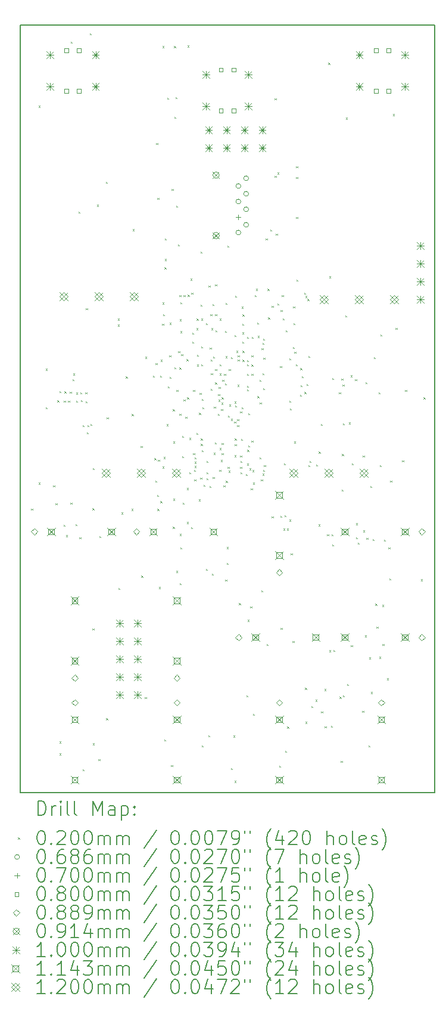
<source format=gbr>
%TF.GenerationSoftware,KiCad,Pcbnew,8.0.5*%
%TF.CreationDate,2024-11-14T10:29:37-08:00*%
%TF.ProjectId,Sampler-built,53616d70-6c65-4722-9d62-75696c742e6b,rev?*%
%TF.SameCoordinates,PX38444c0PY67f3540*%
%TF.FileFunction,Drillmap*%
%TF.FilePolarity,Positive*%
%FSLAX45Y45*%
G04 Gerber Fmt 4.5, Leading zero omitted, Abs format (unit mm)*
G04 Created by KiCad (PCBNEW 8.0.5) date 2024-11-14 10:29:37*
%MOMM*%
%LPD*%
G01*
G04 APERTURE LIST*
%ADD10C,0.150000*%
%ADD11C,0.200000*%
%ADD12C,0.100000*%
%ADD13C,0.114300*%
%ADD14C,0.120000*%
G04 APERTURE END LIST*
D10*
X-5900000Y10900000D02*
X0Y10900000D01*
X0Y0D01*
X-5900000Y0D01*
X-5900000Y10900000D01*
D11*
D12*
X-5743000Y4034000D02*
X-5723000Y4014000D01*
X-5723000Y4034000D02*
X-5743000Y4014000D01*
X-5638000Y9752000D02*
X-5618000Y9732000D01*
X-5618000Y9752000D02*
X-5638000Y9732000D01*
X-5638000Y4401000D02*
X-5618000Y4381000D01*
X-5618000Y4401000D02*
X-5638000Y4381000D01*
X-5533000Y5472000D02*
X-5513000Y5452000D01*
X-5513000Y5472000D02*
X-5533000Y5452000D01*
X-5532000Y6020000D02*
X-5512000Y6000000D01*
X-5512000Y6020000D02*
X-5532000Y6000000D01*
X-5429000Y4364000D02*
X-5409000Y4344000D01*
X-5409000Y4364000D02*
X-5429000Y4344000D01*
X-5393000Y4108000D02*
X-5373000Y4088000D01*
X-5373000Y4108000D02*
X-5393000Y4088000D01*
X-5370288Y5570008D02*
X-5350288Y5550008D01*
X-5350288Y5570008D02*
X-5370288Y5550008D01*
X-5340665Y727008D02*
X-5320665Y707008D01*
X-5320665Y727008D02*
X-5340665Y707008D01*
X-5340665Y557008D02*
X-5320665Y537008D01*
X-5320665Y557008D02*
X-5340665Y537008D01*
X-5337495Y5699838D02*
X-5317495Y5679838D01*
X-5317495Y5699838D02*
X-5337495Y5679838D01*
X-5279930Y3805381D02*
X-5259930Y3785381D01*
X-5259930Y3805381D02*
X-5279930Y3785381D01*
X-5275495Y5566838D02*
X-5255495Y5546838D01*
X-5255495Y5566838D02*
X-5275495Y5546838D01*
X-5268495Y5696838D02*
X-5248495Y5676838D01*
X-5248495Y5696838D02*
X-5268495Y5676838D01*
X-5247983Y3656008D02*
X-5227983Y3636008D01*
X-5227983Y3656008D02*
X-5247983Y3636008D01*
X-5217495Y5563838D02*
X-5197495Y5543838D01*
X-5197495Y5563838D02*
X-5217495Y5543838D01*
X-5191665Y5692008D02*
X-5171665Y5672008D01*
X-5171665Y5692008D02*
X-5191665Y5672008D01*
X-5182536Y4115350D02*
X-5162536Y4095350D01*
X-5162536Y4115350D02*
X-5182536Y4095350D01*
X-5177000Y10662000D02*
X-5157000Y10642000D01*
X-5157000Y10662000D02*
X-5177000Y10642000D01*
X-5151665Y5870008D02*
X-5131665Y5850008D01*
X-5131665Y5870008D02*
X-5151665Y5850008D01*
X-5146665Y5950008D02*
X-5126665Y5930008D01*
X-5126665Y5950008D02*
X-5146665Y5930008D01*
X-5113000Y3814000D02*
X-5093000Y3794000D01*
X-5093000Y3814000D02*
X-5113000Y3794000D01*
X-5104665Y5566008D02*
X-5084665Y5546008D01*
X-5084665Y5566008D02*
X-5104665Y5546008D01*
X-5102665Y5681008D02*
X-5082665Y5661008D01*
X-5082665Y5681008D02*
X-5102665Y5661008D01*
X-5066000Y8251000D02*
X-5046000Y8231000D01*
X-5046000Y8251000D02*
X-5066000Y8231000D01*
X-5056256Y3624446D02*
X-5036256Y3604446D01*
X-5036256Y3624446D02*
X-5056256Y3604446D01*
X-5043665Y5687008D02*
X-5023665Y5667008D01*
X-5023665Y5687008D02*
X-5043665Y5667008D01*
X-5034665Y5573008D02*
X-5014665Y5553008D01*
X-5014665Y5573008D02*
X-5034665Y5553008D01*
X-5011008Y5221008D02*
X-4991008Y5201008D01*
X-4991008Y5221008D02*
X-5011008Y5201008D01*
X-5009143Y335008D02*
X-4989143Y315008D01*
X-4989143Y335008D02*
X-5009143Y315008D01*
X-4970665Y5686008D02*
X-4950665Y5666008D01*
X-4950665Y5686008D02*
X-4970665Y5666008D01*
X-4967665Y5560008D02*
X-4947665Y5540008D01*
X-4947665Y5560008D02*
X-4967665Y5540008D01*
X-4962000Y6880000D02*
X-4942000Y6860000D01*
X-4942000Y6880000D02*
X-4962000Y6860000D01*
X-4948000Y5116000D02*
X-4928000Y5096000D01*
X-4928000Y5116000D02*
X-4948000Y5096000D01*
X-4944000Y5220000D02*
X-4924000Y5200000D01*
X-4924000Y5220000D02*
X-4944000Y5200000D01*
X-4910000Y10782650D02*
X-4890000Y10762650D01*
X-4890000Y10782650D02*
X-4910000Y10762650D01*
X-4897469Y5237469D02*
X-4877469Y5217469D01*
X-4877469Y5237469D02*
X-4897469Y5217469D01*
X-4870000Y4038000D02*
X-4850000Y4018000D01*
X-4850000Y4038000D02*
X-4870000Y4018000D01*
X-4868479Y2330000D02*
X-4848479Y2310000D01*
X-4848479Y2330000D02*
X-4868479Y2310000D01*
X-4863143Y702008D02*
X-4843143Y682008D01*
X-4843143Y702008D02*
X-4863143Y682008D01*
X-4862949Y4608703D02*
X-4842949Y4588703D01*
X-4842949Y4608703D02*
X-4862949Y4588703D01*
X-4804479Y8346000D02*
X-4784479Y8326000D01*
X-4784479Y8346000D02*
X-4804479Y8326000D01*
X-4786143Y479008D02*
X-4766143Y459008D01*
X-4766143Y479008D02*
X-4786143Y459008D01*
X-4773665Y3645008D02*
X-4753665Y3625008D01*
X-4753665Y3645008D02*
X-4773665Y3625008D01*
X-4679479Y8673500D02*
X-4659479Y8653500D01*
X-4659479Y8673500D02*
X-4679479Y8653500D01*
X-4675143Y1056008D02*
X-4655143Y1036008D01*
X-4655143Y1056008D02*
X-4675143Y1036008D01*
X-4666649Y5326414D02*
X-4646649Y5306414D01*
X-4646649Y5326414D02*
X-4666649Y5306414D01*
X-4509175Y6729039D02*
X-4489175Y6709039D01*
X-4489175Y6729039D02*
X-4509175Y6709039D01*
X-4509000Y6646000D02*
X-4489000Y6626000D01*
X-4489000Y6646000D02*
X-4509000Y6626000D01*
X-4502665Y2906008D02*
X-4482665Y2886008D01*
X-4482665Y2906008D02*
X-4502665Y2886008D01*
X-4461000Y3979000D02*
X-4441000Y3959000D01*
X-4441000Y3979000D02*
X-4461000Y3959000D01*
X-4395500Y5909500D02*
X-4375500Y5889500D01*
X-4375500Y5909500D02*
X-4395500Y5889500D01*
X-4314000Y4028000D02*
X-4294000Y4008000D01*
X-4294000Y4028000D02*
X-4314000Y4008000D01*
X-4311000Y5376000D02*
X-4291000Y5356000D01*
X-4291000Y5376000D02*
X-4311000Y5356000D01*
X-4300000Y8000000D02*
X-4280000Y7980000D01*
X-4280000Y8000000D02*
X-4300000Y7980000D01*
X-4183000Y4920000D02*
X-4163000Y4900000D01*
X-4163000Y4920000D02*
X-4183000Y4900000D01*
X-4175143Y3081008D02*
X-4155143Y3061008D01*
X-4155143Y3081008D02*
X-4175143Y3061008D01*
X-4123573Y1359658D02*
X-4103573Y1339658D01*
X-4103573Y1359658D02*
X-4123573Y1339658D01*
X-4122143Y6187008D02*
X-4102143Y6167008D01*
X-4102143Y6187008D02*
X-4122143Y6167008D01*
X-4010000Y5923650D02*
X-3990000Y5903650D01*
X-3990000Y5923650D02*
X-4010000Y5903650D01*
X-3987531Y4747469D02*
X-3967531Y4727469D01*
X-3967531Y4747469D02*
X-3987531Y4727469D01*
X-3976000Y4430000D02*
X-3956000Y4410000D01*
X-3956000Y4430000D02*
X-3976000Y4410000D01*
X-3972493Y6099008D02*
X-3952493Y6079008D01*
X-3952493Y6099008D02*
X-3972493Y6079008D01*
X-3963650Y9224529D02*
X-3943650Y9204529D01*
X-3943650Y9224529D02*
X-3963650Y9204529D01*
X-3950350Y4229000D02*
X-3930350Y4209000D01*
X-3930350Y4229000D02*
X-3950350Y4209000D01*
X-3947143Y8445000D02*
X-3927143Y8425000D01*
X-3927143Y8445000D02*
X-3947143Y8425000D01*
X-3946000Y4030000D02*
X-3926000Y4010000D01*
X-3926000Y4030000D02*
X-3946000Y4010000D01*
X-3937772Y4726329D02*
X-3917772Y4706329D01*
X-3917772Y4726329D02*
X-3937772Y4706329D01*
X-3924665Y2921008D02*
X-3904665Y2901008D01*
X-3904665Y2921008D02*
X-3924665Y2901008D01*
X-3909143Y5923650D02*
X-3889143Y5903650D01*
X-3889143Y5923650D02*
X-3909143Y5903650D01*
X-3903774Y4137774D02*
X-3883774Y4117774D01*
X-3883774Y4137774D02*
X-3903774Y4117774D01*
X-3901143Y6145008D02*
X-3881143Y6125008D01*
X-3881143Y6145008D02*
X-3901143Y6125008D01*
X-3879894Y6655626D02*
X-3859894Y6635626D01*
X-3859894Y6655626D02*
X-3879894Y6635626D01*
X-3877298Y4631235D02*
X-3857298Y4611235D01*
X-3857298Y4631235D02*
X-3877298Y4611235D01*
X-3876143Y6958008D02*
X-3856143Y6938008D01*
X-3856143Y6958008D02*
X-3876143Y6938008D01*
X-3873000Y10600650D02*
X-3853000Y10580650D01*
X-3853000Y10600650D02*
X-3873000Y10580650D01*
X-3866143Y6791008D02*
X-3846143Y6771008D01*
X-3846143Y6791008D02*
X-3866143Y6771008D01*
X-3858000Y4767000D02*
X-3838000Y4747000D01*
X-3838000Y4767000D02*
X-3858000Y4747000D01*
X-3850143Y756008D02*
X-3830143Y736008D01*
X-3830143Y756008D02*
X-3850143Y736008D01*
X-3844143Y7457008D02*
X-3824143Y7437008D01*
X-3824143Y7457008D02*
X-3844143Y7437008D01*
X-3842493Y7867008D02*
X-3822493Y7847008D01*
X-3822493Y7867008D02*
X-3842493Y7847008D01*
X-3842493Y7576008D02*
X-3822493Y7556008D01*
X-3822493Y7576008D02*
X-3842493Y7556008D01*
X-3815855Y5230008D02*
X-3795855Y5210008D01*
X-3795855Y5230008D02*
X-3815855Y5210008D01*
X-3807274Y9865726D02*
X-3787274Y9845726D01*
X-3787274Y9865726D02*
X-3807274Y9845726D01*
X-3800143Y5771008D02*
X-3780143Y5751008D01*
X-3780143Y5771008D02*
X-3800143Y5751008D01*
X-3776487Y6210991D02*
X-3756487Y6190991D01*
X-3756487Y6210991D02*
X-3776487Y6190991D01*
X-3774143Y6672008D02*
X-3754143Y6652008D01*
X-3754143Y6672008D02*
X-3774143Y6652008D01*
X-3772143Y5903008D02*
X-3752143Y5883008D01*
X-3752143Y5903008D02*
X-3772143Y5883008D01*
X-3753143Y391008D02*
X-3733143Y371008D01*
X-3733143Y391008D02*
X-3753143Y371008D01*
X-3744000Y8569000D02*
X-3724000Y8549000D01*
X-3724000Y8569000D02*
X-3744000Y8549000D01*
X-3726855Y5443008D02*
X-3706855Y5423008D01*
X-3706855Y5443008D02*
X-3726855Y5423008D01*
X-3726365Y3775000D02*
X-3706365Y3755000D01*
X-3706365Y3775000D02*
X-3726365Y3755000D01*
X-3723789Y4174280D02*
X-3703789Y4154280D01*
X-3703789Y4174280D02*
X-3723789Y4154280D01*
X-3722190Y4985000D02*
X-3702190Y4965000D01*
X-3702190Y4985000D02*
X-3722190Y4965000D01*
X-3709000Y10600650D02*
X-3689000Y10580650D01*
X-3689000Y10600650D02*
X-3709000Y10580650D01*
X-3708000Y9596000D02*
X-3688000Y9576000D01*
X-3688000Y9596000D02*
X-3708000Y9576000D01*
X-3704143Y6038008D02*
X-3684143Y6018008D01*
X-3684143Y6038008D02*
X-3704143Y6018008D01*
X-3687000Y9875000D02*
X-3667000Y9855000D01*
X-3667000Y9875000D02*
X-3687000Y9855000D01*
X-3682143Y8332000D02*
X-3662143Y8312000D01*
X-3662143Y8332000D02*
X-3682143Y8312000D01*
X-3679478Y3148050D02*
X-3659478Y3128050D01*
X-3659478Y3148050D02*
X-3679478Y3128050D01*
X-3676000Y5717000D02*
X-3656000Y5697000D01*
X-3656000Y5717000D02*
X-3676000Y5697000D01*
X-3657143Y7785008D02*
X-3637143Y7765008D01*
X-3637143Y7785008D02*
X-3657143Y7765008D01*
X-3649600Y6270642D02*
X-3629600Y6250642D01*
X-3629600Y6270642D02*
X-3649600Y6250642D01*
X-3634778Y7062000D02*
X-3614778Y7042000D01*
X-3614778Y7062000D02*
X-3634778Y7042000D01*
X-3634143Y6035008D02*
X-3614143Y6015008D01*
X-3614143Y6035008D02*
X-3634143Y6015008D01*
X-3634000Y5379000D02*
X-3614000Y5359000D01*
X-3614000Y5379000D02*
X-3634000Y5359000D01*
X-3631478Y3674000D02*
X-3611478Y3654000D01*
X-3611478Y3674000D02*
X-3631478Y3654000D01*
X-3630478Y2973000D02*
X-3610478Y2953000D01*
X-3610478Y2973000D02*
X-3630478Y2953000D01*
X-3628128Y6721668D02*
X-3608128Y6701668D01*
X-3608128Y6721668D02*
X-3628128Y6701668D01*
X-3623128Y6552668D02*
X-3603128Y6532668D01*
X-3603128Y6552668D02*
X-3623128Y6532668D01*
X-3620665Y3481008D02*
X-3600665Y3461008D01*
X-3600665Y3481008D02*
X-3620665Y3461008D01*
X-3619143Y6963008D02*
X-3599143Y6943008D01*
X-3599143Y6963008D02*
X-3619143Y6943008D01*
X-3609478Y6224342D02*
X-3589478Y6204342D01*
X-3589478Y6224342D02*
X-3609478Y6204342D01*
X-3596840Y4777828D02*
X-3576840Y4757828D01*
X-3576840Y4777828D02*
X-3596840Y4757828D01*
X-3596840Y5067668D02*
X-3576840Y5047668D01*
X-3576840Y5067668D02*
X-3596840Y5047668D01*
X-3585733Y4120218D02*
X-3565733Y4100218D01*
X-3565733Y4120218D02*
X-3585733Y4100218D01*
X-3574897Y5583707D02*
X-3554897Y5563707D01*
X-3554897Y5583707D02*
X-3574897Y5563707D01*
X-3574778Y7062000D02*
X-3554778Y7042000D01*
X-3554778Y7062000D02*
X-3574778Y7042000D01*
X-3547840Y5337668D02*
X-3527840Y5317668D01*
X-3527840Y5337668D02*
X-3547840Y5317668D01*
X-3533143Y6155008D02*
X-3513143Y6135008D01*
X-3513143Y6155008D02*
X-3533143Y6135008D01*
X-3530000Y4327000D02*
X-3510000Y4307000D01*
X-3510000Y4327000D02*
X-3530000Y4307000D01*
X-3530000Y3844000D02*
X-3510000Y3824000D01*
X-3510000Y3844000D02*
X-3530000Y3824000D01*
X-3523428Y5613212D02*
X-3503428Y5593212D01*
X-3503428Y5613212D02*
X-3523428Y5593212D01*
X-3517000Y10607000D02*
X-3497000Y10587000D01*
X-3497000Y10607000D02*
X-3517000Y10587000D01*
X-3515338Y7070177D02*
X-3495338Y7050177D01*
X-3495338Y7070177D02*
X-3515338Y7050177D01*
X-3496000Y4551303D02*
X-3476000Y4531303D01*
X-3476000Y4551303D02*
X-3496000Y4531303D01*
X-3494840Y5036668D02*
X-3474840Y5016668D01*
X-3474840Y5036668D02*
X-3494840Y5016668D01*
X-3477143Y7297008D02*
X-3457143Y7277008D01*
X-3457143Y7297008D02*
X-3477143Y7277008D01*
X-3469000Y3770000D02*
X-3449000Y3750000D01*
X-3449000Y3770000D02*
X-3469000Y3750000D01*
X-3462564Y7098725D02*
X-3442564Y7078725D01*
X-3442564Y7098725D02*
X-3462564Y7078725D01*
X-3452644Y6533668D02*
X-3432644Y6513668D01*
X-3432644Y6533668D02*
X-3452644Y6513668D01*
X-3452360Y6403429D02*
X-3432360Y6383429D01*
X-3432360Y6403429D02*
X-3452360Y6383429D01*
X-3439840Y4819668D02*
X-3419840Y4799668D01*
X-3419840Y4819668D02*
X-3439840Y4799668D01*
X-3439021Y5720368D02*
X-3419021Y5700368D01*
X-3419021Y5720368D02*
X-3439021Y5700368D01*
X-3424840Y4583668D02*
X-3404840Y4563668D01*
X-3404840Y4583668D02*
X-3424840Y4563668D01*
X-3423126Y4447865D02*
X-3403126Y4427865D01*
X-3403126Y4447865D02*
X-3423126Y4427865D01*
X-3419763Y4759419D02*
X-3399763Y4739419D01*
X-3399763Y4759419D02*
X-3419763Y4739419D01*
X-3418000Y4697668D02*
X-3398000Y4677668D01*
X-3398000Y4697668D02*
X-3418000Y4677668D01*
X-3418000Y4637668D02*
X-3398000Y4617668D01*
X-3398000Y4637668D02*
X-3418000Y4617668D01*
X-3392240Y5111313D02*
X-3372240Y5091313D01*
X-3372240Y5111313D02*
X-3392240Y5091313D01*
X-3391340Y6595456D02*
X-3371340Y6575456D01*
X-3371340Y6595456D02*
X-3391340Y6575456D01*
X-3387128Y6729668D02*
X-3367128Y6709668D01*
X-3367128Y6729668D02*
X-3387128Y6709668D01*
X-3383551Y6215541D02*
X-3363551Y6195541D01*
X-3363551Y6215541D02*
X-3383551Y6195541D01*
X-3383209Y6076568D02*
X-3363209Y6056568D01*
X-3363209Y6076568D02*
X-3383209Y6056568D01*
X-3358376Y4165008D02*
X-3338376Y4145008D01*
X-3338376Y4165008D02*
X-3358376Y4145008D01*
X-3352840Y5392668D02*
X-3332840Y5372668D01*
X-3332840Y5392668D02*
X-3352840Y5372668D01*
X-3346811Y5676318D02*
X-3326811Y5656318D01*
X-3326811Y5676318D02*
X-3346811Y5656318D01*
X-3335840Y4474668D02*
X-3315840Y4454668D01*
X-3315840Y4474668D02*
X-3335840Y4454668D01*
X-3335000Y7680000D02*
X-3315000Y7660000D01*
X-3315000Y7680000D02*
X-3335000Y7660000D01*
X-3330627Y6928008D02*
X-3310627Y6908008D01*
X-3310627Y6928008D02*
X-3330627Y6908008D01*
X-3328870Y4950668D02*
X-3308870Y4930668D01*
X-3308870Y4950668D02*
X-3328870Y4930668D01*
X-3328840Y5028668D02*
X-3308840Y5008668D01*
X-3308840Y5028668D02*
X-3328840Y5008668D01*
X-3322618Y6079668D02*
X-3302618Y6059668D01*
X-3302618Y6079668D02*
X-3322618Y6059668D01*
X-3322478Y6729171D02*
X-3302478Y6709171D01*
X-3302478Y6729171D02*
X-3322478Y6709171D01*
X-3321734Y6338630D02*
X-3301734Y6318630D01*
X-3301734Y6338630D02*
X-3321734Y6318630D01*
X-3317713Y5591541D02*
X-3297713Y5571541D01*
X-3297713Y5591541D02*
X-3317713Y5571541D01*
X-3315665Y673008D02*
X-3295665Y653008D01*
X-3295665Y673008D02*
X-3315665Y653008D01*
X-3315153Y4861427D02*
X-3295153Y4841427D01*
X-3295153Y4861427D02*
X-3315153Y4841427D01*
X-3310008Y5470836D02*
X-3290008Y5450836D01*
X-3290008Y5470836D02*
X-3310008Y5450836D01*
X-3287840Y4371668D02*
X-3267840Y4351668D01*
X-3267840Y4371668D02*
X-3287840Y4351668D01*
X-3258978Y3180000D02*
X-3238978Y3160000D01*
X-3238978Y3180000D02*
X-3258978Y3160000D01*
X-3258128Y6664668D02*
X-3238128Y6644668D01*
X-3238128Y6664668D02*
X-3258128Y6644668D01*
X-3248704Y4467488D02*
X-3228704Y4447488D01*
X-3228704Y4467488D02*
X-3248704Y4447488D01*
X-3248289Y4551414D02*
X-3228289Y4531414D01*
X-3228289Y4551414D02*
X-3248289Y4531414D01*
X-3247840Y4709668D02*
X-3227840Y4689668D01*
X-3227840Y4709668D02*
X-3247840Y4689668D01*
X-3224665Y816000D02*
X-3204665Y796000D01*
X-3204665Y816000D02*
X-3224665Y796000D01*
X-3219143Y7201008D02*
X-3199143Y7181008D01*
X-3199143Y7201008D02*
X-3219143Y7181008D01*
X-3203840Y4352668D02*
X-3183840Y4332668D01*
X-3183840Y4352668D02*
X-3203840Y4332668D01*
X-3202772Y6320882D02*
X-3182772Y6300882D01*
X-3182772Y6320882D02*
X-3202772Y6300882D01*
X-3192128Y6793668D02*
X-3172128Y6773668D01*
X-3172128Y6793668D02*
X-3192128Y6773668D01*
X-3191312Y6151668D02*
X-3171312Y6131668D01*
X-3171312Y6151668D02*
X-3191312Y6131668D01*
X-3186350Y5736632D02*
X-3166350Y5716632D01*
X-3166350Y5736632D02*
X-3186350Y5716632D01*
X-3184726Y5954290D02*
X-3164726Y5934290D01*
X-3164726Y5954290D02*
X-3184726Y5934290D01*
X-3181128Y6594668D02*
X-3161128Y6574668D01*
X-3161128Y6594668D02*
X-3181128Y6574668D01*
X-3172143Y3108000D02*
X-3152143Y3088000D01*
X-3152143Y3108000D02*
X-3172143Y3088000D01*
X-3163128Y6937668D02*
X-3143128Y6917668D01*
X-3143128Y6937668D02*
X-3163128Y6917668D01*
X-3159373Y4481291D02*
X-3139373Y4461291D01*
X-3139373Y4481291D02*
X-3159373Y4461291D01*
X-3155012Y6193668D02*
X-3135012Y6173668D01*
X-3135012Y6193668D02*
X-3155012Y6173668D01*
X-3148840Y4823668D02*
X-3128840Y4803668D01*
X-3128840Y4823668D02*
X-3148840Y4803668D01*
X-3141140Y5481668D02*
X-3121140Y5461668D01*
X-3121140Y5481668D02*
X-3141140Y5461668D01*
X-3127632Y4972212D02*
X-3107632Y4952212D01*
X-3107632Y4972212D02*
X-3127632Y4952212D01*
X-3126645Y6015668D02*
X-3106645Y5995668D01*
X-3106645Y6015668D02*
X-3126645Y5995668D01*
X-3126351Y6794330D02*
X-3106351Y6774330D01*
X-3106351Y6794330D02*
X-3126351Y6774330D01*
X-3124898Y5824112D02*
X-3104898Y5804112D01*
X-3104898Y5824112D02*
X-3124898Y5804112D01*
X-3124143Y7219008D02*
X-3104143Y7199008D01*
X-3104143Y7219008D02*
X-3124143Y7199008D01*
X-3122128Y6564668D02*
X-3102128Y6544668D01*
X-3102128Y6564668D02*
X-3122128Y6544668D01*
X-3088375Y5377539D02*
X-3068375Y5357539D01*
X-3068375Y5377539D02*
X-3088375Y5357539D01*
X-3082000Y5661000D02*
X-3062000Y5641000D01*
X-3062000Y5661000D02*
X-3082000Y5641000D01*
X-3079822Y5578650D02*
X-3059822Y5558650D01*
X-3059822Y5578650D02*
X-3079822Y5558650D01*
X-3074814Y5757891D02*
X-3054814Y5737891D01*
X-3054814Y5757891D02*
X-3074814Y5737891D01*
X-3067244Y4581609D02*
X-3047244Y4561609D01*
X-3047244Y4581609D02*
X-3067244Y4561609D01*
X-3063840Y4891668D02*
X-3043840Y4871668D01*
X-3043840Y4891668D02*
X-3063840Y4871668D01*
X-3063128Y5949668D02*
X-3043128Y5929668D01*
X-3043128Y5949668D02*
X-3063128Y5929668D01*
X-3062414Y6080392D02*
X-3042414Y6060392D01*
X-3042414Y6080392D02*
X-3062414Y6060392D01*
X-3062128Y6728668D02*
X-3042128Y6708668D01*
X-3042128Y6728668D02*
X-3062128Y6708668D01*
X-3044666Y4724725D02*
X-3024666Y4704725D01*
X-3024666Y4724725D02*
X-3044666Y4704725D01*
X-3039892Y5445368D02*
X-3019892Y5425368D01*
X-3019892Y5445368D02*
X-3039892Y5425368D01*
X-3036840Y5537668D02*
X-3016840Y5517668D01*
X-3016840Y5537668D02*
X-3036840Y5517668D01*
X-3033065Y4962903D02*
X-3013065Y4942903D01*
X-3013065Y4962903D02*
X-3033065Y4942903D01*
X-3032840Y5611393D02*
X-3012840Y5591393D01*
X-3012840Y5611393D02*
X-3032840Y5591393D01*
X-3030840Y4821668D02*
X-3010840Y4801668D01*
X-3010840Y4821668D02*
X-3030840Y4801668D01*
X-3024128Y5864668D02*
X-3004128Y5844668D01*
X-3004128Y5864668D02*
X-3024128Y5844668D01*
X-3007779Y4363466D02*
X-2987779Y4343466D01*
X-2987779Y4363466D02*
X-3007779Y4343466D01*
X-2997648Y5948948D02*
X-2977648Y5928948D01*
X-2977648Y5948948D02*
X-2997648Y5928948D01*
X-2987828Y5812668D02*
X-2967828Y5792668D01*
X-2967828Y5812668D02*
X-2987828Y5792668D01*
X-2984128Y6558668D02*
X-2964128Y6538668D01*
X-2964128Y6558668D02*
X-2984128Y6538668D01*
X-2981478Y3027000D02*
X-2961478Y3007000D01*
X-2961478Y3027000D02*
X-2981478Y3007000D01*
X-2979884Y6196912D02*
X-2959884Y6176912D01*
X-2959884Y6196912D02*
X-2979884Y6176912D01*
X-2976128Y6954668D02*
X-2956128Y6934668D01*
X-2956128Y6954668D02*
X-2976128Y6934668D01*
X-2972505Y4428129D02*
X-2952505Y4408129D01*
X-2952505Y4428129D02*
X-2972505Y4408129D01*
X-2962478Y3486000D02*
X-2942478Y3466000D01*
X-2942478Y3486000D02*
X-2962478Y3466000D01*
X-2961478Y3264000D02*
X-2941478Y3244000D01*
X-2941478Y3264000D02*
X-2961478Y3244000D01*
X-2952143Y7766008D02*
X-2932143Y7746008D01*
X-2932143Y7766008D02*
X-2952143Y7746008D01*
X-2947334Y4625157D02*
X-2927334Y4605157D01*
X-2927334Y4625157D02*
X-2947334Y4605157D01*
X-2940840Y5352668D02*
X-2920840Y5332668D01*
X-2920840Y5352668D02*
X-2940840Y5332668D01*
X-2935675Y4571512D02*
X-2915675Y4551512D01*
X-2915675Y4571512D02*
X-2935675Y4551512D01*
X-2932128Y6014164D02*
X-2912128Y5994164D01*
X-2912128Y6014164D02*
X-2932128Y5994164D01*
X-2928556Y5512043D02*
X-2908556Y5492043D01*
X-2908556Y5512043D02*
X-2928556Y5492043D01*
X-2900478Y349500D02*
X-2880478Y329500D01*
X-2880478Y349500D02*
X-2900478Y329500D01*
X-2900143Y6184008D02*
X-2880143Y6164008D01*
X-2880143Y6184008D02*
X-2900143Y6164008D01*
X-2899840Y5307668D02*
X-2879840Y5287668D01*
X-2879840Y5307668D02*
X-2899840Y5287668D01*
X-2867478Y811000D02*
X-2847478Y791000D01*
X-2847478Y811000D02*
X-2867478Y791000D01*
X-2855569Y5267938D02*
X-2835569Y5247938D01*
X-2835569Y5267938D02*
X-2855569Y5247938D01*
X-2852128Y6495668D02*
X-2832128Y6475668D01*
X-2832128Y6495668D02*
X-2852128Y6475668D01*
X-2851878Y5551972D02*
X-2831878Y5531972D01*
X-2831878Y5551972D02*
X-2851878Y5531972D01*
X-2851143Y167008D02*
X-2831143Y147008D01*
X-2831143Y167008D02*
X-2851143Y147008D01*
X-2848840Y4789668D02*
X-2828840Y4769668D01*
X-2828840Y4789668D02*
X-2848840Y4769668D01*
X-2845840Y4946668D02*
X-2825840Y4926668D01*
X-2825840Y4946668D02*
X-2845840Y4926668D01*
X-2845025Y5028314D02*
X-2825025Y5008314D01*
X-2825025Y5028314D02*
X-2845025Y5008314D01*
X-2843417Y5498581D02*
X-2823417Y5478581D01*
X-2823417Y5498581D02*
X-2843417Y5478581D01*
X-2842448Y7056988D02*
X-2822448Y7036988D01*
X-2822448Y7056988D02*
X-2842448Y7036988D01*
X-2827143Y6273672D02*
X-2807143Y6253672D01*
X-2807143Y6273672D02*
X-2827143Y6253672D01*
X-2811190Y5302668D02*
X-2791190Y5282668D01*
X-2791190Y5302668D02*
X-2811190Y5282668D01*
X-2811140Y5220668D02*
X-2791140Y5200668D01*
X-2791140Y5220668D02*
X-2811140Y5200668D01*
X-2807909Y5791464D02*
X-2787909Y5771464D01*
X-2787909Y5791464D02*
X-2807909Y5771464D01*
X-2805203Y6148555D02*
X-2785203Y6128555D01*
X-2785203Y6148555D02*
X-2805203Y6128555D01*
X-2803143Y6208932D02*
X-2783143Y6188932D01*
X-2783143Y6208932D02*
X-2803143Y6188932D01*
X-2788143Y2692008D02*
X-2768143Y2672008D01*
X-2768143Y2692008D02*
X-2788143Y2672008D01*
X-2770840Y4625668D02*
X-2750840Y4605668D01*
X-2750840Y4625668D02*
X-2770840Y4605668D01*
X-2769483Y4788016D02*
X-2749483Y4768016D01*
X-2749483Y4788016D02*
X-2769483Y4768016D01*
X-2768340Y5412168D02*
X-2748340Y5392168D01*
X-2748340Y5412168D02*
X-2768340Y5392168D01*
X-2768234Y4550668D02*
X-2748234Y4530668D01*
X-2748234Y4550668D02*
X-2768234Y4530668D01*
X-2768210Y4711334D02*
X-2748210Y4691334D01*
X-2748210Y4711334D02*
X-2768210Y4691334D01*
X-2757870Y5023012D02*
X-2737870Y5003012D01*
X-2737870Y5023012D02*
X-2757870Y5003012D01*
X-2751140Y5470668D02*
X-2731140Y5450668D01*
X-2731140Y5470668D02*
X-2751140Y5450668D01*
X-2750173Y6900188D02*
X-2730173Y6880188D01*
X-2730173Y6900188D02*
X-2750173Y6880188D01*
X-2741129Y6660668D02*
X-2721129Y6640668D01*
X-2721129Y6660668D02*
X-2741129Y6640668D01*
X-2738436Y6401853D02*
X-2718436Y6381853D01*
X-2718436Y6401853D02*
X-2738436Y6381853D01*
X-2737626Y6534668D02*
X-2717626Y6514668D01*
X-2717626Y6534668D02*
X-2737626Y6514668D01*
X-2737129Y6273668D02*
X-2717129Y6253668D01*
X-2717129Y6273668D02*
X-2737129Y6253668D01*
X-2737129Y6144668D02*
X-2717129Y6124668D01*
X-2717129Y6144668D02*
X-2737129Y6124668D01*
X-2735773Y6790655D02*
X-2715773Y6770655D01*
X-2715773Y6790655D02*
X-2735773Y6770655D01*
X-2688172Y4523336D02*
X-2668172Y4503336D01*
X-2668172Y4523336D02*
X-2688172Y4503336D01*
X-2679479Y1383000D02*
X-2659479Y1363000D01*
X-2659479Y1383000D02*
X-2679479Y1363000D01*
X-2673654Y5778011D02*
X-2653654Y5758011D01*
X-2653654Y5778011D02*
X-2673654Y5758011D01*
X-2673431Y4673533D02*
X-2653431Y4653533D01*
X-2653431Y4673533D02*
X-2673431Y4653533D01*
X-2672633Y6079668D02*
X-2652633Y6059668D01*
X-2652633Y6079668D02*
X-2672633Y6059668D01*
X-2672303Y5947376D02*
X-2652303Y5927376D01*
X-2652303Y5947376D02*
X-2672303Y5927376D01*
X-2671461Y5724482D02*
X-2651461Y5704482D01*
X-2651461Y5724482D02*
X-2671461Y5704482D01*
X-2671363Y6141340D02*
X-2651363Y6121340D01*
X-2651363Y6141340D02*
X-2671363Y6121340D01*
X-2671352Y6471891D02*
X-2651352Y6451891D01*
X-2651352Y6471891D02*
X-2671352Y6451891D01*
X-2666840Y4866668D02*
X-2646840Y4846668D01*
X-2646840Y4866668D02*
X-2666840Y4846668D01*
X-2663665Y2453008D02*
X-2643665Y2433008D01*
X-2643665Y2453008D02*
X-2663665Y2433008D01*
X-2655000Y5387668D02*
X-2635000Y5367668D01*
X-2635000Y5387668D02*
X-2655000Y5367668D01*
X-2654840Y4931668D02*
X-2634840Y4911668D01*
X-2634840Y4931668D02*
X-2654840Y4911668D01*
X-2640838Y4605175D02*
X-2620838Y4585175D01*
X-2620838Y4605175D02*
X-2640838Y4585175D01*
X-2625905Y2645658D02*
X-2605905Y2625658D01*
X-2605905Y2645658D02*
X-2625905Y2625658D01*
X-2618190Y4322000D02*
X-2598190Y4302000D01*
X-2598190Y4322000D02*
X-2618190Y4302000D01*
X-2608129Y5949170D02*
X-2588129Y5929170D01*
X-2588129Y5949170D02*
X-2608129Y5929170D01*
X-2607752Y5000000D02*
X-2587752Y4980000D01*
X-2587752Y5000000D02*
X-2607752Y4980000D01*
X-2607631Y6078668D02*
X-2587631Y6058668D01*
X-2587631Y6078668D02*
X-2607631Y6058668D01*
X-2607479Y6209000D02*
X-2587479Y6189000D01*
X-2587479Y6209000D02*
X-2607479Y6189000D01*
X-2607129Y6469668D02*
X-2587129Y6449668D01*
X-2587129Y6469668D02*
X-2607129Y6449668D01*
X-2597444Y4580276D02*
X-2577444Y4560276D01*
X-2577444Y4580276D02*
X-2597444Y4560276D01*
X-2586479Y1123000D02*
X-2566479Y1103000D01*
X-2566479Y1123000D02*
X-2586479Y1103000D01*
X-2586428Y4401167D02*
X-2566428Y4381167D01*
X-2566428Y4401167D02*
X-2586428Y4381167D01*
X-2562092Y7063050D02*
X-2542092Y7043050D01*
X-2542092Y7063050D02*
X-2562092Y7043050D01*
X-2546143Y7152008D02*
X-2526143Y7132008D01*
X-2526143Y7152008D02*
X-2546143Y7132008D01*
X-2527479Y6675000D02*
X-2507479Y6655000D01*
X-2507479Y6675000D02*
X-2527479Y6655000D01*
X-2525173Y5628040D02*
X-2505173Y5608040D01*
X-2505173Y5628040D02*
X-2525173Y5608040D01*
X-2518129Y6484668D02*
X-2498129Y6464668D01*
X-2498129Y6484668D02*
X-2518129Y6464668D01*
X-2496848Y5862948D02*
X-2476848Y5842948D01*
X-2476848Y5862948D02*
X-2496848Y5842948D01*
X-2492000Y4763000D02*
X-2472000Y4743000D01*
X-2472000Y4763000D02*
X-2492000Y4743000D01*
X-2490255Y5538008D02*
X-2470255Y5518008D01*
X-2470255Y5538008D02*
X-2490255Y5518008D01*
X-2473840Y4445668D02*
X-2453840Y4425668D01*
X-2453840Y4445668D02*
X-2473840Y4425668D01*
X-2471665Y2874008D02*
X-2451665Y2854008D01*
X-2451665Y2874008D02*
X-2471665Y2854008D01*
X-2463909Y6312887D02*
X-2443909Y6292887D01*
X-2443909Y6312887D02*
X-2463909Y6292887D01*
X-2454766Y5956456D02*
X-2434766Y5936456D01*
X-2434766Y5956456D02*
X-2454766Y5936456D01*
X-2454129Y6385668D02*
X-2434129Y6365668D01*
X-2434129Y6385668D02*
X-2454129Y6365668D01*
X-2453658Y4528873D02*
X-2433658Y4508873D01*
X-2433658Y4528873D02*
X-2453658Y4508873D01*
X-2445190Y4583397D02*
X-2425190Y4563397D01*
X-2425190Y4583397D02*
X-2445190Y4563397D01*
X-2444997Y6446800D02*
X-2424997Y6426800D01*
X-2424997Y6446800D02*
X-2444997Y6426800D01*
X-2442588Y5744412D02*
X-2422588Y5724412D01*
X-2422588Y5744412D02*
X-2442588Y5724412D01*
X-2440167Y6176454D02*
X-2420167Y6156454D01*
X-2420167Y6176454D02*
X-2440167Y6156454D01*
X-2431501Y4653665D02*
X-2411501Y4633665D01*
X-2411501Y4653665D02*
X-2431501Y4633665D01*
X-2406129Y7868008D02*
X-2386129Y7848008D01*
X-2386129Y7868008D02*
X-2406129Y7848008D01*
X-2393665Y2109008D02*
X-2373665Y2089008D01*
X-2373665Y2109008D02*
X-2393665Y2089008D01*
X-2380014Y7153350D02*
X-2360014Y7133350D01*
X-2360014Y7153350D02*
X-2380014Y7133350D01*
X-2372143Y6748008D02*
X-2352143Y6728008D01*
X-2352143Y6748008D02*
X-2372143Y6728008D01*
X-2342000Y7994000D02*
X-2322000Y7974000D01*
X-2322000Y7994000D02*
X-2342000Y7974000D01*
X-2320479Y6914000D02*
X-2300479Y6894000D01*
X-2300479Y6914000D02*
X-2320479Y6894000D01*
X-2320143Y3922008D02*
X-2300143Y3902008D01*
X-2300143Y3922008D02*
X-2320143Y3902008D01*
X-2279000Y9857001D02*
X-2259000Y9837001D01*
X-2259000Y9857001D02*
X-2279000Y9837001D01*
X-2279000Y8756000D02*
X-2259000Y8736000D01*
X-2259000Y8756000D02*
X-2279000Y8736000D01*
X-2263129Y7937008D02*
X-2243129Y7917008D01*
X-2243129Y7937008D02*
X-2263129Y7917008D01*
X-2241493Y8805000D02*
X-2221493Y8785000D01*
X-2221493Y8805000D02*
X-2241493Y8785000D01*
X-2239479Y6947000D02*
X-2219479Y6927000D01*
X-2219479Y6947000D02*
X-2239479Y6927000D01*
X-2216665Y386008D02*
X-2196665Y366008D01*
X-2196665Y386008D02*
X-2216665Y366008D01*
X-2202082Y6057557D02*
X-2182082Y6037557D01*
X-2182082Y6057557D02*
X-2202082Y6037557D01*
X-2197964Y3932156D02*
X-2177964Y3912156D01*
X-2177964Y3932156D02*
X-2197964Y3912156D01*
X-2195143Y6852008D02*
X-2175143Y6832008D01*
X-2175143Y6852008D02*
X-2195143Y6832008D01*
X-2192665Y2338008D02*
X-2172665Y2318008D01*
X-2172665Y2338008D02*
X-2192665Y2318008D01*
X-2178000Y7066233D02*
X-2158000Y7046233D01*
X-2158000Y7066233D02*
X-2178000Y7046233D01*
X-2163479Y6733000D02*
X-2143479Y6713000D01*
X-2143479Y6733000D02*
X-2163479Y6713000D01*
X-2158143Y3749008D02*
X-2138143Y3729008D01*
X-2138143Y3749008D02*
X-2158143Y3729008D01*
X-2149000Y4676000D02*
X-2129000Y4656000D01*
X-2129000Y4676000D02*
X-2149000Y4656000D01*
X-2138823Y3942275D02*
X-2118823Y3922275D01*
X-2118823Y3942275D02*
X-2138823Y3922275D01*
X-2130665Y596008D02*
X-2110665Y576008D01*
X-2110665Y596008D02*
X-2130665Y576008D01*
X-2120479Y6567000D02*
X-2100479Y6547000D01*
X-2100479Y6567000D02*
X-2120479Y6547000D01*
X-2105143Y3749008D02*
X-2085143Y3729008D01*
X-2085143Y3749008D02*
X-2105143Y3729008D01*
X-2100665Y940008D02*
X-2080665Y920008D01*
X-2080665Y940008D02*
X-2100665Y920008D01*
X-2074000Y3876000D02*
X-2054000Y3856000D01*
X-2054000Y3876000D02*
X-2074000Y3856000D01*
X-2072478Y6166000D02*
X-2052478Y6146000D01*
X-2052478Y6166000D02*
X-2072478Y6146000D01*
X-2069190Y5567000D02*
X-2049190Y5547000D01*
X-2049190Y5567000D02*
X-2069190Y5547000D01*
X-2064190Y5456000D02*
X-2044190Y5436000D01*
X-2044190Y5456000D02*
X-2064190Y5436000D01*
X-2050650Y3398000D02*
X-2030650Y3378000D01*
X-2030650Y3398000D02*
X-2050650Y3378000D01*
X-2024665Y2155008D02*
X-2004665Y2135008D01*
X-2004665Y2155008D02*
X-2024665Y2135008D01*
X-2020478Y6330000D02*
X-2000478Y6310000D01*
X-2000478Y6330000D02*
X-2020478Y6310000D01*
X-2017000Y6901000D02*
X-1997000Y6881000D01*
X-1997000Y6901000D02*
X-2017000Y6881000D01*
X-2010478Y6668000D02*
X-1990478Y6648000D01*
X-1990478Y6668000D02*
X-2010478Y6648000D01*
X-2004000Y4985000D02*
X-1984000Y4965000D01*
X-1984000Y4985000D02*
X-2004000Y4965000D01*
X-1998478Y6259000D02*
X-1978478Y6239000D01*
X-1978478Y6259000D02*
X-1998478Y6239000D01*
X-1977478Y6083000D02*
X-1957478Y6063000D01*
X-1957478Y6083000D02*
X-1977478Y6063000D01*
X-1974000Y8891000D02*
X-1954000Y8871000D01*
X-1954000Y8891000D02*
X-1974000Y8871000D01*
X-1973000Y8743000D02*
X-1953000Y8723000D01*
X-1953000Y8743000D02*
X-1973000Y8723000D01*
X-1973000Y8176000D02*
X-1953000Y8156000D01*
X-1953000Y8176000D02*
X-1973000Y8156000D01*
X-1972000Y7283000D02*
X-1952000Y7263000D01*
X-1952000Y7283000D02*
X-1972000Y7263000D01*
X-1919143Y5651008D02*
X-1899143Y5631008D01*
X-1899143Y5651008D02*
X-1919143Y5631008D01*
X-1915478Y6027000D02*
X-1895478Y6007000D01*
X-1895478Y6027000D02*
X-1915478Y6007000D01*
X-1908965Y5785486D02*
X-1888965Y5765486D01*
X-1888965Y5785486D02*
X-1908965Y5765486D01*
X-1892050Y5912000D02*
X-1872050Y5892000D01*
X-1872050Y5912000D02*
X-1892050Y5892000D01*
X-1860774Y7100226D02*
X-1840774Y7080226D01*
X-1840774Y7100226D02*
X-1860774Y7080226D01*
X-1856143Y5687358D02*
X-1836143Y5667358D01*
X-1836143Y5687358D02*
X-1856143Y5667358D01*
X-1845478Y1489000D02*
X-1825478Y1469000D01*
X-1825478Y1489000D02*
X-1845478Y1469000D01*
X-1845274Y7052726D02*
X-1825274Y7032726D01*
X-1825274Y7052726D02*
X-1845274Y7032726D01*
X-1843478Y1006008D02*
X-1823478Y986008D01*
X-1823478Y1006008D02*
X-1843478Y986008D01*
X-1824478Y5802000D02*
X-1804478Y5782000D01*
X-1804478Y5802000D02*
X-1824478Y5782000D01*
X-1814000Y7009000D02*
X-1794000Y6989000D01*
X-1794000Y7009000D02*
X-1814000Y6989000D01*
X-1799350Y6203008D02*
X-1779350Y6183008D01*
X-1779350Y6203008D02*
X-1799350Y6183008D01*
X-1799143Y4654008D02*
X-1779143Y4634008D01*
X-1779143Y4654008D02*
X-1799143Y4634008D01*
X-1785143Y4713008D02*
X-1765143Y4693008D01*
X-1765143Y4713008D02*
X-1785143Y4693008D01*
X-1759439Y1230233D02*
X-1739439Y1210233D01*
X-1739439Y1230233D02*
X-1759439Y1210233D01*
X-1699505Y1320000D02*
X-1679505Y1300000D01*
X-1679505Y1320000D02*
X-1699505Y1300000D01*
X-1692788Y4658000D02*
X-1672788Y4638000D01*
X-1672788Y4658000D02*
X-1692788Y4638000D01*
X-1657000Y3810000D02*
X-1637000Y3790000D01*
X-1637000Y3810000D02*
X-1657000Y3790000D01*
X-1651000Y4842000D02*
X-1631000Y4822000D01*
X-1631000Y4842000D02*
X-1651000Y4822000D01*
X-1622143Y5234008D02*
X-1602143Y5214008D01*
X-1602143Y5234008D02*
X-1622143Y5214008D01*
X-1618665Y1155008D02*
X-1598665Y1135008D01*
X-1598665Y1155008D02*
X-1618665Y1135008D01*
X-1573478Y1472000D02*
X-1553478Y1452000D01*
X-1553478Y1472000D02*
X-1573478Y1452000D01*
X-1566665Y942008D02*
X-1546665Y922008D01*
X-1546665Y942008D02*
X-1566665Y922008D01*
X-1534143Y3670150D02*
X-1514143Y3650150D01*
X-1514143Y3670150D02*
X-1534143Y3650150D01*
X-1518000Y10362000D02*
X-1498000Y10342000D01*
X-1498000Y10362000D02*
X-1518000Y10342000D01*
X-1504000Y7330000D02*
X-1484000Y7310000D01*
X-1484000Y7330000D02*
X-1504000Y7310000D01*
X-1502665Y2022008D02*
X-1482665Y2002008D01*
X-1482665Y2022008D02*
X-1502665Y2002008D01*
X-1479478Y952008D02*
X-1459478Y932008D01*
X-1459478Y952008D02*
X-1479478Y932008D01*
X-1468000Y3672000D02*
X-1448000Y3652000D01*
X-1448000Y3672000D02*
X-1468000Y3652000D01*
X-1463478Y3527000D02*
X-1443478Y3507000D01*
X-1443478Y3527000D02*
X-1463478Y3507000D01*
X-1462665Y5886008D02*
X-1442665Y5866008D01*
X-1442665Y5886008D02*
X-1462665Y5866008D01*
X-1447099Y2027160D02*
X-1427099Y2007160D01*
X-1427099Y2027160D02*
X-1447099Y2007160D01*
X-1365665Y5684008D02*
X-1345665Y5664008D01*
X-1345665Y5684008D02*
X-1365665Y5664008D01*
X-1354888Y1362590D02*
X-1334888Y1342590D01*
X-1334888Y1362590D02*
X-1354888Y1342590D01*
X-1339479Y453000D02*
X-1319479Y433000D01*
X-1319479Y453000D02*
X-1339479Y433000D01*
X-1330665Y5879008D02*
X-1310665Y5859008D01*
X-1310665Y5879008D02*
X-1330665Y5859008D01*
X-1324000Y4305000D02*
X-1304000Y4285000D01*
X-1304000Y4305000D02*
X-1324000Y4285000D01*
X-1321143Y4808246D02*
X-1301143Y4788246D01*
X-1301143Y4808246D02*
X-1321143Y4788246D01*
X-1313665Y5797008D02*
X-1293665Y5777008D01*
X-1293665Y5797008D02*
X-1313665Y5777008D01*
X-1311143Y5244008D02*
X-1291143Y5224008D01*
X-1291143Y5244008D02*
X-1311143Y5224008D01*
X-1308335Y1380695D02*
X-1288335Y1360695D01*
X-1288335Y1380695D02*
X-1308335Y1360695D01*
X-1278000Y6777000D02*
X-1258000Y6757000D01*
X-1258000Y6777000D02*
X-1278000Y6757000D01*
X-1265000Y9582000D02*
X-1245000Y9562000D01*
X-1245000Y9582000D02*
X-1265000Y9562000D01*
X-1250479Y1544000D02*
X-1230479Y1524000D01*
X-1230479Y1544000D02*
X-1250479Y1524000D01*
X-1224429Y5257008D02*
X-1204429Y5237008D01*
X-1204429Y5257008D02*
X-1224429Y5237008D01*
X-1197824Y5924259D02*
X-1177824Y5904259D01*
X-1177824Y5924259D02*
X-1197824Y5904259D01*
X-1195479Y2095000D02*
X-1175479Y2075000D01*
X-1175479Y2095000D02*
X-1195479Y2075000D01*
X-1182363Y4677912D02*
X-1162363Y4657912D01*
X-1162363Y4677912D02*
X-1182363Y4657912D01*
X-1134665Y5870008D02*
X-1114665Y5850008D01*
X-1114665Y5870008D02*
X-1134665Y5850008D01*
X-1125411Y3626008D02*
X-1105411Y3606008D01*
X-1105411Y3626008D02*
X-1125411Y3606008D01*
X-1125143Y3825008D02*
X-1105143Y3805008D01*
X-1105143Y3825008D02*
X-1125143Y3805008D01*
X-1095541Y3550938D02*
X-1075541Y3530938D01*
X-1075541Y3550938D02*
X-1095541Y3530938D01*
X-1035478Y1162000D02*
X-1015478Y1142000D01*
X-1015478Y1162000D02*
X-1035478Y1142000D01*
X-1025000Y4787000D02*
X-1005000Y4767000D01*
X-1005000Y4787000D02*
X-1025000Y4767000D01*
X-1021828Y3723700D02*
X-1001828Y3703700D01*
X-1001828Y3723700D02*
X-1021828Y3703700D01*
X-994478Y2235000D02*
X-974478Y2215000D01*
X-974478Y2235000D02*
X-994478Y2215000D01*
X-987000Y5829000D02*
X-967000Y5809000D01*
X-967000Y5829000D02*
X-987000Y5809000D01*
X-975478Y3618000D02*
X-955478Y3598000D01*
X-955478Y3618000D02*
X-975478Y3598000D01*
X-945665Y670008D02*
X-925665Y650008D01*
X-925665Y670008D02*
X-945665Y650008D01*
X-939478Y1922000D02*
X-919478Y1902000D01*
X-919478Y1922000D02*
X-939478Y1902000D01*
X-920000Y4357000D02*
X-900000Y4337000D01*
X-900000Y4357000D02*
X-920000Y4337000D01*
X-912046Y1429626D02*
X-892046Y1409626D01*
X-892046Y1429626D02*
X-912046Y1409626D01*
X-888478Y3600000D02*
X-868478Y3580000D01*
X-868478Y3600000D02*
X-888478Y3580000D01*
X-867000Y6183000D02*
X-847000Y6163000D01*
X-847000Y6183000D02*
X-867000Y6163000D01*
X-847143Y2684008D02*
X-827143Y2664008D01*
X-827143Y2684008D02*
X-847143Y2664008D01*
X-830478Y2358000D02*
X-810478Y2338000D01*
X-810478Y2358000D02*
X-830478Y2338000D01*
X-800000Y5682000D02*
X-780000Y5662000D01*
X-780000Y5682000D02*
X-800000Y5662000D01*
X-790478Y1930000D02*
X-770478Y1910000D01*
X-770478Y1930000D02*
X-790478Y1910000D01*
X-784000Y4652000D02*
X-764000Y4632000D01*
X-764000Y4652000D02*
X-784000Y4632000D01*
X-775665Y6503008D02*
X-755665Y6483008D01*
X-755665Y6503008D02*
X-775665Y6483008D01*
X-752478Y2665000D02*
X-732478Y2645000D01*
X-732478Y2665000D02*
X-752478Y2645000D01*
X-746665Y2112008D02*
X-726665Y2092008D01*
X-726665Y2112008D02*
X-746665Y2092008D01*
X-726665Y3592008D02*
X-706665Y3572008D01*
X-706665Y3592008D02*
X-726665Y3572008D01*
X-682479Y1624000D02*
X-662479Y1604000D01*
X-662479Y1624000D02*
X-682479Y1604000D01*
X-662143Y3481008D02*
X-642143Y3461008D01*
X-642143Y3481008D02*
X-662143Y3461008D01*
X-650143Y3041008D02*
X-630143Y3021008D01*
X-630143Y3041008D02*
X-650143Y3021008D01*
X-635301Y4432364D02*
X-615301Y4412364D01*
X-615301Y4432364D02*
X-635301Y4412364D01*
X-597000Y9635000D02*
X-577000Y9615000D01*
X-577000Y9635000D02*
X-597000Y9615000D01*
X-559143Y6597008D02*
X-539143Y6577008D01*
X-539143Y6597008D02*
X-559143Y6577008D01*
X-465463Y4718688D02*
X-445463Y4698688D01*
X-445463Y4718688D02*
X-465463Y4698688D01*
X-426000Y5716000D02*
X-406000Y5696000D01*
X-406000Y5716000D02*
X-426000Y5696000D01*
X-200143Y3031008D02*
X-180143Y3011008D01*
X-180143Y3031008D02*
X-200143Y3011008D01*
X-160665Y5613008D02*
X-140665Y5593008D01*
X-140665Y5613008D02*
X-160665Y5593008D01*
X-2761010Y8613093D02*
G75*
G02*
X-2829590Y8613093I-34290J0D01*
G01*
X-2829590Y8613093D02*
G75*
G02*
X-2761010Y8613093I34290J0D01*
G01*
X-2761010Y8393104D02*
G75*
G02*
X-2829590Y8393104I-34290J0D01*
G01*
X-2829590Y8393104D02*
G75*
G02*
X-2761010Y8393104I34290J0D01*
G01*
X-2761010Y7953125D02*
G75*
G02*
X-2829590Y7953125I-34290J0D01*
G01*
X-2829590Y7953125D02*
G75*
G02*
X-2761010Y7953125I34290J0D01*
G01*
X-2651028Y8723075D02*
G75*
G02*
X-2719608Y8723075I-34290J0D01*
G01*
X-2719608Y8723075D02*
G75*
G02*
X-2651028Y8723075I34290J0D01*
G01*
X-2651028Y8503086D02*
G75*
G02*
X-2719608Y8503086I-34290J0D01*
G01*
X-2719608Y8503086D02*
G75*
G02*
X-2651028Y8503086I34290J0D01*
G01*
X-2651028Y8283096D02*
G75*
G02*
X-2719608Y8283096I-34290J0D01*
G01*
X-2719608Y8283096D02*
G75*
G02*
X-2651028Y8283096I34290J0D01*
G01*
X-2651028Y8063107D02*
G75*
G02*
X-2719608Y8063107I-34290J0D01*
G01*
X-2719608Y8063107D02*
G75*
G02*
X-2651028Y8063107I34290J0D01*
G01*
X-2795300Y8208103D02*
X-2795300Y8138126D01*
X-2830288Y8173114D02*
X-2760312Y8173114D01*
X-5211716Y10511716D02*
X-5211716Y10568285D01*
X-5268285Y10568285D01*
X-5268285Y10511716D01*
X-5211716Y10511716D01*
X-5211716Y9931716D02*
X-5211716Y9988285D01*
X-5268285Y9988285D01*
X-5268285Y9931716D01*
X-5211716Y9931716D01*
X-5031716Y10511716D02*
X-5031716Y10568285D01*
X-5088285Y10568285D01*
X-5088285Y10511716D01*
X-5031716Y10511716D01*
X-5031716Y9931716D02*
X-5031716Y9988285D01*
X-5088285Y9988285D01*
X-5088285Y9931716D01*
X-5031716Y9931716D01*
X-3014815Y10234616D02*
X-3014815Y10291185D01*
X-3071384Y10291185D01*
X-3071384Y10234616D01*
X-3014815Y10234616D01*
X-3014815Y9654616D02*
X-3014815Y9711185D01*
X-3071384Y9711185D01*
X-3071384Y9654616D01*
X-3014815Y9654616D01*
X-2834815Y10234616D02*
X-2834815Y10291185D01*
X-2891384Y10291185D01*
X-2891384Y10234616D01*
X-2834815Y10234616D01*
X-2834815Y9654616D02*
X-2834815Y9711185D01*
X-2891384Y9711185D01*
X-2891384Y9654616D01*
X-2834815Y9654616D01*
X-811715Y10511716D02*
X-811715Y10568285D01*
X-868284Y10568285D01*
X-868284Y10511716D01*
X-811715Y10511716D01*
X-811715Y9931716D02*
X-811715Y9988285D01*
X-868284Y9988285D01*
X-868284Y9931716D01*
X-811715Y9931716D01*
X-631716Y10511716D02*
X-631716Y10568285D01*
X-688285Y10568285D01*
X-688285Y10511716D01*
X-631716Y10511716D01*
X-631716Y9931716D02*
X-631716Y9988285D01*
X-688285Y9988285D01*
X-688285Y9931716D01*
X-631716Y9931716D01*
X-5697180Y3662050D02*
X-5652730Y3706500D01*
X-5697180Y3750950D01*
X-5741630Y3706500D01*
X-5697180Y3662050D01*
X-5120600Y1585870D02*
X-5076150Y1630320D01*
X-5120600Y1674770D01*
X-5165050Y1630320D01*
X-5120600Y1585870D01*
X-5120600Y1236130D02*
X-5076150Y1280580D01*
X-5120600Y1325030D01*
X-5165050Y1280580D01*
X-5120600Y1236130D01*
X-4245080Y3662050D02*
X-4200630Y3706500D01*
X-4245080Y3750950D01*
X-4289530Y3706500D01*
X-4245080Y3662050D01*
X-3668500Y1585870D02*
X-3624050Y1630320D01*
X-3668500Y1674770D01*
X-3712950Y1630320D01*
X-3668500Y1585870D01*
X-3668500Y1236130D02*
X-3624050Y1280580D01*
X-3668500Y1325030D01*
X-3712950Y1280580D01*
X-3668500Y1236130D01*
X-2792380Y2162450D02*
X-2747930Y2206900D01*
X-2792380Y2251350D01*
X-2836830Y2206900D01*
X-2792380Y2162450D01*
X-2215800Y1236130D02*
X-2171350Y1280580D01*
X-2215800Y1325030D01*
X-2260250Y1280580D01*
X-2215800Y1236130D01*
X-2215700Y3085470D02*
X-2171250Y3129920D01*
X-2215700Y3174370D01*
X-2260150Y3129920D01*
X-2215700Y3085470D01*
X-763000Y1236130D02*
X-718550Y1280580D01*
X-763000Y1325030D01*
X-807450Y1280580D01*
X-763000Y1236130D01*
X-186520Y3662050D02*
X-142070Y3706500D01*
X-186520Y3750950D01*
X-230970Y3706500D01*
X-186520Y3662050D01*
X-186520Y2162450D02*
X-142070Y2206900D01*
X-186520Y2251350D01*
X-230970Y2206900D01*
X-186520Y2162450D01*
X-3158012Y8813080D02*
X-3066572Y8721640D01*
X-3066572Y8813080D02*
X-3158012Y8721640D01*
X-3066572Y8767360D02*
G75*
G02*
X-3158012Y8767360I-45720J0D01*
G01*
X-3158012Y8767360D02*
G75*
G02*
X-3066572Y8767360I45720J0D01*
G01*
X-3158012Y7954560D02*
X-3066572Y7863120D01*
X-3066572Y7954560D02*
X-3158012Y7863120D01*
X-3066572Y7908840D02*
G75*
G02*
X-3158012Y7908840I-45720J0D01*
G01*
X-3158012Y7908840D02*
G75*
G02*
X-3066572Y7908840I45720J0D01*
G01*
X-5525000Y10525000D02*
X-5425000Y10425000D01*
X-5425000Y10525000D02*
X-5525000Y10425000D01*
X-5475000Y10525000D02*
X-5475000Y10425000D01*
X-5525000Y10475000D02*
X-5425000Y10475000D01*
X-5525000Y10075000D02*
X-5425000Y9975000D01*
X-5425000Y10075000D02*
X-5525000Y9975000D01*
X-5475000Y10075000D02*
X-5475000Y9975000D01*
X-5525000Y10025000D02*
X-5425000Y10025000D01*
X-4875000Y10525000D02*
X-4775000Y10425000D01*
X-4775000Y10525000D02*
X-4875000Y10425000D01*
X-4825000Y10525000D02*
X-4825000Y10425000D01*
X-4875000Y10475000D02*
X-4775000Y10475000D01*
X-4875000Y10075000D02*
X-4775000Y9975000D01*
X-4775000Y10075000D02*
X-4875000Y9975000D01*
X-4825000Y10075000D02*
X-4825000Y9975000D01*
X-4875000Y10025000D02*
X-4775000Y10025000D01*
X-4531479Y2459000D02*
X-4431479Y2359000D01*
X-4431479Y2459000D02*
X-4531479Y2359000D01*
X-4481479Y2459000D02*
X-4481479Y2359000D01*
X-4531479Y2409000D02*
X-4431479Y2409000D01*
X-4531479Y2205000D02*
X-4431479Y2105000D01*
X-4431479Y2205000D02*
X-4531479Y2105000D01*
X-4481479Y2205000D02*
X-4481479Y2105000D01*
X-4531479Y2155000D02*
X-4431479Y2155000D01*
X-4531479Y1951000D02*
X-4431479Y1851000D01*
X-4431479Y1951000D02*
X-4531479Y1851000D01*
X-4481479Y1951000D02*
X-4481479Y1851000D01*
X-4531479Y1901000D02*
X-4431479Y1901000D01*
X-4531479Y1697000D02*
X-4431479Y1597000D01*
X-4431479Y1697000D02*
X-4531479Y1597000D01*
X-4481479Y1697000D02*
X-4481479Y1597000D01*
X-4531479Y1647000D02*
X-4431479Y1647000D01*
X-4531479Y1443000D02*
X-4431479Y1343000D01*
X-4431479Y1443000D02*
X-4531479Y1343000D01*
X-4481479Y1443000D02*
X-4481479Y1343000D01*
X-4531479Y1393000D02*
X-4431479Y1393000D01*
X-4277479Y2459000D02*
X-4177478Y2359000D01*
X-4177478Y2459000D02*
X-4277479Y2359000D01*
X-4227479Y2459000D02*
X-4227479Y2359000D01*
X-4277479Y2409000D02*
X-4177478Y2409000D01*
X-4277479Y2205000D02*
X-4177478Y2105000D01*
X-4177478Y2205000D02*
X-4277479Y2105000D01*
X-4227479Y2205000D02*
X-4227479Y2105000D01*
X-4277479Y2155000D02*
X-4177478Y2155000D01*
X-4277479Y1951000D02*
X-4177478Y1851000D01*
X-4177478Y1951000D02*
X-4277479Y1851000D01*
X-4227479Y1951000D02*
X-4227479Y1851000D01*
X-4277479Y1901000D02*
X-4177478Y1901000D01*
X-4277479Y1697000D02*
X-4177478Y1597000D01*
X-4177478Y1697000D02*
X-4277479Y1597000D01*
X-4227479Y1697000D02*
X-4227479Y1597000D01*
X-4277479Y1647000D02*
X-4177478Y1647000D01*
X-4277479Y1443000D02*
X-4177478Y1343000D01*
X-4177478Y1443000D02*
X-4277479Y1343000D01*
X-4227479Y1443000D02*
X-4227479Y1343000D01*
X-4277479Y1393000D02*
X-4177478Y1393000D01*
X-3302700Y10247900D02*
X-3202700Y10147900D01*
X-3202700Y10247900D02*
X-3302700Y10147900D01*
X-3252700Y10247900D02*
X-3252700Y10147900D01*
X-3302700Y10197900D02*
X-3202700Y10197900D01*
X-3302700Y9797900D02*
X-3202700Y9697900D01*
X-3202700Y9797900D02*
X-3302700Y9697900D01*
X-3252700Y9797900D02*
X-3252700Y9697900D01*
X-3302700Y9747900D02*
X-3202700Y9747900D01*
X-3267000Y9456000D02*
X-3167000Y9356000D01*
X-3167000Y9456000D02*
X-3267000Y9356000D01*
X-3217000Y9456000D02*
X-3217000Y9356000D01*
X-3267000Y9406000D02*
X-3167000Y9406000D01*
X-3267000Y9202000D02*
X-3167000Y9102000D01*
X-3167000Y9202000D02*
X-3267000Y9102000D01*
X-3217000Y9202000D02*
X-3217000Y9102000D01*
X-3267000Y9152000D02*
X-3167000Y9152000D01*
X-3013000Y9456000D02*
X-2913000Y9356000D01*
X-2913000Y9456000D02*
X-3013000Y9356000D01*
X-2963000Y9456000D02*
X-2963000Y9356000D01*
X-3013000Y9406000D02*
X-2913000Y9406000D01*
X-3013000Y9202000D02*
X-2913000Y9102000D01*
X-2913000Y9202000D02*
X-3013000Y9102000D01*
X-2963000Y9202000D02*
X-2963000Y9102000D01*
X-3013000Y9152000D02*
X-2913000Y9152000D01*
X-2759000Y9456000D02*
X-2659000Y9356000D01*
X-2659000Y9456000D02*
X-2759000Y9356000D01*
X-2709000Y9456000D02*
X-2709000Y9356000D01*
X-2759000Y9406000D02*
X-2659000Y9406000D01*
X-2759000Y9202000D02*
X-2659000Y9102000D01*
X-2659000Y9202000D02*
X-2759000Y9102000D01*
X-2709000Y9202000D02*
X-2709000Y9102000D01*
X-2759000Y9152000D02*
X-2659000Y9152000D01*
X-2703500Y10247900D02*
X-2603500Y10147900D01*
X-2603500Y10247900D02*
X-2703500Y10147900D01*
X-2653500Y10247900D02*
X-2653500Y10147900D01*
X-2703500Y10197900D02*
X-2603500Y10197900D01*
X-2703500Y9797900D02*
X-2603500Y9697900D01*
X-2603500Y9797900D02*
X-2703500Y9697900D01*
X-2653500Y9797900D02*
X-2653500Y9697900D01*
X-2703500Y9747900D02*
X-2603500Y9747900D01*
X-2505000Y9456000D02*
X-2405000Y9356000D01*
X-2405000Y9456000D02*
X-2505000Y9356000D01*
X-2455000Y9456000D02*
X-2455000Y9356000D01*
X-2505000Y9406000D02*
X-2405000Y9406000D01*
X-2505000Y9202000D02*
X-2405000Y9102000D01*
X-2405000Y9202000D02*
X-2505000Y9102000D01*
X-2455000Y9202000D02*
X-2455000Y9102000D01*
X-2505000Y9152000D02*
X-2405000Y9152000D01*
X-1125000Y10525000D02*
X-1025000Y10425000D01*
X-1025000Y10525000D02*
X-1125000Y10425000D01*
X-1075000Y10525000D02*
X-1075000Y10425000D01*
X-1125000Y10475000D02*
X-1025000Y10475000D01*
X-1125000Y10075000D02*
X-1025000Y9975000D01*
X-1025000Y10075000D02*
X-1125000Y9975000D01*
X-1075000Y10075000D02*
X-1075000Y9975000D01*
X-1125000Y10025000D02*
X-1025000Y10025000D01*
X-475000Y10525000D02*
X-375000Y10425000D01*
X-375000Y10525000D02*
X-475000Y10425000D01*
X-425000Y10525000D02*
X-425000Y10425000D01*
X-475000Y10475000D02*
X-375000Y10475000D01*
X-475000Y10075000D02*
X-375000Y9975000D01*
X-375000Y10075000D02*
X-475000Y9975000D01*
X-425000Y10075000D02*
X-425000Y9975000D01*
X-475000Y10025000D02*
X-375000Y10025000D01*
X-259000Y7818000D02*
X-159000Y7718000D01*
X-159000Y7818000D02*
X-259000Y7718000D01*
X-209000Y7818000D02*
X-209000Y7718000D01*
X-259000Y7768000D02*
X-159000Y7768000D01*
X-259000Y7564000D02*
X-159000Y7464000D01*
X-159000Y7564000D02*
X-259000Y7464000D01*
X-209000Y7564000D02*
X-209000Y7464000D01*
X-259000Y7514000D02*
X-159000Y7514000D01*
X-259000Y7310000D02*
X-159000Y7210000D01*
X-159000Y7310000D02*
X-259000Y7210000D01*
X-209000Y7310000D02*
X-209000Y7210000D01*
X-259000Y7260000D02*
X-159000Y7260000D01*
X-259000Y7056000D02*
X-159000Y6956000D01*
X-159000Y7056000D02*
X-259000Y6956000D01*
X-209000Y7056000D02*
X-209000Y6956000D01*
X-259000Y7006000D02*
X-159000Y7006000D01*
D13*
X-5513030Y3763650D02*
X-5398730Y3649350D01*
X-5398730Y3763650D02*
X-5513030Y3649350D01*
X-5415469Y3666088D02*
X-5415469Y3746911D01*
X-5496292Y3746911D01*
X-5496292Y3666088D01*
X-5415469Y3666088D01*
X-5177750Y2784750D02*
X-5063450Y2670450D01*
X-5063450Y2784750D02*
X-5177750Y2670450D01*
X-5080189Y2687189D02*
X-5080189Y2768012D01*
X-5161012Y2768012D01*
X-5161012Y2687189D01*
X-5080189Y2687189D01*
X-5177750Y1928770D02*
X-5063450Y1814470D01*
X-5063450Y1928770D02*
X-5177750Y1814470D01*
X-5080189Y1831208D02*
X-5080189Y1912031D01*
X-5161012Y1912031D01*
X-5161012Y1831208D01*
X-5080189Y1831208D01*
X-5177750Y1096430D02*
X-5063450Y982130D01*
X-5063450Y1096430D02*
X-5177750Y982130D01*
X-5080189Y998868D02*
X-5080189Y1079692D01*
X-5161012Y1079692D01*
X-5161012Y998868D01*
X-5080189Y998868D01*
X-5177750Y240450D02*
X-5063450Y126150D01*
X-5063450Y240450D02*
X-5177750Y126150D01*
X-5080189Y142889D02*
X-5080189Y223711D01*
X-5161012Y223711D01*
X-5161012Y142889D01*
X-5080189Y142889D01*
X-4657050Y3763650D02*
X-4542750Y3649350D01*
X-4542750Y3763650D02*
X-4657050Y3649350D01*
X-4559489Y3666088D02*
X-4559489Y3746911D01*
X-4640312Y3746911D01*
X-4640312Y3666088D01*
X-4559489Y3666088D01*
X-4060930Y3763650D02*
X-3946630Y3649350D01*
X-3946630Y3763650D02*
X-4060930Y3649350D01*
X-3963368Y3666088D02*
X-3963368Y3746911D01*
X-4044191Y3746911D01*
X-4044191Y3666088D01*
X-3963368Y3666088D01*
X-3725650Y2784750D02*
X-3611350Y2670450D01*
X-3611350Y2784750D02*
X-3725650Y2670450D01*
X-3628088Y2687189D02*
X-3628088Y2768012D01*
X-3708911Y2768012D01*
X-3708911Y2687189D01*
X-3628088Y2687189D01*
X-3725650Y1928770D02*
X-3611350Y1814470D01*
X-3611350Y1928770D02*
X-3725650Y1814470D01*
X-3628088Y1831208D02*
X-3628088Y1912031D01*
X-3708911Y1912031D01*
X-3708911Y1831208D01*
X-3628088Y1831208D01*
X-3725650Y1096430D02*
X-3611350Y982130D01*
X-3611350Y1096430D02*
X-3725650Y982130D01*
X-3628088Y998868D02*
X-3628088Y1079692D01*
X-3708911Y1079692D01*
X-3708911Y998868D01*
X-3628088Y998868D01*
X-3725650Y240450D02*
X-3611350Y126150D01*
X-3611350Y240450D02*
X-3725650Y126150D01*
X-3628088Y142889D02*
X-3628088Y223711D01*
X-3708911Y223711D01*
X-3708911Y142889D01*
X-3628088Y142889D01*
X-3204950Y3763650D02*
X-3090650Y3649350D01*
X-3090650Y3763650D02*
X-3204950Y3649350D01*
X-3107388Y3666088D02*
X-3107388Y3746911D01*
X-3188211Y3746911D01*
X-3188211Y3666088D01*
X-3107388Y3666088D01*
X-2608230Y2264050D02*
X-2493930Y2149750D01*
X-2493930Y2264050D02*
X-2608230Y2149750D01*
X-2510669Y2166489D02*
X-2510669Y2247312D01*
X-2591492Y2247312D01*
X-2591492Y2166489D01*
X-2510669Y2166489D01*
X-2272950Y1096430D02*
X-2158650Y982130D01*
X-2158650Y1096430D02*
X-2272950Y982130D01*
X-2175389Y998868D02*
X-2175389Y1079692D01*
X-2256212Y1079692D01*
X-2256212Y998868D01*
X-2175389Y998868D01*
X-2272950Y240450D02*
X-2158650Y126150D01*
X-2158650Y240450D02*
X-2272950Y126150D01*
X-2175389Y142889D02*
X-2175389Y223711D01*
X-2256212Y223711D01*
X-2256212Y142889D01*
X-2175389Y142889D01*
X-2272850Y4284350D02*
X-2158550Y4170050D01*
X-2158550Y4284350D02*
X-2272850Y4170050D01*
X-2175289Y4186788D02*
X-2175289Y4267612D01*
X-2256112Y4267612D01*
X-2256112Y4186788D01*
X-2175289Y4186788D01*
X-2272850Y3428370D02*
X-2158550Y3314070D01*
X-2158550Y3428370D02*
X-2272850Y3314070D01*
X-2175289Y3330808D02*
X-2175289Y3411631D01*
X-2256112Y3411631D01*
X-2256112Y3330808D01*
X-2175289Y3330808D01*
X-1752250Y2264050D02*
X-1637950Y2149750D01*
X-1637950Y2264050D02*
X-1752250Y2149750D01*
X-1654688Y2166489D02*
X-1654688Y2247312D01*
X-1735511Y2247312D01*
X-1735511Y2166489D01*
X-1654688Y2166489D01*
X-1340950Y3763650D02*
X-1226650Y3649350D01*
X-1226650Y3763650D02*
X-1340950Y3649350D01*
X-1243389Y3666088D02*
X-1243389Y3746911D01*
X-1324212Y3746911D01*
X-1324212Y3666088D01*
X-1243389Y3666088D01*
X-1340950Y2264050D02*
X-1226650Y2149750D01*
X-1226650Y2264050D02*
X-1340950Y2149750D01*
X-1243389Y2166489D02*
X-1243389Y2247312D01*
X-1324212Y2247312D01*
X-1324212Y2166489D01*
X-1243389Y2166489D01*
X-820150Y1096430D02*
X-705850Y982130D01*
X-705850Y1096430D02*
X-820150Y982130D01*
X-722588Y998868D02*
X-722588Y1079692D01*
X-803411Y1079692D01*
X-803411Y998868D01*
X-722588Y998868D01*
X-820150Y240450D02*
X-705850Y126150D01*
X-705850Y240450D02*
X-820150Y126150D01*
X-722588Y142889D02*
X-722588Y223711D01*
X-803411Y223711D01*
X-803411Y142889D01*
X-722588Y142889D01*
X-484970Y3763650D02*
X-370670Y3649350D01*
X-370670Y3763650D02*
X-484970Y3649350D01*
X-387408Y3666088D02*
X-387408Y3746911D01*
X-468231Y3746911D01*
X-468231Y3666088D01*
X-387408Y3666088D01*
X-484970Y2264050D02*
X-370670Y2149750D01*
X-370670Y2264050D02*
X-484970Y2149750D01*
X-387408Y2166489D02*
X-387408Y2247312D01*
X-468231Y2247312D01*
X-468231Y2166489D01*
X-387408Y2166489D01*
D14*
X-5341500Y7105500D02*
X-5221500Y6985500D01*
X-5221500Y7105500D02*
X-5341500Y6985500D01*
X-5281500Y6985500D02*
X-5221500Y7045500D01*
X-5281500Y7105500D01*
X-5341500Y7045500D01*
X-5281500Y6985500D01*
X-4841500Y7105500D02*
X-4721500Y6985500D01*
X-4721500Y7105500D02*
X-4841500Y6985500D01*
X-4781500Y6985500D02*
X-4721500Y7045500D01*
X-4781500Y7105500D01*
X-4841500Y7045500D01*
X-4781500Y6985500D01*
X-4736000Y4602400D02*
X-4616000Y4482400D01*
X-4616000Y4602400D02*
X-4736000Y4482400D01*
X-4676000Y4482400D02*
X-4616000Y4542400D01*
X-4676000Y4602400D01*
X-4736000Y4542400D01*
X-4676000Y4482400D01*
X-4341500Y7105500D02*
X-4221500Y6985500D01*
X-4221500Y7105500D02*
X-4341500Y6985500D01*
X-4281500Y6985500D02*
X-4221500Y7045500D01*
X-4281500Y7105500D01*
X-4341500Y7045500D01*
X-4281500Y6985500D01*
X-4236000Y4602400D02*
X-4116000Y4482400D01*
X-4116000Y4602400D02*
X-4236000Y4482400D01*
X-4176000Y4482400D02*
X-4116000Y4542400D01*
X-4176000Y4602400D01*
X-4236000Y4542400D01*
X-4176000Y4482400D01*
X-3736000Y4602400D02*
X-3616000Y4482400D01*
X-3616000Y4602400D02*
X-3736000Y4482400D01*
X-3676000Y4482400D02*
X-3616000Y4542400D01*
X-3676000Y4602400D01*
X-3736000Y4542400D01*
X-3676000Y4482400D01*
X-2074000Y4602400D02*
X-1954000Y4482400D01*
X-1954000Y4602400D02*
X-2074000Y4482400D01*
X-2014000Y4482400D02*
X-1954000Y4542400D01*
X-2014000Y4602400D01*
X-2074000Y4542400D01*
X-2014000Y4482400D01*
X-1642000Y7062700D02*
X-1522000Y6942700D01*
X-1522000Y7062700D02*
X-1642000Y6942700D01*
X-1582000Y6942700D02*
X-1522000Y7002700D01*
X-1582000Y7062700D01*
X-1642000Y7002700D01*
X-1582000Y6942700D01*
X-1574000Y4602400D02*
X-1454000Y4482400D01*
X-1454000Y4602400D02*
X-1574000Y4482400D01*
X-1514000Y4482400D02*
X-1454000Y4542400D01*
X-1514000Y4602400D01*
X-1574000Y4542400D01*
X-1514000Y4482400D01*
X-1142000Y7062700D02*
X-1022000Y6942700D01*
X-1022000Y7062700D02*
X-1142000Y6942700D01*
X-1082000Y6942700D02*
X-1022000Y7002700D01*
X-1082000Y7062700D01*
X-1142000Y7002700D01*
X-1082000Y6942700D01*
X-1074000Y4602400D02*
X-954000Y4482400D01*
X-954000Y4602400D02*
X-1074000Y4482400D01*
X-1014000Y4482400D02*
X-954000Y4542400D01*
X-1014000Y4602400D01*
X-1074000Y4542400D01*
X-1014000Y4482400D01*
X-642000Y7062700D02*
X-522000Y6942700D01*
X-522000Y7062700D02*
X-642000Y6942700D01*
X-582000Y6942700D02*
X-522000Y7002700D01*
X-582000Y7062700D01*
X-642000Y7002700D01*
X-582000Y6942700D01*
D11*
X-5646723Y-318984D02*
X-5646723Y-118984D01*
X-5646723Y-118984D02*
X-5599104Y-118984D01*
X-5599104Y-118984D02*
X-5570533Y-128508D01*
X-5570533Y-128508D02*
X-5551485Y-147555D01*
X-5551485Y-147555D02*
X-5541961Y-166603D01*
X-5541961Y-166603D02*
X-5532438Y-204698D01*
X-5532438Y-204698D02*
X-5532438Y-233269D01*
X-5532438Y-233269D02*
X-5541961Y-271365D01*
X-5541961Y-271365D02*
X-5551485Y-290412D01*
X-5551485Y-290412D02*
X-5570533Y-309460D01*
X-5570533Y-309460D02*
X-5599104Y-318984D01*
X-5599104Y-318984D02*
X-5646723Y-318984D01*
X-5446723Y-318984D02*
X-5446723Y-185650D01*
X-5446723Y-223746D02*
X-5437199Y-204698D01*
X-5437199Y-204698D02*
X-5427676Y-195174D01*
X-5427676Y-195174D02*
X-5408628Y-185650D01*
X-5408628Y-185650D02*
X-5389580Y-185650D01*
X-5322914Y-318984D02*
X-5322914Y-185650D01*
X-5322914Y-118984D02*
X-5332438Y-128508D01*
X-5332438Y-128508D02*
X-5322914Y-138031D01*
X-5322914Y-138031D02*
X-5313390Y-128508D01*
X-5313390Y-128508D02*
X-5322914Y-118984D01*
X-5322914Y-118984D02*
X-5322914Y-138031D01*
X-5199104Y-318984D02*
X-5218152Y-309460D01*
X-5218152Y-309460D02*
X-5227676Y-290412D01*
X-5227676Y-290412D02*
X-5227676Y-118984D01*
X-5094342Y-318984D02*
X-5113390Y-309460D01*
X-5113390Y-309460D02*
X-5122914Y-290412D01*
X-5122914Y-290412D02*
X-5122914Y-118984D01*
X-4865771Y-318984D02*
X-4865771Y-118984D01*
X-4865771Y-118984D02*
X-4799104Y-261841D01*
X-4799104Y-261841D02*
X-4732438Y-118984D01*
X-4732438Y-118984D02*
X-4732438Y-318984D01*
X-4551485Y-318984D02*
X-4551485Y-214222D01*
X-4551485Y-214222D02*
X-4561009Y-195174D01*
X-4561009Y-195174D02*
X-4580057Y-185650D01*
X-4580057Y-185650D02*
X-4618152Y-185650D01*
X-4618152Y-185650D02*
X-4637199Y-195174D01*
X-4551485Y-309460D02*
X-4570533Y-318984D01*
X-4570533Y-318984D02*
X-4618152Y-318984D01*
X-4618152Y-318984D02*
X-4637199Y-309460D01*
X-4637199Y-309460D02*
X-4646723Y-290412D01*
X-4646723Y-290412D02*
X-4646723Y-271365D01*
X-4646723Y-271365D02*
X-4637199Y-252317D01*
X-4637199Y-252317D02*
X-4618152Y-242793D01*
X-4618152Y-242793D02*
X-4570533Y-242793D01*
X-4570533Y-242793D02*
X-4551485Y-233269D01*
X-4456247Y-185650D02*
X-4456247Y-385650D01*
X-4456247Y-195174D02*
X-4437199Y-185650D01*
X-4437199Y-185650D02*
X-4399104Y-185650D01*
X-4399104Y-185650D02*
X-4380057Y-195174D01*
X-4380057Y-195174D02*
X-4370533Y-204698D01*
X-4370533Y-204698D02*
X-4361009Y-223746D01*
X-4361009Y-223746D02*
X-4361009Y-280889D01*
X-4361009Y-280889D02*
X-4370533Y-299936D01*
X-4370533Y-299936D02*
X-4380057Y-309460D01*
X-4380057Y-309460D02*
X-4399104Y-318984D01*
X-4399104Y-318984D02*
X-4437199Y-318984D01*
X-4437199Y-318984D02*
X-4456247Y-309460D01*
X-4275295Y-299936D02*
X-4265771Y-309460D01*
X-4265771Y-309460D02*
X-4275295Y-318984D01*
X-4275295Y-318984D02*
X-4284818Y-309460D01*
X-4284818Y-309460D02*
X-4275295Y-299936D01*
X-4275295Y-299936D02*
X-4275295Y-318984D01*
X-4275295Y-195174D02*
X-4265771Y-204698D01*
X-4265771Y-204698D02*
X-4275295Y-214222D01*
X-4275295Y-214222D02*
X-4284818Y-204698D01*
X-4284818Y-204698D02*
X-4275295Y-195174D01*
X-4275295Y-195174D02*
X-4275295Y-214222D01*
D12*
X-5927500Y-637500D02*
X-5907500Y-657500D01*
X-5907500Y-637500D02*
X-5927500Y-657500D01*
D11*
X-5608628Y-538984D02*
X-5589580Y-538984D01*
X-5589580Y-538984D02*
X-5570533Y-548508D01*
X-5570533Y-548508D02*
X-5561009Y-558031D01*
X-5561009Y-558031D02*
X-5551485Y-577079D01*
X-5551485Y-577079D02*
X-5541961Y-615174D01*
X-5541961Y-615174D02*
X-5541961Y-662793D01*
X-5541961Y-662793D02*
X-5551485Y-700888D01*
X-5551485Y-700888D02*
X-5561009Y-719936D01*
X-5561009Y-719936D02*
X-5570533Y-729460D01*
X-5570533Y-729460D02*
X-5589580Y-738984D01*
X-5589580Y-738984D02*
X-5608628Y-738984D01*
X-5608628Y-738984D02*
X-5627676Y-729460D01*
X-5627676Y-729460D02*
X-5637199Y-719936D01*
X-5637199Y-719936D02*
X-5646723Y-700888D01*
X-5646723Y-700888D02*
X-5656247Y-662793D01*
X-5656247Y-662793D02*
X-5656247Y-615174D01*
X-5656247Y-615174D02*
X-5646723Y-577079D01*
X-5646723Y-577079D02*
X-5637199Y-558031D01*
X-5637199Y-558031D02*
X-5627676Y-548508D01*
X-5627676Y-548508D02*
X-5608628Y-538984D01*
X-5456247Y-719936D02*
X-5446723Y-729460D01*
X-5446723Y-729460D02*
X-5456247Y-738984D01*
X-5456247Y-738984D02*
X-5465771Y-729460D01*
X-5465771Y-729460D02*
X-5456247Y-719936D01*
X-5456247Y-719936D02*
X-5456247Y-738984D01*
X-5370533Y-558031D02*
X-5361009Y-548508D01*
X-5361009Y-548508D02*
X-5341961Y-538984D01*
X-5341961Y-538984D02*
X-5294342Y-538984D01*
X-5294342Y-538984D02*
X-5275295Y-548508D01*
X-5275295Y-548508D02*
X-5265771Y-558031D01*
X-5265771Y-558031D02*
X-5256247Y-577079D01*
X-5256247Y-577079D02*
X-5256247Y-596127D01*
X-5256247Y-596127D02*
X-5265771Y-624698D01*
X-5265771Y-624698D02*
X-5380057Y-738984D01*
X-5380057Y-738984D02*
X-5256247Y-738984D01*
X-5132438Y-538984D02*
X-5113390Y-538984D01*
X-5113390Y-538984D02*
X-5094342Y-548508D01*
X-5094342Y-548508D02*
X-5084818Y-558031D01*
X-5084818Y-558031D02*
X-5075295Y-577079D01*
X-5075295Y-577079D02*
X-5065771Y-615174D01*
X-5065771Y-615174D02*
X-5065771Y-662793D01*
X-5065771Y-662793D02*
X-5075295Y-700888D01*
X-5075295Y-700888D02*
X-5084818Y-719936D01*
X-5084818Y-719936D02*
X-5094342Y-729460D01*
X-5094342Y-729460D02*
X-5113390Y-738984D01*
X-5113390Y-738984D02*
X-5132438Y-738984D01*
X-5132438Y-738984D02*
X-5151485Y-729460D01*
X-5151485Y-729460D02*
X-5161009Y-719936D01*
X-5161009Y-719936D02*
X-5170533Y-700888D01*
X-5170533Y-700888D02*
X-5180057Y-662793D01*
X-5180057Y-662793D02*
X-5180057Y-615174D01*
X-5180057Y-615174D02*
X-5170533Y-577079D01*
X-5170533Y-577079D02*
X-5161009Y-558031D01*
X-5161009Y-558031D02*
X-5151485Y-548508D01*
X-5151485Y-548508D02*
X-5132438Y-538984D01*
X-4941961Y-538984D02*
X-4922914Y-538984D01*
X-4922914Y-538984D02*
X-4903866Y-548508D01*
X-4903866Y-548508D02*
X-4894342Y-558031D01*
X-4894342Y-558031D02*
X-4884818Y-577079D01*
X-4884818Y-577079D02*
X-4875295Y-615174D01*
X-4875295Y-615174D02*
X-4875295Y-662793D01*
X-4875295Y-662793D02*
X-4884818Y-700888D01*
X-4884818Y-700888D02*
X-4894342Y-719936D01*
X-4894342Y-719936D02*
X-4903866Y-729460D01*
X-4903866Y-729460D02*
X-4922914Y-738984D01*
X-4922914Y-738984D02*
X-4941961Y-738984D01*
X-4941961Y-738984D02*
X-4961009Y-729460D01*
X-4961009Y-729460D02*
X-4970533Y-719936D01*
X-4970533Y-719936D02*
X-4980057Y-700888D01*
X-4980057Y-700888D02*
X-4989580Y-662793D01*
X-4989580Y-662793D02*
X-4989580Y-615174D01*
X-4989580Y-615174D02*
X-4980057Y-577079D01*
X-4980057Y-577079D02*
X-4970533Y-558031D01*
X-4970533Y-558031D02*
X-4961009Y-548508D01*
X-4961009Y-548508D02*
X-4941961Y-538984D01*
X-4789580Y-738984D02*
X-4789580Y-605650D01*
X-4789580Y-624698D02*
X-4780057Y-615174D01*
X-4780057Y-615174D02*
X-4761009Y-605650D01*
X-4761009Y-605650D02*
X-4732437Y-605650D01*
X-4732437Y-605650D02*
X-4713390Y-615174D01*
X-4713390Y-615174D02*
X-4703866Y-634222D01*
X-4703866Y-634222D02*
X-4703866Y-738984D01*
X-4703866Y-634222D02*
X-4694342Y-615174D01*
X-4694342Y-615174D02*
X-4675295Y-605650D01*
X-4675295Y-605650D02*
X-4646723Y-605650D01*
X-4646723Y-605650D02*
X-4627676Y-615174D01*
X-4627676Y-615174D02*
X-4618152Y-634222D01*
X-4618152Y-634222D02*
X-4618152Y-738984D01*
X-4522914Y-738984D02*
X-4522914Y-605650D01*
X-4522914Y-624698D02*
X-4513390Y-615174D01*
X-4513390Y-615174D02*
X-4494342Y-605650D01*
X-4494342Y-605650D02*
X-4465771Y-605650D01*
X-4465771Y-605650D02*
X-4446723Y-615174D01*
X-4446723Y-615174D02*
X-4437199Y-634222D01*
X-4437199Y-634222D02*
X-4437199Y-738984D01*
X-4437199Y-634222D02*
X-4427676Y-615174D01*
X-4427676Y-615174D02*
X-4408628Y-605650D01*
X-4408628Y-605650D02*
X-4380057Y-605650D01*
X-4380057Y-605650D02*
X-4361009Y-615174D01*
X-4361009Y-615174D02*
X-4351485Y-634222D01*
X-4351485Y-634222D02*
X-4351485Y-738984D01*
X-3961009Y-529460D02*
X-4132437Y-786603D01*
X-3703866Y-538984D02*
X-3684818Y-538984D01*
X-3684818Y-538984D02*
X-3665771Y-548508D01*
X-3665771Y-548508D02*
X-3656247Y-558031D01*
X-3656247Y-558031D02*
X-3646723Y-577079D01*
X-3646723Y-577079D02*
X-3637199Y-615174D01*
X-3637199Y-615174D02*
X-3637199Y-662793D01*
X-3637199Y-662793D02*
X-3646723Y-700888D01*
X-3646723Y-700888D02*
X-3656247Y-719936D01*
X-3656247Y-719936D02*
X-3665771Y-729460D01*
X-3665771Y-729460D02*
X-3684818Y-738984D01*
X-3684818Y-738984D02*
X-3703866Y-738984D01*
X-3703866Y-738984D02*
X-3722913Y-729460D01*
X-3722913Y-729460D02*
X-3732437Y-719936D01*
X-3732437Y-719936D02*
X-3741961Y-700888D01*
X-3741961Y-700888D02*
X-3751485Y-662793D01*
X-3751485Y-662793D02*
X-3751485Y-615174D01*
X-3751485Y-615174D02*
X-3741961Y-577079D01*
X-3741961Y-577079D02*
X-3732437Y-558031D01*
X-3732437Y-558031D02*
X-3722913Y-548508D01*
X-3722913Y-548508D02*
X-3703866Y-538984D01*
X-3551485Y-719936D02*
X-3541961Y-729460D01*
X-3541961Y-729460D02*
X-3551485Y-738984D01*
X-3551485Y-738984D02*
X-3561009Y-729460D01*
X-3561009Y-729460D02*
X-3551485Y-719936D01*
X-3551485Y-719936D02*
X-3551485Y-738984D01*
X-3418152Y-538984D02*
X-3399104Y-538984D01*
X-3399104Y-538984D02*
X-3380056Y-548508D01*
X-3380056Y-548508D02*
X-3370532Y-558031D01*
X-3370532Y-558031D02*
X-3361009Y-577079D01*
X-3361009Y-577079D02*
X-3351485Y-615174D01*
X-3351485Y-615174D02*
X-3351485Y-662793D01*
X-3351485Y-662793D02*
X-3361009Y-700888D01*
X-3361009Y-700888D02*
X-3370532Y-719936D01*
X-3370532Y-719936D02*
X-3380056Y-729460D01*
X-3380056Y-729460D02*
X-3399104Y-738984D01*
X-3399104Y-738984D02*
X-3418152Y-738984D01*
X-3418152Y-738984D02*
X-3437199Y-729460D01*
X-3437199Y-729460D02*
X-3446723Y-719936D01*
X-3446723Y-719936D02*
X-3456247Y-700888D01*
X-3456247Y-700888D02*
X-3465771Y-662793D01*
X-3465771Y-662793D02*
X-3465771Y-615174D01*
X-3465771Y-615174D02*
X-3456247Y-577079D01*
X-3456247Y-577079D02*
X-3446723Y-558031D01*
X-3446723Y-558031D02*
X-3437199Y-548508D01*
X-3437199Y-548508D02*
X-3418152Y-538984D01*
X-3227675Y-538984D02*
X-3208628Y-538984D01*
X-3208628Y-538984D02*
X-3189580Y-548508D01*
X-3189580Y-548508D02*
X-3180056Y-558031D01*
X-3180056Y-558031D02*
X-3170532Y-577079D01*
X-3170532Y-577079D02*
X-3161009Y-615174D01*
X-3161009Y-615174D02*
X-3161009Y-662793D01*
X-3161009Y-662793D02*
X-3170532Y-700888D01*
X-3170532Y-700888D02*
X-3180056Y-719936D01*
X-3180056Y-719936D02*
X-3189580Y-729460D01*
X-3189580Y-729460D02*
X-3208628Y-738984D01*
X-3208628Y-738984D02*
X-3227675Y-738984D01*
X-3227675Y-738984D02*
X-3246723Y-729460D01*
X-3246723Y-729460D02*
X-3256247Y-719936D01*
X-3256247Y-719936D02*
X-3265771Y-700888D01*
X-3265771Y-700888D02*
X-3275294Y-662793D01*
X-3275294Y-662793D02*
X-3275294Y-615174D01*
X-3275294Y-615174D02*
X-3265771Y-577079D01*
X-3265771Y-577079D02*
X-3256247Y-558031D01*
X-3256247Y-558031D02*
X-3246723Y-548508D01*
X-3246723Y-548508D02*
X-3227675Y-538984D01*
X-3094342Y-538984D02*
X-2961009Y-538984D01*
X-2961009Y-538984D02*
X-3046723Y-738984D01*
X-2875294Y-738984D02*
X-2837199Y-738984D01*
X-2837199Y-738984D02*
X-2818151Y-729460D01*
X-2818151Y-729460D02*
X-2808628Y-719936D01*
X-2808628Y-719936D02*
X-2789580Y-691365D01*
X-2789580Y-691365D02*
X-2780056Y-653270D01*
X-2780056Y-653270D02*
X-2780056Y-577079D01*
X-2780056Y-577079D02*
X-2789580Y-558031D01*
X-2789580Y-558031D02*
X-2799104Y-548508D01*
X-2799104Y-548508D02*
X-2818151Y-538984D01*
X-2818151Y-538984D02*
X-2856247Y-538984D01*
X-2856247Y-538984D02*
X-2875294Y-548508D01*
X-2875294Y-548508D02*
X-2884818Y-558031D01*
X-2884818Y-558031D02*
X-2894342Y-577079D01*
X-2894342Y-577079D02*
X-2894342Y-624698D01*
X-2894342Y-624698D02*
X-2884818Y-643746D01*
X-2884818Y-643746D02*
X-2875294Y-653270D01*
X-2875294Y-653270D02*
X-2856247Y-662793D01*
X-2856247Y-662793D02*
X-2818151Y-662793D01*
X-2818151Y-662793D02*
X-2799104Y-653270D01*
X-2799104Y-653270D02*
X-2789580Y-643746D01*
X-2789580Y-643746D02*
X-2780056Y-624698D01*
X-2703866Y-538984D02*
X-2703866Y-577079D01*
X-2627675Y-538984D02*
X-2627675Y-577079D01*
X-2332437Y-815174D02*
X-2341961Y-805650D01*
X-2341961Y-805650D02*
X-2361009Y-777079D01*
X-2361009Y-777079D02*
X-2370532Y-758031D01*
X-2370532Y-758031D02*
X-2380056Y-729460D01*
X-2380056Y-729460D02*
X-2389580Y-681841D01*
X-2389580Y-681841D02*
X-2389580Y-643746D01*
X-2389580Y-643746D02*
X-2380056Y-596127D01*
X-2380056Y-596127D02*
X-2370532Y-567555D01*
X-2370532Y-567555D02*
X-2361009Y-548508D01*
X-2361009Y-548508D02*
X-2341961Y-519936D01*
X-2341961Y-519936D02*
X-2332437Y-510412D01*
X-2170532Y-605650D02*
X-2170532Y-738984D01*
X-2218152Y-529460D02*
X-2265771Y-672317D01*
X-2265771Y-672317D02*
X-2141961Y-672317D01*
X-2075294Y-558031D02*
X-2065770Y-548508D01*
X-2065770Y-548508D02*
X-2046723Y-538984D01*
X-2046723Y-538984D02*
X-1999104Y-538984D01*
X-1999104Y-538984D02*
X-1980056Y-548508D01*
X-1980056Y-548508D02*
X-1970532Y-558031D01*
X-1970532Y-558031D02*
X-1961009Y-577079D01*
X-1961009Y-577079D02*
X-1961009Y-596127D01*
X-1961009Y-596127D02*
X-1970532Y-624698D01*
X-1970532Y-624698D02*
X-2084818Y-738984D01*
X-2084818Y-738984D02*
X-1961009Y-738984D01*
X-1837199Y-538984D02*
X-1818151Y-538984D01*
X-1818151Y-538984D02*
X-1799104Y-548508D01*
X-1799104Y-548508D02*
X-1789580Y-558031D01*
X-1789580Y-558031D02*
X-1780056Y-577079D01*
X-1780056Y-577079D02*
X-1770532Y-615174D01*
X-1770532Y-615174D02*
X-1770532Y-662793D01*
X-1770532Y-662793D02*
X-1780056Y-700888D01*
X-1780056Y-700888D02*
X-1789580Y-719936D01*
X-1789580Y-719936D02*
X-1799104Y-729460D01*
X-1799104Y-729460D02*
X-1818151Y-738984D01*
X-1818151Y-738984D02*
X-1837199Y-738984D01*
X-1837199Y-738984D02*
X-1856247Y-729460D01*
X-1856247Y-729460D02*
X-1865770Y-719936D01*
X-1865770Y-719936D02*
X-1875294Y-700888D01*
X-1875294Y-700888D02*
X-1884818Y-662793D01*
X-1884818Y-662793D02*
X-1884818Y-615174D01*
X-1884818Y-615174D02*
X-1875294Y-577079D01*
X-1875294Y-577079D02*
X-1865770Y-558031D01*
X-1865770Y-558031D02*
X-1856247Y-548508D01*
X-1856247Y-548508D02*
X-1837199Y-538984D01*
X-1532437Y-738984D02*
X-1532437Y-538984D01*
X-1446723Y-738984D02*
X-1446723Y-634222D01*
X-1446723Y-634222D02*
X-1456247Y-615174D01*
X-1456247Y-615174D02*
X-1475294Y-605650D01*
X-1475294Y-605650D02*
X-1503866Y-605650D01*
X-1503866Y-605650D02*
X-1522913Y-615174D01*
X-1522913Y-615174D02*
X-1532437Y-624698D01*
X-1322913Y-738984D02*
X-1341961Y-729460D01*
X-1341961Y-729460D02*
X-1351485Y-719936D01*
X-1351485Y-719936D02*
X-1361009Y-700888D01*
X-1361009Y-700888D02*
X-1361009Y-643746D01*
X-1361009Y-643746D02*
X-1351485Y-624698D01*
X-1351485Y-624698D02*
X-1341961Y-615174D01*
X-1341961Y-615174D02*
X-1322913Y-605650D01*
X-1322913Y-605650D02*
X-1294342Y-605650D01*
X-1294342Y-605650D02*
X-1275294Y-615174D01*
X-1275294Y-615174D02*
X-1265770Y-624698D01*
X-1265770Y-624698D02*
X-1256247Y-643746D01*
X-1256247Y-643746D02*
X-1256247Y-700888D01*
X-1256247Y-700888D02*
X-1265770Y-719936D01*
X-1265770Y-719936D02*
X-1275294Y-729460D01*
X-1275294Y-729460D02*
X-1294342Y-738984D01*
X-1294342Y-738984D02*
X-1322913Y-738984D01*
X-1141961Y-738984D02*
X-1161009Y-729460D01*
X-1161009Y-729460D02*
X-1170532Y-710412D01*
X-1170532Y-710412D02*
X-1170532Y-538984D01*
X-989580Y-729460D02*
X-1008627Y-738984D01*
X-1008627Y-738984D02*
X-1046723Y-738984D01*
X-1046723Y-738984D02*
X-1065770Y-729460D01*
X-1065770Y-729460D02*
X-1075294Y-710412D01*
X-1075294Y-710412D02*
X-1075294Y-634222D01*
X-1075294Y-634222D02*
X-1065770Y-615174D01*
X-1065770Y-615174D02*
X-1046723Y-605650D01*
X-1046723Y-605650D02*
X-1008627Y-605650D01*
X-1008627Y-605650D02*
X-989580Y-615174D01*
X-989580Y-615174D02*
X-980056Y-634222D01*
X-980056Y-634222D02*
X-980056Y-653270D01*
X-980056Y-653270D02*
X-1075294Y-672317D01*
X-903866Y-729460D02*
X-884818Y-738984D01*
X-884818Y-738984D02*
X-846723Y-738984D01*
X-846723Y-738984D02*
X-827675Y-729460D01*
X-827675Y-729460D02*
X-818151Y-710412D01*
X-818151Y-710412D02*
X-818151Y-700888D01*
X-818151Y-700888D02*
X-827675Y-681841D01*
X-827675Y-681841D02*
X-846723Y-672317D01*
X-846723Y-672317D02*
X-875294Y-672317D01*
X-875294Y-672317D02*
X-894342Y-662793D01*
X-894342Y-662793D02*
X-903866Y-643746D01*
X-903866Y-643746D02*
X-903866Y-634222D01*
X-903866Y-634222D02*
X-894342Y-615174D01*
X-894342Y-615174D02*
X-875294Y-605650D01*
X-875294Y-605650D02*
X-846723Y-605650D01*
X-846723Y-605650D02*
X-827675Y-615174D01*
X-751485Y-815174D02*
X-741961Y-805650D01*
X-741961Y-805650D02*
X-722913Y-777079D01*
X-722913Y-777079D02*
X-713389Y-758031D01*
X-713389Y-758031D02*
X-703866Y-729460D01*
X-703866Y-729460D02*
X-694342Y-681841D01*
X-694342Y-681841D02*
X-694342Y-643746D01*
X-694342Y-643746D02*
X-703866Y-596127D01*
X-703866Y-596127D02*
X-713389Y-567555D01*
X-713389Y-567555D02*
X-722913Y-548508D01*
X-722913Y-548508D02*
X-741961Y-519936D01*
X-741961Y-519936D02*
X-751485Y-510412D01*
D12*
X-5907500Y-911500D02*
G75*
G02*
X-5976080Y-911500I-34290J0D01*
G01*
X-5976080Y-911500D02*
G75*
G02*
X-5907500Y-911500I34290J0D01*
G01*
D11*
X-5608628Y-802984D02*
X-5589580Y-802984D01*
X-5589580Y-802984D02*
X-5570533Y-812508D01*
X-5570533Y-812508D02*
X-5561009Y-822031D01*
X-5561009Y-822031D02*
X-5551485Y-841079D01*
X-5551485Y-841079D02*
X-5541961Y-879174D01*
X-5541961Y-879174D02*
X-5541961Y-926793D01*
X-5541961Y-926793D02*
X-5551485Y-964888D01*
X-5551485Y-964888D02*
X-5561009Y-983936D01*
X-5561009Y-983936D02*
X-5570533Y-993460D01*
X-5570533Y-993460D02*
X-5589580Y-1002984D01*
X-5589580Y-1002984D02*
X-5608628Y-1002984D01*
X-5608628Y-1002984D02*
X-5627676Y-993460D01*
X-5627676Y-993460D02*
X-5637199Y-983936D01*
X-5637199Y-983936D02*
X-5646723Y-964888D01*
X-5646723Y-964888D02*
X-5656247Y-926793D01*
X-5656247Y-926793D02*
X-5656247Y-879174D01*
X-5656247Y-879174D02*
X-5646723Y-841079D01*
X-5646723Y-841079D02*
X-5637199Y-822031D01*
X-5637199Y-822031D02*
X-5627676Y-812508D01*
X-5627676Y-812508D02*
X-5608628Y-802984D01*
X-5456247Y-983936D02*
X-5446723Y-993460D01*
X-5446723Y-993460D02*
X-5456247Y-1002984D01*
X-5456247Y-1002984D02*
X-5465771Y-993460D01*
X-5465771Y-993460D02*
X-5456247Y-983936D01*
X-5456247Y-983936D02*
X-5456247Y-1002984D01*
X-5275295Y-802984D02*
X-5313390Y-802984D01*
X-5313390Y-802984D02*
X-5332438Y-812508D01*
X-5332438Y-812508D02*
X-5341961Y-822031D01*
X-5341961Y-822031D02*
X-5361009Y-850603D01*
X-5361009Y-850603D02*
X-5370533Y-888698D01*
X-5370533Y-888698D02*
X-5370533Y-964888D01*
X-5370533Y-964888D02*
X-5361009Y-983936D01*
X-5361009Y-983936D02*
X-5351485Y-993460D01*
X-5351485Y-993460D02*
X-5332438Y-1002984D01*
X-5332438Y-1002984D02*
X-5294342Y-1002984D01*
X-5294342Y-1002984D02*
X-5275295Y-993460D01*
X-5275295Y-993460D02*
X-5265771Y-983936D01*
X-5265771Y-983936D02*
X-5256247Y-964888D01*
X-5256247Y-964888D02*
X-5256247Y-917269D01*
X-5256247Y-917269D02*
X-5265771Y-898222D01*
X-5265771Y-898222D02*
X-5275295Y-888698D01*
X-5275295Y-888698D02*
X-5294342Y-879174D01*
X-5294342Y-879174D02*
X-5332438Y-879174D01*
X-5332438Y-879174D02*
X-5351485Y-888698D01*
X-5351485Y-888698D02*
X-5361009Y-898222D01*
X-5361009Y-898222D02*
X-5370533Y-917269D01*
X-5141961Y-888698D02*
X-5161009Y-879174D01*
X-5161009Y-879174D02*
X-5170533Y-869650D01*
X-5170533Y-869650D02*
X-5180057Y-850603D01*
X-5180057Y-850603D02*
X-5180057Y-841079D01*
X-5180057Y-841079D02*
X-5170533Y-822031D01*
X-5170533Y-822031D02*
X-5161009Y-812508D01*
X-5161009Y-812508D02*
X-5141961Y-802984D01*
X-5141961Y-802984D02*
X-5103866Y-802984D01*
X-5103866Y-802984D02*
X-5084818Y-812508D01*
X-5084818Y-812508D02*
X-5075295Y-822031D01*
X-5075295Y-822031D02*
X-5065771Y-841079D01*
X-5065771Y-841079D02*
X-5065771Y-850603D01*
X-5065771Y-850603D02*
X-5075295Y-869650D01*
X-5075295Y-869650D02*
X-5084818Y-879174D01*
X-5084818Y-879174D02*
X-5103866Y-888698D01*
X-5103866Y-888698D02*
X-5141961Y-888698D01*
X-5141961Y-888698D02*
X-5161009Y-898222D01*
X-5161009Y-898222D02*
X-5170533Y-907746D01*
X-5170533Y-907746D02*
X-5180057Y-926793D01*
X-5180057Y-926793D02*
X-5180057Y-964888D01*
X-5180057Y-964888D02*
X-5170533Y-983936D01*
X-5170533Y-983936D02*
X-5161009Y-993460D01*
X-5161009Y-993460D02*
X-5141961Y-1002984D01*
X-5141961Y-1002984D02*
X-5103866Y-1002984D01*
X-5103866Y-1002984D02*
X-5084818Y-993460D01*
X-5084818Y-993460D02*
X-5075295Y-983936D01*
X-5075295Y-983936D02*
X-5065771Y-964888D01*
X-5065771Y-964888D02*
X-5065771Y-926793D01*
X-5065771Y-926793D02*
X-5075295Y-907746D01*
X-5075295Y-907746D02*
X-5084818Y-898222D01*
X-5084818Y-898222D02*
X-5103866Y-888698D01*
X-4894342Y-802984D02*
X-4932438Y-802984D01*
X-4932438Y-802984D02*
X-4951485Y-812508D01*
X-4951485Y-812508D02*
X-4961009Y-822031D01*
X-4961009Y-822031D02*
X-4980057Y-850603D01*
X-4980057Y-850603D02*
X-4989580Y-888698D01*
X-4989580Y-888698D02*
X-4989580Y-964888D01*
X-4989580Y-964888D02*
X-4980057Y-983936D01*
X-4980057Y-983936D02*
X-4970533Y-993460D01*
X-4970533Y-993460D02*
X-4951485Y-1002984D01*
X-4951485Y-1002984D02*
X-4913390Y-1002984D01*
X-4913390Y-1002984D02*
X-4894342Y-993460D01*
X-4894342Y-993460D02*
X-4884818Y-983936D01*
X-4884818Y-983936D02*
X-4875295Y-964888D01*
X-4875295Y-964888D02*
X-4875295Y-917269D01*
X-4875295Y-917269D02*
X-4884818Y-898222D01*
X-4884818Y-898222D02*
X-4894342Y-888698D01*
X-4894342Y-888698D02*
X-4913390Y-879174D01*
X-4913390Y-879174D02*
X-4951485Y-879174D01*
X-4951485Y-879174D02*
X-4970533Y-888698D01*
X-4970533Y-888698D02*
X-4980057Y-898222D01*
X-4980057Y-898222D02*
X-4989580Y-917269D01*
X-4789580Y-1002984D02*
X-4789580Y-869650D01*
X-4789580Y-888698D02*
X-4780057Y-879174D01*
X-4780057Y-879174D02*
X-4761009Y-869650D01*
X-4761009Y-869650D02*
X-4732437Y-869650D01*
X-4732437Y-869650D02*
X-4713390Y-879174D01*
X-4713390Y-879174D02*
X-4703866Y-898222D01*
X-4703866Y-898222D02*
X-4703866Y-1002984D01*
X-4703866Y-898222D02*
X-4694342Y-879174D01*
X-4694342Y-879174D02*
X-4675295Y-869650D01*
X-4675295Y-869650D02*
X-4646723Y-869650D01*
X-4646723Y-869650D02*
X-4627676Y-879174D01*
X-4627676Y-879174D02*
X-4618152Y-898222D01*
X-4618152Y-898222D02*
X-4618152Y-1002984D01*
X-4522914Y-1002984D02*
X-4522914Y-869650D01*
X-4522914Y-888698D02*
X-4513390Y-879174D01*
X-4513390Y-879174D02*
X-4494342Y-869650D01*
X-4494342Y-869650D02*
X-4465771Y-869650D01*
X-4465771Y-869650D02*
X-4446723Y-879174D01*
X-4446723Y-879174D02*
X-4437199Y-898222D01*
X-4437199Y-898222D02*
X-4437199Y-1002984D01*
X-4437199Y-898222D02*
X-4427676Y-879174D01*
X-4427676Y-879174D02*
X-4408628Y-869650D01*
X-4408628Y-869650D02*
X-4380057Y-869650D01*
X-4380057Y-869650D02*
X-4361009Y-879174D01*
X-4361009Y-879174D02*
X-4351485Y-898222D01*
X-4351485Y-898222D02*
X-4351485Y-1002984D01*
X-3961009Y-793460D02*
X-4132437Y-1050603D01*
X-3703866Y-802984D02*
X-3684818Y-802984D01*
X-3684818Y-802984D02*
X-3665771Y-812508D01*
X-3665771Y-812508D02*
X-3656247Y-822031D01*
X-3656247Y-822031D02*
X-3646723Y-841079D01*
X-3646723Y-841079D02*
X-3637199Y-879174D01*
X-3637199Y-879174D02*
X-3637199Y-926793D01*
X-3637199Y-926793D02*
X-3646723Y-964888D01*
X-3646723Y-964888D02*
X-3656247Y-983936D01*
X-3656247Y-983936D02*
X-3665771Y-993460D01*
X-3665771Y-993460D02*
X-3684818Y-1002984D01*
X-3684818Y-1002984D02*
X-3703866Y-1002984D01*
X-3703866Y-1002984D02*
X-3722913Y-993460D01*
X-3722913Y-993460D02*
X-3732437Y-983936D01*
X-3732437Y-983936D02*
X-3741961Y-964888D01*
X-3741961Y-964888D02*
X-3751485Y-926793D01*
X-3751485Y-926793D02*
X-3751485Y-879174D01*
X-3751485Y-879174D02*
X-3741961Y-841079D01*
X-3741961Y-841079D02*
X-3732437Y-822031D01*
X-3732437Y-822031D02*
X-3722913Y-812508D01*
X-3722913Y-812508D02*
X-3703866Y-802984D01*
X-3551485Y-983936D02*
X-3541961Y-993460D01*
X-3541961Y-993460D02*
X-3551485Y-1002984D01*
X-3551485Y-1002984D02*
X-3561009Y-993460D01*
X-3561009Y-993460D02*
X-3551485Y-983936D01*
X-3551485Y-983936D02*
X-3551485Y-1002984D01*
X-3418152Y-802984D02*
X-3399104Y-802984D01*
X-3399104Y-802984D02*
X-3380056Y-812508D01*
X-3380056Y-812508D02*
X-3370532Y-822031D01*
X-3370532Y-822031D02*
X-3361009Y-841079D01*
X-3361009Y-841079D02*
X-3351485Y-879174D01*
X-3351485Y-879174D02*
X-3351485Y-926793D01*
X-3351485Y-926793D02*
X-3361009Y-964888D01*
X-3361009Y-964888D02*
X-3370532Y-983936D01*
X-3370532Y-983936D02*
X-3380056Y-993460D01*
X-3380056Y-993460D02*
X-3399104Y-1002984D01*
X-3399104Y-1002984D02*
X-3418152Y-1002984D01*
X-3418152Y-1002984D02*
X-3437199Y-993460D01*
X-3437199Y-993460D02*
X-3446723Y-983936D01*
X-3446723Y-983936D02*
X-3456247Y-964888D01*
X-3456247Y-964888D02*
X-3465771Y-926793D01*
X-3465771Y-926793D02*
X-3465771Y-879174D01*
X-3465771Y-879174D02*
X-3456247Y-841079D01*
X-3456247Y-841079D02*
X-3446723Y-822031D01*
X-3446723Y-822031D02*
X-3437199Y-812508D01*
X-3437199Y-812508D02*
X-3418152Y-802984D01*
X-3275294Y-822031D02*
X-3265771Y-812508D01*
X-3265771Y-812508D02*
X-3246723Y-802984D01*
X-3246723Y-802984D02*
X-3199104Y-802984D01*
X-3199104Y-802984D02*
X-3180056Y-812508D01*
X-3180056Y-812508D02*
X-3170532Y-822031D01*
X-3170532Y-822031D02*
X-3161009Y-841079D01*
X-3161009Y-841079D02*
X-3161009Y-860127D01*
X-3161009Y-860127D02*
X-3170532Y-888698D01*
X-3170532Y-888698D02*
X-3284818Y-1002984D01*
X-3284818Y-1002984D02*
X-3161009Y-1002984D01*
X-3094342Y-802984D02*
X-2961009Y-802984D01*
X-2961009Y-802984D02*
X-3046723Y-1002984D01*
X-2846723Y-802984D02*
X-2827675Y-802984D01*
X-2827675Y-802984D02*
X-2808628Y-812508D01*
X-2808628Y-812508D02*
X-2799104Y-822031D01*
X-2799104Y-822031D02*
X-2789580Y-841079D01*
X-2789580Y-841079D02*
X-2780056Y-879174D01*
X-2780056Y-879174D02*
X-2780056Y-926793D01*
X-2780056Y-926793D02*
X-2789580Y-964888D01*
X-2789580Y-964888D02*
X-2799104Y-983936D01*
X-2799104Y-983936D02*
X-2808628Y-993460D01*
X-2808628Y-993460D02*
X-2827675Y-1002984D01*
X-2827675Y-1002984D02*
X-2846723Y-1002984D01*
X-2846723Y-1002984D02*
X-2865771Y-993460D01*
X-2865771Y-993460D02*
X-2875294Y-983936D01*
X-2875294Y-983936D02*
X-2884818Y-964888D01*
X-2884818Y-964888D02*
X-2894342Y-926793D01*
X-2894342Y-926793D02*
X-2894342Y-879174D01*
X-2894342Y-879174D02*
X-2884818Y-841079D01*
X-2884818Y-841079D02*
X-2875294Y-822031D01*
X-2875294Y-822031D02*
X-2865771Y-812508D01*
X-2865771Y-812508D02*
X-2846723Y-802984D01*
X-2703866Y-802984D02*
X-2703866Y-841079D01*
X-2627675Y-802984D02*
X-2627675Y-841079D01*
X-2332437Y-1079174D02*
X-2341961Y-1069650D01*
X-2341961Y-1069650D02*
X-2361009Y-1041079D01*
X-2361009Y-1041079D02*
X-2370532Y-1022031D01*
X-2370532Y-1022031D02*
X-2380056Y-993460D01*
X-2380056Y-993460D02*
X-2389580Y-945841D01*
X-2389580Y-945841D02*
X-2389580Y-907746D01*
X-2389580Y-907746D02*
X-2380056Y-860127D01*
X-2380056Y-860127D02*
X-2370532Y-831555D01*
X-2370532Y-831555D02*
X-2361009Y-812508D01*
X-2361009Y-812508D02*
X-2341961Y-783936D01*
X-2341961Y-783936D02*
X-2332437Y-774412D01*
X-2275294Y-802984D02*
X-2141961Y-802984D01*
X-2141961Y-802984D02*
X-2227675Y-1002984D01*
X-1913389Y-1002984D02*
X-1913389Y-802984D01*
X-1827675Y-1002984D02*
X-1827675Y-898222D01*
X-1827675Y-898222D02*
X-1837199Y-879174D01*
X-1837199Y-879174D02*
X-1856247Y-869650D01*
X-1856247Y-869650D02*
X-1884818Y-869650D01*
X-1884818Y-869650D02*
X-1903866Y-879174D01*
X-1903866Y-879174D02*
X-1913389Y-888698D01*
X-1703866Y-1002984D02*
X-1722913Y-993460D01*
X-1722913Y-993460D02*
X-1732437Y-983936D01*
X-1732437Y-983936D02*
X-1741961Y-964888D01*
X-1741961Y-964888D02*
X-1741961Y-907746D01*
X-1741961Y-907746D02*
X-1732437Y-888698D01*
X-1732437Y-888698D02*
X-1722913Y-879174D01*
X-1722913Y-879174D02*
X-1703866Y-869650D01*
X-1703866Y-869650D02*
X-1675294Y-869650D01*
X-1675294Y-869650D02*
X-1656247Y-879174D01*
X-1656247Y-879174D02*
X-1646723Y-888698D01*
X-1646723Y-888698D02*
X-1637199Y-907746D01*
X-1637199Y-907746D02*
X-1637199Y-964888D01*
X-1637199Y-964888D02*
X-1646723Y-983936D01*
X-1646723Y-983936D02*
X-1656247Y-993460D01*
X-1656247Y-993460D02*
X-1675294Y-1002984D01*
X-1675294Y-1002984D02*
X-1703866Y-1002984D01*
X-1522913Y-1002984D02*
X-1541961Y-993460D01*
X-1541961Y-993460D02*
X-1551485Y-974412D01*
X-1551485Y-974412D02*
X-1551485Y-802984D01*
X-1370532Y-993460D02*
X-1389580Y-1002984D01*
X-1389580Y-1002984D02*
X-1427675Y-1002984D01*
X-1427675Y-1002984D02*
X-1446723Y-993460D01*
X-1446723Y-993460D02*
X-1456247Y-974412D01*
X-1456247Y-974412D02*
X-1456247Y-898222D01*
X-1456247Y-898222D02*
X-1446723Y-879174D01*
X-1446723Y-879174D02*
X-1427675Y-869650D01*
X-1427675Y-869650D02*
X-1389580Y-869650D01*
X-1389580Y-869650D02*
X-1370532Y-879174D01*
X-1370532Y-879174D02*
X-1361009Y-898222D01*
X-1361009Y-898222D02*
X-1361009Y-917269D01*
X-1361009Y-917269D02*
X-1456247Y-936317D01*
X-1284818Y-993460D02*
X-1265770Y-1002984D01*
X-1265770Y-1002984D02*
X-1227675Y-1002984D01*
X-1227675Y-1002984D02*
X-1208628Y-993460D01*
X-1208628Y-993460D02*
X-1199104Y-974412D01*
X-1199104Y-974412D02*
X-1199104Y-964888D01*
X-1199104Y-964888D02*
X-1208628Y-945841D01*
X-1208628Y-945841D02*
X-1227675Y-936317D01*
X-1227675Y-936317D02*
X-1256247Y-936317D01*
X-1256247Y-936317D02*
X-1275294Y-926793D01*
X-1275294Y-926793D02*
X-1284818Y-907746D01*
X-1284818Y-907746D02*
X-1284818Y-898222D01*
X-1284818Y-898222D02*
X-1275294Y-879174D01*
X-1275294Y-879174D02*
X-1256247Y-869650D01*
X-1256247Y-869650D02*
X-1227675Y-869650D01*
X-1227675Y-869650D02*
X-1208628Y-879174D01*
X-1132437Y-1079174D02*
X-1122913Y-1069650D01*
X-1122913Y-1069650D02*
X-1103866Y-1041079D01*
X-1103866Y-1041079D02*
X-1094342Y-1022031D01*
X-1094342Y-1022031D02*
X-1084818Y-993460D01*
X-1084818Y-993460D02*
X-1075294Y-945841D01*
X-1075294Y-945841D02*
X-1075294Y-907746D01*
X-1075294Y-907746D02*
X-1084818Y-860127D01*
X-1084818Y-860127D02*
X-1094342Y-831555D01*
X-1094342Y-831555D02*
X-1103866Y-812508D01*
X-1103866Y-812508D02*
X-1122913Y-783936D01*
X-1122913Y-783936D02*
X-1132437Y-774412D01*
D12*
X-5942488Y-1140512D02*
X-5942488Y-1210489D01*
X-5977477Y-1175500D02*
X-5907500Y-1175500D01*
D11*
X-5608628Y-1066984D02*
X-5589580Y-1066984D01*
X-5589580Y-1066984D02*
X-5570533Y-1076508D01*
X-5570533Y-1076508D02*
X-5561009Y-1086031D01*
X-5561009Y-1086031D02*
X-5551485Y-1105079D01*
X-5551485Y-1105079D02*
X-5541961Y-1143174D01*
X-5541961Y-1143174D02*
X-5541961Y-1190793D01*
X-5541961Y-1190793D02*
X-5551485Y-1228889D01*
X-5551485Y-1228889D02*
X-5561009Y-1247936D01*
X-5561009Y-1247936D02*
X-5570533Y-1257460D01*
X-5570533Y-1257460D02*
X-5589580Y-1266984D01*
X-5589580Y-1266984D02*
X-5608628Y-1266984D01*
X-5608628Y-1266984D02*
X-5627676Y-1257460D01*
X-5627676Y-1257460D02*
X-5637199Y-1247936D01*
X-5637199Y-1247936D02*
X-5646723Y-1228889D01*
X-5646723Y-1228889D02*
X-5656247Y-1190793D01*
X-5656247Y-1190793D02*
X-5656247Y-1143174D01*
X-5656247Y-1143174D02*
X-5646723Y-1105079D01*
X-5646723Y-1105079D02*
X-5637199Y-1086031D01*
X-5637199Y-1086031D02*
X-5627676Y-1076508D01*
X-5627676Y-1076508D02*
X-5608628Y-1066984D01*
X-5456247Y-1247936D02*
X-5446723Y-1257460D01*
X-5446723Y-1257460D02*
X-5456247Y-1266984D01*
X-5456247Y-1266984D02*
X-5465771Y-1257460D01*
X-5465771Y-1257460D02*
X-5456247Y-1247936D01*
X-5456247Y-1247936D02*
X-5456247Y-1266984D01*
X-5380057Y-1066984D02*
X-5246723Y-1066984D01*
X-5246723Y-1066984D02*
X-5332438Y-1266984D01*
X-5132438Y-1066984D02*
X-5113390Y-1066984D01*
X-5113390Y-1066984D02*
X-5094342Y-1076508D01*
X-5094342Y-1076508D02*
X-5084818Y-1086031D01*
X-5084818Y-1086031D02*
X-5075295Y-1105079D01*
X-5075295Y-1105079D02*
X-5065771Y-1143174D01*
X-5065771Y-1143174D02*
X-5065771Y-1190793D01*
X-5065771Y-1190793D02*
X-5075295Y-1228889D01*
X-5075295Y-1228889D02*
X-5084818Y-1247936D01*
X-5084818Y-1247936D02*
X-5094342Y-1257460D01*
X-5094342Y-1257460D02*
X-5113390Y-1266984D01*
X-5113390Y-1266984D02*
X-5132438Y-1266984D01*
X-5132438Y-1266984D02*
X-5151485Y-1257460D01*
X-5151485Y-1257460D02*
X-5161009Y-1247936D01*
X-5161009Y-1247936D02*
X-5170533Y-1228889D01*
X-5170533Y-1228889D02*
X-5180057Y-1190793D01*
X-5180057Y-1190793D02*
X-5180057Y-1143174D01*
X-5180057Y-1143174D02*
X-5170533Y-1105079D01*
X-5170533Y-1105079D02*
X-5161009Y-1086031D01*
X-5161009Y-1086031D02*
X-5151485Y-1076508D01*
X-5151485Y-1076508D02*
X-5132438Y-1066984D01*
X-4941961Y-1066984D02*
X-4922914Y-1066984D01*
X-4922914Y-1066984D02*
X-4903866Y-1076508D01*
X-4903866Y-1076508D02*
X-4894342Y-1086031D01*
X-4894342Y-1086031D02*
X-4884818Y-1105079D01*
X-4884818Y-1105079D02*
X-4875295Y-1143174D01*
X-4875295Y-1143174D02*
X-4875295Y-1190793D01*
X-4875295Y-1190793D02*
X-4884818Y-1228889D01*
X-4884818Y-1228889D02*
X-4894342Y-1247936D01*
X-4894342Y-1247936D02*
X-4903866Y-1257460D01*
X-4903866Y-1257460D02*
X-4922914Y-1266984D01*
X-4922914Y-1266984D02*
X-4941961Y-1266984D01*
X-4941961Y-1266984D02*
X-4961009Y-1257460D01*
X-4961009Y-1257460D02*
X-4970533Y-1247936D01*
X-4970533Y-1247936D02*
X-4980057Y-1228889D01*
X-4980057Y-1228889D02*
X-4989580Y-1190793D01*
X-4989580Y-1190793D02*
X-4989580Y-1143174D01*
X-4989580Y-1143174D02*
X-4980057Y-1105079D01*
X-4980057Y-1105079D02*
X-4970533Y-1086031D01*
X-4970533Y-1086031D02*
X-4961009Y-1076508D01*
X-4961009Y-1076508D02*
X-4941961Y-1066984D01*
X-4789580Y-1266984D02*
X-4789580Y-1133650D01*
X-4789580Y-1152698D02*
X-4780057Y-1143174D01*
X-4780057Y-1143174D02*
X-4761009Y-1133650D01*
X-4761009Y-1133650D02*
X-4732437Y-1133650D01*
X-4732437Y-1133650D02*
X-4713390Y-1143174D01*
X-4713390Y-1143174D02*
X-4703866Y-1162222D01*
X-4703866Y-1162222D02*
X-4703866Y-1266984D01*
X-4703866Y-1162222D02*
X-4694342Y-1143174D01*
X-4694342Y-1143174D02*
X-4675295Y-1133650D01*
X-4675295Y-1133650D02*
X-4646723Y-1133650D01*
X-4646723Y-1133650D02*
X-4627676Y-1143174D01*
X-4627676Y-1143174D02*
X-4618152Y-1162222D01*
X-4618152Y-1162222D02*
X-4618152Y-1266984D01*
X-4522914Y-1266984D02*
X-4522914Y-1133650D01*
X-4522914Y-1152698D02*
X-4513390Y-1143174D01*
X-4513390Y-1143174D02*
X-4494342Y-1133650D01*
X-4494342Y-1133650D02*
X-4465771Y-1133650D01*
X-4465771Y-1133650D02*
X-4446723Y-1143174D01*
X-4446723Y-1143174D02*
X-4437199Y-1162222D01*
X-4437199Y-1162222D02*
X-4437199Y-1266984D01*
X-4437199Y-1162222D02*
X-4427676Y-1143174D01*
X-4427676Y-1143174D02*
X-4408628Y-1133650D01*
X-4408628Y-1133650D02*
X-4380057Y-1133650D01*
X-4380057Y-1133650D02*
X-4361009Y-1143174D01*
X-4361009Y-1143174D02*
X-4351485Y-1162222D01*
X-4351485Y-1162222D02*
X-4351485Y-1266984D01*
X-3961009Y-1057460D02*
X-4132437Y-1314603D01*
X-3703866Y-1066984D02*
X-3684818Y-1066984D01*
X-3684818Y-1066984D02*
X-3665771Y-1076508D01*
X-3665771Y-1076508D02*
X-3656247Y-1086031D01*
X-3656247Y-1086031D02*
X-3646723Y-1105079D01*
X-3646723Y-1105079D02*
X-3637199Y-1143174D01*
X-3637199Y-1143174D02*
X-3637199Y-1190793D01*
X-3637199Y-1190793D02*
X-3646723Y-1228889D01*
X-3646723Y-1228889D02*
X-3656247Y-1247936D01*
X-3656247Y-1247936D02*
X-3665771Y-1257460D01*
X-3665771Y-1257460D02*
X-3684818Y-1266984D01*
X-3684818Y-1266984D02*
X-3703866Y-1266984D01*
X-3703866Y-1266984D02*
X-3722913Y-1257460D01*
X-3722913Y-1257460D02*
X-3732437Y-1247936D01*
X-3732437Y-1247936D02*
X-3741961Y-1228889D01*
X-3741961Y-1228889D02*
X-3751485Y-1190793D01*
X-3751485Y-1190793D02*
X-3751485Y-1143174D01*
X-3751485Y-1143174D02*
X-3741961Y-1105079D01*
X-3741961Y-1105079D02*
X-3732437Y-1086031D01*
X-3732437Y-1086031D02*
X-3722913Y-1076508D01*
X-3722913Y-1076508D02*
X-3703866Y-1066984D01*
X-3551485Y-1247936D02*
X-3541961Y-1257460D01*
X-3541961Y-1257460D02*
X-3551485Y-1266984D01*
X-3551485Y-1266984D02*
X-3561009Y-1257460D01*
X-3561009Y-1257460D02*
X-3551485Y-1247936D01*
X-3551485Y-1247936D02*
X-3551485Y-1266984D01*
X-3418152Y-1066984D02*
X-3399104Y-1066984D01*
X-3399104Y-1066984D02*
X-3380056Y-1076508D01*
X-3380056Y-1076508D02*
X-3370532Y-1086031D01*
X-3370532Y-1086031D02*
X-3361009Y-1105079D01*
X-3361009Y-1105079D02*
X-3351485Y-1143174D01*
X-3351485Y-1143174D02*
X-3351485Y-1190793D01*
X-3351485Y-1190793D02*
X-3361009Y-1228889D01*
X-3361009Y-1228889D02*
X-3370532Y-1247936D01*
X-3370532Y-1247936D02*
X-3380056Y-1257460D01*
X-3380056Y-1257460D02*
X-3399104Y-1266984D01*
X-3399104Y-1266984D02*
X-3418152Y-1266984D01*
X-3418152Y-1266984D02*
X-3437199Y-1257460D01*
X-3437199Y-1257460D02*
X-3446723Y-1247936D01*
X-3446723Y-1247936D02*
X-3456247Y-1228889D01*
X-3456247Y-1228889D02*
X-3465771Y-1190793D01*
X-3465771Y-1190793D02*
X-3465771Y-1143174D01*
X-3465771Y-1143174D02*
X-3456247Y-1105079D01*
X-3456247Y-1105079D02*
X-3446723Y-1086031D01*
X-3446723Y-1086031D02*
X-3437199Y-1076508D01*
X-3437199Y-1076508D02*
X-3418152Y-1066984D01*
X-3275294Y-1086031D02*
X-3265771Y-1076508D01*
X-3265771Y-1076508D02*
X-3246723Y-1066984D01*
X-3246723Y-1066984D02*
X-3199104Y-1066984D01*
X-3199104Y-1066984D02*
X-3180056Y-1076508D01*
X-3180056Y-1076508D02*
X-3170532Y-1086031D01*
X-3170532Y-1086031D02*
X-3161009Y-1105079D01*
X-3161009Y-1105079D02*
X-3161009Y-1124127D01*
X-3161009Y-1124127D02*
X-3170532Y-1152698D01*
X-3170532Y-1152698D02*
X-3284818Y-1266984D01*
X-3284818Y-1266984D02*
X-3161009Y-1266984D01*
X-3094342Y-1066984D02*
X-2961009Y-1066984D01*
X-2961009Y-1066984D02*
X-3046723Y-1266984D01*
X-2789580Y-1066984D02*
X-2884818Y-1066984D01*
X-2884818Y-1066984D02*
X-2894342Y-1162222D01*
X-2894342Y-1162222D02*
X-2884818Y-1152698D01*
X-2884818Y-1152698D02*
X-2865771Y-1143174D01*
X-2865771Y-1143174D02*
X-2818151Y-1143174D01*
X-2818151Y-1143174D02*
X-2799104Y-1152698D01*
X-2799104Y-1152698D02*
X-2789580Y-1162222D01*
X-2789580Y-1162222D02*
X-2780056Y-1181270D01*
X-2780056Y-1181270D02*
X-2780056Y-1228889D01*
X-2780056Y-1228889D02*
X-2789580Y-1247936D01*
X-2789580Y-1247936D02*
X-2799104Y-1257460D01*
X-2799104Y-1257460D02*
X-2818151Y-1266984D01*
X-2818151Y-1266984D02*
X-2865771Y-1266984D01*
X-2865771Y-1266984D02*
X-2884818Y-1257460D01*
X-2884818Y-1257460D02*
X-2894342Y-1247936D01*
X-2703866Y-1066984D02*
X-2703866Y-1105079D01*
X-2627675Y-1066984D02*
X-2627675Y-1105079D01*
X-2332437Y-1343174D02*
X-2341961Y-1333650D01*
X-2341961Y-1333650D02*
X-2361009Y-1305079D01*
X-2361009Y-1305079D02*
X-2370532Y-1286031D01*
X-2370532Y-1286031D02*
X-2380056Y-1257460D01*
X-2380056Y-1257460D02*
X-2389580Y-1209841D01*
X-2389580Y-1209841D02*
X-2389580Y-1171746D01*
X-2389580Y-1171746D02*
X-2380056Y-1124127D01*
X-2380056Y-1124127D02*
X-2370532Y-1095555D01*
X-2370532Y-1095555D02*
X-2361009Y-1076508D01*
X-2361009Y-1076508D02*
X-2341961Y-1047936D01*
X-2341961Y-1047936D02*
X-2332437Y-1038412D01*
X-2151485Y-1266984D02*
X-2265771Y-1266984D01*
X-2208628Y-1266984D02*
X-2208628Y-1066984D01*
X-2208628Y-1066984D02*
X-2227675Y-1095555D01*
X-2227675Y-1095555D02*
X-2246723Y-1114603D01*
X-2246723Y-1114603D02*
X-2265771Y-1124127D01*
X-1913389Y-1266984D02*
X-1913389Y-1066984D01*
X-1827675Y-1266984D02*
X-1827675Y-1162222D01*
X-1827675Y-1162222D02*
X-1837199Y-1143174D01*
X-1837199Y-1143174D02*
X-1856247Y-1133650D01*
X-1856247Y-1133650D02*
X-1884818Y-1133650D01*
X-1884818Y-1133650D02*
X-1903866Y-1143174D01*
X-1903866Y-1143174D02*
X-1913389Y-1152698D01*
X-1703866Y-1266984D02*
X-1722913Y-1257460D01*
X-1722913Y-1257460D02*
X-1732437Y-1247936D01*
X-1732437Y-1247936D02*
X-1741961Y-1228889D01*
X-1741961Y-1228889D02*
X-1741961Y-1171746D01*
X-1741961Y-1171746D02*
X-1732437Y-1152698D01*
X-1732437Y-1152698D02*
X-1722913Y-1143174D01*
X-1722913Y-1143174D02*
X-1703866Y-1133650D01*
X-1703866Y-1133650D02*
X-1675294Y-1133650D01*
X-1675294Y-1133650D02*
X-1656247Y-1143174D01*
X-1656247Y-1143174D02*
X-1646723Y-1152698D01*
X-1646723Y-1152698D02*
X-1637199Y-1171746D01*
X-1637199Y-1171746D02*
X-1637199Y-1228889D01*
X-1637199Y-1228889D02*
X-1646723Y-1247936D01*
X-1646723Y-1247936D02*
X-1656247Y-1257460D01*
X-1656247Y-1257460D02*
X-1675294Y-1266984D01*
X-1675294Y-1266984D02*
X-1703866Y-1266984D01*
X-1522913Y-1266984D02*
X-1541961Y-1257460D01*
X-1541961Y-1257460D02*
X-1551485Y-1238412D01*
X-1551485Y-1238412D02*
X-1551485Y-1066984D01*
X-1370532Y-1257460D02*
X-1389580Y-1266984D01*
X-1389580Y-1266984D02*
X-1427675Y-1266984D01*
X-1427675Y-1266984D02*
X-1446723Y-1257460D01*
X-1446723Y-1257460D02*
X-1456247Y-1238412D01*
X-1456247Y-1238412D02*
X-1456247Y-1162222D01*
X-1456247Y-1162222D02*
X-1446723Y-1143174D01*
X-1446723Y-1143174D02*
X-1427675Y-1133650D01*
X-1427675Y-1133650D02*
X-1389580Y-1133650D01*
X-1389580Y-1133650D02*
X-1370532Y-1143174D01*
X-1370532Y-1143174D02*
X-1361009Y-1162222D01*
X-1361009Y-1162222D02*
X-1361009Y-1181270D01*
X-1361009Y-1181270D02*
X-1456247Y-1200317D01*
X-1294342Y-1343174D02*
X-1284818Y-1333650D01*
X-1284818Y-1333650D02*
X-1265770Y-1305079D01*
X-1265770Y-1305079D02*
X-1256247Y-1286031D01*
X-1256247Y-1286031D02*
X-1246723Y-1257460D01*
X-1246723Y-1257460D02*
X-1237199Y-1209841D01*
X-1237199Y-1209841D02*
X-1237199Y-1171746D01*
X-1237199Y-1171746D02*
X-1246723Y-1124127D01*
X-1246723Y-1124127D02*
X-1256247Y-1095555D01*
X-1256247Y-1095555D02*
X-1265770Y-1076508D01*
X-1265770Y-1076508D02*
X-1284818Y-1047936D01*
X-1284818Y-1047936D02*
X-1294342Y-1038412D01*
D12*
X-5919215Y-1467784D02*
X-5919215Y-1411215D01*
X-5975784Y-1411215D01*
X-5975784Y-1467784D01*
X-5919215Y-1467784D01*
D11*
X-5608628Y-1330984D02*
X-5589580Y-1330984D01*
X-5589580Y-1330984D02*
X-5570533Y-1340508D01*
X-5570533Y-1340508D02*
X-5561009Y-1350031D01*
X-5561009Y-1350031D02*
X-5551485Y-1369079D01*
X-5551485Y-1369079D02*
X-5541961Y-1407174D01*
X-5541961Y-1407174D02*
X-5541961Y-1454793D01*
X-5541961Y-1454793D02*
X-5551485Y-1492888D01*
X-5551485Y-1492888D02*
X-5561009Y-1511936D01*
X-5561009Y-1511936D02*
X-5570533Y-1521460D01*
X-5570533Y-1521460D02*
X-5589580Y-1530984D01*
X-5589580Y-1530984D02*
X-5608628Y-1530984D01*
X-5608628Y-1530984D02*
X-5627676Y-1521460D01*
X-5627676Y-1521460D02*
X-5637199Y-1511936D01*
X-5637199Y-1511936D02*
X-5646723Y-1492888D01*
X-5646723Y-1492888D02*
X-5656247Y-1454793D01*
X-5656247Y-1454793D02*
X-5656247Y-1407174D01*
X-5656247Y-1407174D02*
X-5646723Y-1369079D01*
X-5646723Y-1369079D02*
X-5637199Y-1350031D01*
X-5637199Y-1350031D02*
X-5627676Y-1340508D01*
X-5627676Y-1340508D02*
X-5608628Y-1330984D01*
X-5456247Y-1511936D02*
X-5446723Y-1521460D01*
X-5446723Y-1521460D02*
X-5456247Y-1530984D01*
X-5456247Y-1530984D02*
X-5465771Y-1521460D01*
X-5465771Y-1521460D02*
X-5456247Y-1511936D01*
X-5456247Y-1511936D02*
X-5456247Y-1530984D01*
X-5332438Y-1416698D02*
X-5351485Y-1407174D01*
X-5351485Y-1407174D02*
X-5361009Y-1397650D01*
X-5361009Y-1397650D02*
X-5370533Y-1378603D01*
X-5370533Y-1378603D02*
X-5370533Y-1369079D01*
X-5370533Y-1369079D02*
X-5361009Y-1350031D01*
X-5361009Y-1350031D02*
X-5351485Y-1340508D01*
X-5351485Y-1340508D02*
X-5332438Y-1330984D01*
X-5332438Y-1330984D02*
X-5294342Y-1330984D01*
X-5294342Y-1330984D02*
X-5275295Y-1340508D01*
X-5275295Y-1340508D02*
X-5265771Y-1350031D01*
X-5265771Y-1350031D02*
X-5256247Y-1369079D01*
X-5256247Y-1369079D02*
X-5256247Y-1378603D01*
X-5256247Y-1378603D02*
X-5265771Y-1397650D01*
X-5265771Y-1397650D02*
X-5275295Y-1407174D01*
X-5275295Y-1407174D02*
X-5294342Y-1416698D01*
X-5294342Y-1416698D02*
X-5332438Y-1416698D01*
X-5332438Y-1416698D02*
X-5351485Y-1426222D01*
X-5351485Y-1426222D02*
X-5361009Y-1435746D01*
X-5361009Y-1435746D02*
X-5370533Y-1454793D01*
X-5370533Y-1454793D02*
X-5370533Y-1492888D01*
X-5370533Y-1492888D02*
X-5361009Y-1511936D01*
X-5361009Y-1511936D02*
X-5351485Y-1521460D01*
X-5351485Y-1521460D02*
X-5332438Y-1530984D01*
X-5332438Y-1530984D02*
X-5294342Y-1530984D01*
X-5294342Y-1530984D02*
X-5275295Y-1521460D01*
X-5275295Y-1521460D02*
X-5265771Y-1511936D01*
X-5265771Y-1511936D02*
X-5256247Y-1492888D01*
X-5256247Y-1492888D02*
X-5256247Y-1454793D01*
X-5256247Y-1454793D02*
X-5265771Y-1435746D01*
X-5265771Y-1435746D02*
X-5275295Y-1426222D01*
X-5275295Y-1426222D02*
X-5294342Y-1416698D01*
X-5132438Y-1330984D02*
X-5113390Y-1330984D01*
X-5113390Y-1330984D02*
X-5094342Y-1340508D01*
X-5094342Y-1340508D02*
X-5084818Y-1350031D01*
X-5084818Y-1350031D02*
X-5075295Y-1369079D01*
X-5075295Y-1369079D02*
X-5065771Y-1407174D01*
X-5065771Y-1407174D02*
X-5065771Y-1454793D01*
X-5065771Y-1454793D02*
X-5075295Y-1492888D01*
X-5075295Y-1492888D02*
X-5084818Y-1511936D01*
X-5084818Y-1511936D02*
X-5094342Y-1521460D01*
X-5094342Y-1521460D02*
X-5113390Y-1530984D01*
X-5113390Y-1530984D02*
X-5132438Y-1530984D01*
X-5132438Y-1530984D02*
X-5151485Y-1521460D01*
X-5151485Y-1521460D02*
X-5161009Y-1511936D01*
X-5161009Y-1511936D02*
X-5170533Y-1492888D01*
X-5170533Y-1492888D02*
X-5180057Y-1454793D01*
X-5180057Y-1454793D02*
X-5180057Y-1407174D01*
X-5180057Y-1407174D02*
X-5170533Y-1369079D01*
X-5170533Y-1369079D02*
X-5161009Y-1350031D01*
X-5161009Y-1350031D02*
X-5151485Y-1340508D01*
X-5151485Y-1340508D02*
X-5132438Y-1330984D01*
X-4941961Y-1330984D02*
X-4922914Y-1330984D01*
X-4922914Y-1330984D02*
X-4903866Y-1340508D01*
X-4903866Y-1340508D02*
X-4894342Y-1350031D01*
X-4894342Y-1350031D02*
X-4884818Y-1369079D01*
X-4884818Y-1369079D02*
X-4875295Y-1407174D01*
X-4875295Y-1407174D02*
X-4875295Y-1454793D01*
X-4875295Y-1454793D02*
X-4884818Y-1492888D01*
X-4884818Y-1492888D02*
X-4894342Y-1511936D01*
X-4894342Y-1511936D02*
X-4903866Y-1521460D01*
X-4903866Y-1521460D02*
X-4922914Y-1530984D01*
X-4922914Y-1530984D02*
X-4941961Y-1530984D01*
X-4941961Y-1530984D02*
X-4961009Y-1521460D01*
X-4961009Y-1521460D02*
X-4970533Y-1511936D01*
X-4970533Y-1511936D02*
X-4980057Y-1492888D01*
X-4980057Y-1492888D02*
X-4989580Y-1454793D01*
X-4989580Y-1454793D02*
X-4989580Y-1407174D01*
X-4989580Y-1407174D02*
X-4980057Y-1369079D01*
X-4980057Y-1369079D02*
X-4970533Y-1350031D01*
X-4970533Y-1350031D02*
X-4961009Y-1340508D01*
X-4961009Y-1340508D02*
X-4941961Y-1330984D01*
X-4789580Y-1530984D02*
X-4789580Y-1397650D01*
X-4789580Y-1416698D02*
X-4780057Y-1407174D01*
X-4780057Y-1407174D02*
X-4761009Y-1397650D01*
X-4761009Y-1397650D02*
X-4732437Y-1397650D01*
X-4732437Y-1397650D02*
X-4713390Y-1407174D01*
X-4713390Y-1407174D02*
X-4703866Y-1426222D01*
X-4703866Y-1426222D02*
X-4703866Y-1530984D01*
X-4703866Y-1426222D02*
X-4694342Y-1407174D01*
X-4694342Y-1407174D02*
X-4675295Y-1397650D01*
X-4675295Y-1397650D02*
X-4646723Y-1397650D01*
X-4646723Y-1397650D02*
X-4627676Y-1407174D01*
X-4627676Y-1407174D02*
X-4618152Y-1426222D01*
X-4618152Y-1426222D02*
X-4618152Y-1530984D01*
X-4522914Y-1530984D02*
X-4522914Y-1397650D01*
X-4522914Y-1416698D02*
X-4513390Y-1407174D01*
X-4513390Y-1407174D02*
X-4494342Y-1397650D01*
X-4494342Y-1397650D02*
X-4465771Y-1397650D01*
X-4465771Y-1397650D02*
X-4446723Y-1407174D01*
X-4446723Y-1407174D02*
X-4437199Y-1426222D01*
X-4437199Y-1426222D02*
X-4437199Y-1530984D01*
X-4437199Y-1426222D02*
X-4427676Y-1407174D01*
X-4427676Y-1407174D02*
X-4408628Y-1397650D01*
X-4408628Y-1397650D02*
X-4380057Y-1397650D01*
X-4380057Y-1397650D02*
X-4361009Y-1407174D01*
X-4361009Y-1407174D02*
X-4351485Y-1426222D01*
X-4351485Y-1426222D02*
X-4351485Y-1530984D01*
X-3961009Y-1321460D02*
X-4132437Y-1578603D01*
X-3703866Y-1330984D02*
X-3684818Y-1330984D01*
X-3684818Y-1330984D02*
X-3665771Y-1340508D01*
X-3665771Y-1340508D02*
X-3656247Y-1350031D01*
X-3656247Y-1350031D02*
X-3646723Y-1369079D01*
X-3646723Y-1369079D02*
X-3637199Y-1407174D01*
X-3637199Y-1407174D02*
X-3637199Y-1454793D01*
X-3637199Y-1454793D02*
X-3646723Y-1492888D01*
X-3646723Y-1492888D02*
X-3656247Y-1511936D01*
X-3656247Y-1511936D02*
X-3665771Y-1521460D01*
X-3665771Y-1521460D02*
X-3684818Y-1530984D01*
X-3684818Y-1530984D02*
X-3703866Y-1530984D01*
X-3703866Y-1530984D02*
X-3722913Y-1521460D01*
X-3722913Y-1521460D02*
X-3732437Y-1511936D01*
X-3732437Y-1511936D02*
X-3741961Y-1492888D01*
X-3741961Y-1492888D02*
X-3751485Y-1454793D01*
X-3751485Y-1454793D02*
X-3751485Y-1407174D01*
X-3751485Y-1407174D02*
X-3741961Y-1369079D01*
X-3741961Y-1369079D02*
X-3732437Y-1350031D01*
X-3732437Y-1350031D02*
X-3722913Y-1340508D01*
X-3722913Y-1340508D02*
X-3703866Y-1330984D01*
X-3551485Y-1511936D02*
X-3541961Y-1521460D01*
X-3541961Y-1521460D02*
X-3551485Y-1530984D01*
X-3551485Y-1530984D02*
X-3561009Y-1521460D01*
X-3561009Y-1521460D02*
X-3551485Y-1511936D01*
X-3551485Y-1511936D02*
X-3551485Y-1530984D01*
X-3418152Y-1330984D02*
X-3399104Y-1330984D01*
X-3399104Y-1330984D02*
X-3380056Y-1340508D01*
X-3380056Y-1340508D02*
X-3370532Y-1350031D01*
X-3370532Y-1350031D02*
X-3361009Y-1369079D01*
X-3361009Y-1369079D02*
X-3351485Y-1407174D01*
X-3351485Y-1407174D02*
X-3351485Y-1454793D01*
X-3351485Y-1454793D02*
X-3361009Y-1492888D01*
X-3361009Y-1492888D02*
X-3370532Y-1511936D01*
X-3370532Y-1511936D02*
X-3380056Y-1521460D01*
X-3380056Y-1521460D02*
X-3399104Y-1530984D01*
X-3399104Y-1530984D02*
X-3418152Y-1530984D01*
X-3418152Y-1530984D02*
X-3437199Y-1521460D01*
X-3437199Y-1521460D02*
X-3446723Y-1511936D01*
X-3446723Y-1511936D02*
X-3456247Y-1492888D01*
X-3456247Y-1492888D02*
X-3465771Y-1454793D01*
X-3465771Y-1454793D02*
X-3465771Y-1407174D01*
X-3465771Y-1407174D02*
X-3456247Y-1369079D01*
X-3456247Y-1369079D02*
X-3446723Y-1350031D01*
X-3446723Y-1350031D02*
X-3437199Y-1340508D01*
X-3437199Y-1340508D02*
X-3418152Y-1330984D01*
X-3284818Y-1330984D02*
X-3161009Y-1330984D01*
X-3161009Y-1330984D02*
X-3227675Y-1407174D01*
X-3227675Y-1407174D02*
X-3199104Y-1407174D01*
X-3199104Y-1407174D02*
X-3180056Y-1416698D01*
X-3180056Y-1416698D02*
X-3170532Y-1426222D01*
X-3170532Y-1426222D02*
X-3161009Y-1445269D01*
X-3161009Y-1445269D02*
X-3161009Y-1492888D01*
X-3161009Y-1492888D02*
X-3170532Y-1511936D01*
X-3170532Y-1511936D02*
X-3180056Y-1521460D01*
X-3180056Y-1521460D02*
X-3199104Y-1530984D01*
X-3199104Y-1530984D02*
X-3256247Y-1530984D01*
X-3256247Y-1530984D02*
X-3275294Y-1521460D01*
X-3275294Y-1521460D02*
X-3284818Y-1511936D01*
X-2970532Y-1530984D02*
X-3084818Y-1530984D01*
X-3027675Y-1530984D02*
X-3027675Y-1330984D01*
X-3027675Y-1330984D02*
X-3046723Y-1359555D01*
X-3046723Y-1359555D02*
X-3065771Y-1378603D01*
X-3065771Y-1378603D02*
X-3084818Y-1388127D01*
X-2789580Y-1330984D02*
X-2884818Y-1330984D01*
X-2884818Y-1330984D02*
X-2894342Y-1426222D01*
X-2894342Y-1426222D02*
X-2884818Y-1416698D01*
X-2884818Y-1416698D02*
X-2865771Y-1407174D01*
X-2865771Y-1407174D02*
X-2818151Y-1407174D01*
X-2818151Y-1407174D02*
X-2799104Y-1416698D01*
X-2799104Y-1416698D02*
X-2789580Y-1426222D01*
X-2789580Y-1426222D02*
X-2780056Y-1445269D01*
X-2780056Y-1445269D02*
X-2780056Y-1492888D01*
X-2780056Y-1492888D02*
X-2789580Y-1511936D01*
X-2789580Y-1511936D02*
X-2799104Y-1521460D01*
X-2799104Y-1521460D02*
X-2818151Y-1530984D01*
X-2818151Y-1530984D02*
X-2865771Y-1530984D01*
X-2865771Y-1530984D02*
X-2884818Y-1521460D01*
X-2884818Y-1521460D02*
X-2894342Y-1511936D01*
X-2703866Y-1330984D02*
X-2703866Y-1369079D01*
X-2627675Y-1330984D02*
X-2627675Y-1369079D01*
X-2332437Y-1607174D02*
X-2341961Y-1597650D01*
X-2341961Y-1597650D02*
X-2361009Y-1569079D01*
X-2361009Y-1569079D02*
X-2370532Y-1550031D01*
X-2370532Y-1550031D02*
X-2380056Y-1521460D01*
X-2380056Y-1521460D02*
X-2389580Y-1473841D01*
X-2389580Y-1473841D02*
X-2389580Y-1435746D01*
X-2389580Y-1435746D02*
X-2380056Y-1388127D01*
X-2380056Y-1388127D02*
X-2370532Y-1359555D01*
X-2370532Y-1359555D02*
X-2361009Y-1340508D01*
X-2361009Y-1340508D02*
X-2341961Y-1311936D01*
X-2341961Y-1311936D02*
X-2332437Y-1302412D01*
X-2151485Y-1530984D02*
X-2265771Y-1530984D01*
X-2208628Y-1530984D02*
X-2208628Y-1330984D01*
X-2208628Y-1330984D02*
X-2227675Y-1359555D01*
X-2227675Y-1359555D02*
X-2246723Y-1378603D01*
X-2246723Y-1378603D02*
X-2265771Y-1388127D01*
X-2075294Y-1350031D02*
X-2065770Y-1340508D01*
X-2065770Y-1340508D02*
X-2046723Y-1330984D01*
X-2046723Y-1330984D02*
X-1999104Y-1330984D01*
X-1999104Y-1330984D02*
X-1980056Y-1340508D01*
X-1980056Y-1340508D02*
X-1970532Y-1350031D01*
X-1970532Y-1350031D02*
X-1961009Y-1369079D01*
X-1961009Y-1369079D02*
X-1961009Y-1388127D01*
X-1961009Y-1388127D02*
X-1970532Y-1416698D01*
X-1970532Y-1416698D02*
X-2084818Y-1530984D01*
X-2084818Y-1530984D02*
X-1961009Y-1530984D01*
X-1722913Y-1530984D02*
X-1722913Y-1330984D01*
X-1637199Y-1530984D02*
X-1637199Y-1426222D01*
X-1637199Y-1426222D02*
X-1646723Y-1407174D01*
X-1646723Y-1407174D02*
X-1665770Y-1397650D01*
X-1665770Y-1397650D02*
X-1694342Y-1397650D01*
X-1694342Y-1397650D02*
X-1713389Y-1407174D01*
X-1713389Y-1407174D02*
X-1722913Y-1416698D01*
X-1513389Y-1530984D02*
X-1532437Y-1521460D01*
X-1532437Y-1521460D02*
X-1541961Y-1511936D01*
X-1541961Y-1511936D02*
X-1551485Y-1492888D01*
X-1551485Y-1492888D02*
X-1551485Y-1435746D01*
X-1551485Y-1435746D02*
X-1541961Y-1416698D01*
X-1541961Y-1416698D02*
X-1532437Y-1407174D01*
X-1532437Y-1407174D02*
X-1513389Y-1397650D01*
X-1513389Y-1397650D02*
X-1484818Y-1397650D01*
X-1484818Y-1397650D02*
X-1465770Y-1407174D01*
X-1465770Y-1407174D02*
X-1456247Y-1416698D01*
X-1456247Y-1416698D02*
X-1446723Y-1435746D01*
X-1446723Y-1435746D02*
X-1446723Y-1492888D01*
X-1446723Y-1492888D02*
X-1456247Y-1511936D01*
X-1456247Y-1511936D02*
X-1465770Y-1521460D01*
X-1465770Y-1521460D02*
X-1484818Y-1530984D01*
X-1484818Y-1530984D02*
X-1513389Y-1530984D01*
X-1332437Y-1530984D02*
X-1351485Y-1521460D01*
X-1351485Y-1521460D02*
X-1361009Y-1502412D01*
X-1361009Y-1502412D02*
X-1361009Y-1330984D01*
X-1180056Y-1521460D02*
X-1199104Y-1530984D01*
X-1199104Y-1530984D02*
X-1237199Y-1530984D01*
X-1237199Y-1530984D02*
X-1256247Y-1521460D01*
X-1256247Y-1521460D02*
X-1265770Y-1502412D01*
X-1265770Y-1502412D02*
X-1265770Y-1426222D01*
X-1265770Y-1426222D02*
X-1256247Y-1407174D01*
X-1256247Y-1407174D02*
X-1237199Y-1397650D01*
X-1237199Y-1397650D02*
X-1199104Y-1397650D01*
X-1199104Y-1397650D02*
X-1180056Y-1407174D01*
X-1180056Y-1407174D02*
X-1170532Y-1426222D01*
X-1170532Y-1426222D02*
X-1170532Y-1445269D01*
X-1170532Y-1445269D02*
X-1265770Y-1464317D01*
X-1094342Y-1521460D02*
X-1075294Y-1530984D01*
X-1075294Y-1530984D02*
X-1037199Y-1530984D01*
X-1037199Y-1530984D02*
X-1018151Y-1521460D01*
X-1018151Y-1521460D02*
X-1008627Y-1502412D01*
X-1008627Y-1502412D02*
X-1008627Y-1492888D01*
X-1008627Y-1492888D02*
X-1018151Y-1473841D01*
X-1018151Y-1473841D02*
X-1037199Y-1464317D01*
X-1037199Y-1464317D02*
X-1065770Y-1464317D01*
X-1065770Y-1464317D02*
X-1084818Y-1454793D01*
X-1084818Y-1454793D02*
X-1094342Y-1435746D01*
X-1094342Y-1435746D02*
X-1094342Y-1426222D01*
X-1094342Y-1426222D02*
X-1084818Y-1407174D01*
X-1084818Y-1407174D02*
X-1065770Y-1397650D01*
X-1065770Y-1397650D02*
X-1037199Y-1397650D01*
X-1037199Y-1397650D02*
X-1018151Y-1407174D01*
X-941961Y-1607174D02*
X-932437Y-1597650D01*
X-932437Y-1597650D02*
X-913389Y-1569079D01*
X-913389Y-1569079D02*
X-903866Y-1550031D01*
X-903866Y-1550031D02*
X-894342Y-1521460D01*
X-894342Y-1521460D02*
X-884818Y-1473841D01*
X-884818Y-1473841D02*
X-884818Y-1435746D01*
X-884818Y-1435746D02*
X-894342Y-1388127D01*
X-894342Y-1388127D02*
X-903866Y-1359555D01*
X-903866Y-1359555D02*
X-913389Y-1340508D01*
X-913389Y-1340508D02*
X-932437Y-1311936D01*
X-932437Y-1311936D02*
X-941961Y-1302412D01*
D12*
X-5951950Y-1747950D02*
X-5907500Y-1703500D01*
X-5951950Y-1659050D01*
X-5996400Y-1703500D01*
X-5951950Y-1747950D01*
D11*
X-5608628Y-1594984D02*
X-5589580Y-1594984D01*
X-5589580Y-1594984D02*
X-5570533Y-1604508D01*
X-5570533Y-1604508D02*
X-5561009Y-1614031D01*
X-5561009Y-1614031D02*
X-5551485Y-1633079D01*
X-5551485Y-1633079D02*
X-5541961Y-1671174D01*
X-5541961Y-1671174D02*
X-5541961Y-1718793D01*
X-5541961Y-1718793D02*
X-5551485Y-1756888D01*
X-5551485Y-1756888D02*
X-5561009Y-1775936D01*
X-5561009Y-1775936D02*
X-5570533Y-1785460D01*
X-5570533Y-1785460D02*
X-5589580Y-1794984D01*
X-5589580Y-1794984D02*
X-5608628Y-1794984D01*
X-5608628Y-1794984D02*
X-5627676Y-1785460D01*
X-5627676Y-1785460D02*
X-5637199Y-1775936D01*
X-5637199Y-1775936D02*
X-5646723Y-1756888D01*
X-5646723Y-1756888D02*
X-5656247Y-1718793D01*
X-5656247Y-1718793D02*
X-5656247Y-1671174D01*
X-5656247Y-1671174D02*
X-5646723Y-1633079D01*
X-5646723Y-1633079D02*
X-5637199Y-1614031D01*
X-5637199Y-1614031D02*
X-5627676Y-1604508D01*
X-5627676Y-1604508D02*
X-5608628Y-1594984D01*
X-5456247Y-1775936D02*
X-5446723Y-1785460D01*
X-5446723Y-1785460D02*
X-5456247Y-1794984D01*
X-5456247Y-1794984D02*
X-5465771Y-1785460D01*
X-5465771Y-1785460D02*
X-5456247Y-1775936D01*
X-5456247Y-1775936D02*
X-5456247Y-1794984D01*
X-5332438Y-1680698D02*
X-5351485Y-1671174D01*
X-5351485Y-1671174D02*
X-5361009Y-1661650D01*
X-5361009Y-1661650D02*
X-5370533Y-1642603D01*
X-5370533Y-1642603D02*
X-5370533Y-1633079D01*
X-5370533Y-1633079D02*
X-5361009Y-1614031D01*
X-5361009Y-1614031D02*
X-5351485Y-1604508D01*
X-5351485Y-1604508D02*
X-5332438Y-1594984D01*
X-5332438Y-1594984D02*
X-5294342Y-1594984D01*
X-5294342Y-1594984D02*
X-5275295Y-1604508D01*
X-5275295Y-1604508D02*
X-5265771Y-1614031D01*
X-5265771Y-1614031D02*
X-5256247Y-1633079D01*
X-5256247Y-1633079D02*
X-5256247Y-1642603D01*
X-5256247Y-1642603D02*
X-5265771Y-1661650D01*
X-5265771Y-1661650D02*
X-5275295Y-1671174D01*
X-5275295Y-1671174D02*
X-5294342Y-1680698D01*
X-5294342Y-1680698D02*
X-5332438Y-1680698D01*
X-5332438Y-1680698D02*
X-5351485Y-1690222D01*
X-5351485Y-1690222D02*
X-5361009Y-1699746D01*
X-5361009Y-1699746D02*
X-5370533Y-1718793D01*
X-5370533Y-1718793D02*
X-5370533Y-1756888D01*
X-5370533Y-1756888D02*
X-5361009Y-1775936D01*
X-5361009Y-1775936D02*
X-5351485Y-1785460D01*
X-5351485Y-1785460D02*
X-5332438Y-1794984D01*
X-5332438Y-1794984D02*
X-5294342Y-1794984D01*
X-5294342Y-1794984D02*
X-5275295Y-1785460D01*
X-5275295Y-1785460D02*
X-5265771Y-1775936D01*
X-5265771Y-1775936D02*
X-5256247Y-1756888D01*
X-5256247Y-1756888D02*
X-5256247Y-1718793D01*
X-5256247Y-1718793D02*
X-5265771Y-1699746D01*
X-5265771Y-1699746D02*
X-5275295Y-1690222D01*
X-5275295Y-1690222D02*
X-5294342Y-1680698D01*
X-5141961Y-1680698D02*
X-5161009Y-1671174D01*
X-5161009Y-1671174D02*
X-5170533Y-1661650D01*
X-5170533Y-1661650D02*
X-5180057Y-1642603D01*
X-5180057Y-1642603D02*
X-5180057Y-1633079D01*
X-5180057Y-1633079D02*
X-5170533Y-1614031D01*
X-5170533Y-1614031D02*
X-5161009Y-1604508D01*
X-5161009Y-1604508D02*
X-5141961Y-1594984D01*
X-5141961Y-1594984D02*
X-5103866Y-1594984D01*
X-5103866Y-1594984D02*
X-5084818Y-1604508D01*
X-5084818Y-1604508D02*
X-5075295Y-1614031D01*
X-5075295Y-1614031D02*
X-5065771Y-1633079D01*
X-5065771Y-1633079D02*
X-5065771Y-1642603D01*
X-5065771Y-1642603D02*
X-5075295Y-1661650D01*
X-5075295Y-1661650D02*
X-5084818Y-1671174D01*
X-5084818Y-1671174D02*
X-5103866Y-1680698D01*
X-5103866Y-1680698D02*
X-5141961Y-1680698D01*
X-5141961Y-1680698D02*
X-5161009Y-1690222D01*
X-5161009Y-1690222D02*
X-5170533Y-1699746D01*
X-5170533Y-1699746D02*
X-5180057Y-1718793D01*
X-5180057Y-1718793D02*
X-5180057Y-1756888D01*
X-5180057Y-1756888D02*
X-5170533Y-1775936D01*
X-5170533Y-1775936D02*
X-5161009Y-1785460D01*
X-5161009Y-1785460D02*
X-5141961Y-1794984D01*
X-5141961Y-1794984D02*
X-5103866Y-1794984D01*
X-5103866Y-1794984D02*
X-5084818Y-1785460D01*
X-5084818Y-1785460D02*
X-5075295Y-1775936D01*
X-5075295Y-1775936D02*
X-5065771Y-1756888D01*
X-5065771Y-1756888D02*
X-5065771Y-1718793D01*
X-5065771Y-1718793D02*
X-5075295Y-1699746D01*
X-5075295Y-1699746D02*
X-5084818Y-1690222D01*
X-5084818Y-1690222D02*
X-5103866Y-1680698D01*
X-4970533Y-1794984D02*
X-4932438Y-1794984D01*
X-4932438Y-1794984D02*
X-4913390Y-1785460D01*
X-4913390Y-1785460D02*
X-4903866Y-1775936D01*
X-4903866Y-1775936D02*
X-4884818Y-1747365D01*
X-4884818Y-1747365D02*
X-4875295Y-1709269D01*
X-4875295Y-1709269D02*
X-4875295Y-1633079D01*
X-4875295Y-1633079D02*
X-4884818Y-1614031D01*
X-4884818Y-1614031D02*
X-4894342Y-1604508D01*
X-4894342Y-1604508D02*
X-4913390Y-1594984D01*
X-4913390Y-1594984D02*
X-4951485Y-1594984D01*
X-4951485Y-1594984D02*
X-4970533Y-1604508D01*
X-4970533Y-1604508D02*
X-4980057Y-1614031D01*
X-4980057Y-1614031D02*
X-4989580Y-1633079D01*
X-4989580Y-1633079D02*
X-4989580Y-1680698D01*
X-4989580Y-1680698D02*
X-4980057Y-1699746D01*
X-4980057Y-1699746D02*
X-4970533Y-1709269D01*
X-4970533Y-1709269D02*
X-4951485Y-1718793D01*
X-4951485Y-1718793D02*
X-4913390Y-1718793D01*
X-4913390Y-1718793D02*
X-4894342Y-1709269D01*
X-4894342Y-1709269D02*
X-4884818Y-1699746D01*
X-4884818Y-1699746D02*
X-4875295Y-1680698D01*
X-4789580Y-1794984D02*
X-4789580Y-1661650D01*
X-4789580Y-1680698D02*
X-4780057Y-1671174D01*
X-4780057Y-1671174D02*
X-4761009Y-1661650D01*
X-4761009Y-1661650D02*
X-4732437Y-1661650D01*
X-4732437Y-1661650D02*
X-4713390Y-1671174D01*
X-4713390Y-1671174D02*
X-4703866Y-1690222D01*
X-4703866Y-1690222D02*
X-4703866Y-1794984D01*
X-4703866Y-1690222D02*
X-4694342Y-1671174D01*
X-4694342Y-1671174D02*
X-4675295Y-1661650D01*
X-4675295Y-1661650D02*
X-4646723Y-1661650D01*
X-4646723Y-1661650D02*
X-4627676Y-1671174D01*
X-4627676Y-1671174D02*
X-4618152Y-1690222D01*
X-4618152Y-1690222D02*
X-4618152Y-1794984D01*
X-4522914Y-1794984D02*
X-4522914Y-1661650D01*
X-4522914Y-1680698D02*
X-4513390Y-1671174D01*
X-4513390Y-1671174D02*
X-4494342Y-1661650D01*
X-4494342Y-1661650D02*
X-4465771Y-1661650D01*
X-4465771Y-1661650D02*
X-4446723Y-1671174D01*
X-4446723Y-1671174D02*
X-4437199Y-1690222D01*
X-4437199Y-1690222D02*
X-4437199Y-1794984D01*
X-4437199Y-1690222D02*
X-4427676Y-1671174D01*
X-4427676Y-1671174D02*
X-4408628Y-1661650D01*
X-4408628Y-1661650D02*
X-4380057Y-1661650D01*
X-4380057Y-1661650D02*
X-4361009Y-1671174D01*
X-4361009Y-1671174D02*
X-4351485Y-1690222D01*
X-4351485Y-1690222D02*
X-4351485Y-1794984D01*
X-3961009Y-1585460D02*
X-4132437Y-1842603D01*
X-3703866Y-1594984D02*
X-3684818Y-1594984D01*
X-3684818Y-1594984D02*
X-3665771Y-1604508D01*
X-3665771Y-1604508D02*
X-3656247Y-1614031D01*
X-3656247Y-1614031D02*
X-3646723Y-1633079D01*
X-3646723Y-1633079D02*
X-3637199Y-1671174D01*
X-3637199Y-1671174D02*
X-3637199Y-1718793D01*
X-3637199Y-1718793D02*
X-3646723Y-1756888D01*
X-3646723Y-1756888D02*
X-3656247Y-1775936D01*
X-3656247Y-1775936D02*
X-3665771Y-1785460D01*
X-3665771Y-1785460D02*
X-3684818Y-1794984D01*
X-3684818Y-1794984D02*
X-3703866Y-1794984D01*
X-3703866Y-1794984D02*
X-3722913Y-1785460D01*
X-3722913Y-1785460D02*
X-3732437Y-1775936D01*
X-3732437Y-1775936D02*
X-3741961Y-1756888D01*
X-3741961Y-1756888D02*
X-3751485Y-1718793D01*
X-3751485Y-1718793D02*
X-3751485Y-1671174D01*
X-3751485Y-1671174D02*
X-3741961Y-1633079D01*
X-3741961Y-1633079D02*
X-3732437Y-1614031D01*
X-3732437Y-1614031D02*
X-3722913Y-1604508D01*
X-3722913Y-1604508D02*
X-3703866Y-1594984D01*
X-3551485Y-1775936D02*
X-3541961Y-1785460D01*
X-3541961Y-1785460D02*
X-3551485Y-1794984D01*
X-3551485Y-1794984D02*
X-3561009Y-1785460D01*
X-3561009Y-1785460D02*
X-3551485Y-1775936D01*
X-3551485Y-1775936D02*
X-3551485Y-1794984D01*
X-3418152Y-1594984D02*
X-3399104Y-1594984D01*
X-3399104Y-1594984D02*
X-3380056Y-1604508D01*
X-3380056Y-1604508D02*
X-3370532Y-1614031D01*
X-3370532Y-1614031D02*
X-3361009Y-1633079D01*
X-3361009Y-1633079D02*
X-3351485Y-1671174D01*
X-3351485Y-1671174D02*
X-3351485Y-1718793D01*
X-3351485Y-1718793D02*
X-3361009Y-1756888D01*
X-3361009Y-1756888D02*
X-3370532Y-1775936D01*
X-3370532Y-1775936D02*
X-3380056Y-1785460D01*
X-3380056Y-1785460D02*
X-3399104Y-1794984D01*
X-3399104Y-1794984D02*
X-3418152Y-1794984D01*
X-3418152Y-1794984D02*
X-3437199Y-1785460D01*
X-3437199Y-1785460D02*
X-3446723Y-1775936D01*
X-3446723Y-1775936D02*
X-3456247Y-1756888D01*
X-3456247Y-1756888D02*
X-3465771Y-1718793D01*
X-3465771Y-1718793D02*
X-3465771Y-1671174D01*
X-3465771Y-1671174D02*
X-3456247Y-1633079D01*
X-3456247Y-1633079D02*
X-3446723Y-1614031D01*
X-3446723Y-1614031D02*
X-3437199Y-1604508D01*
X-3437199Y-1604508D02*
X-3418152Y-1594984D01*
X-3284818Y-1594984D02*
X-3161009Y-1594984D01*
X-3161009Y-1594984D02*
X-3227675Y-1671174D01*
X-3227675Y-1671174D02*
X-3199104Y-1671174D01*
X-3199104Y-1671174D02*
X-3180056Y-1680698D01*
X-3180056Y-1680698D02*
X-3170532Y-1690222D01*
X-3170532Y-1690222D02*
X-3161009Y-1709269D01*
X-3161009Y-1709269D02*
X-3161009Y-1756888D01*
X-3161009Y-1756888D02*
X-3170532Y-1775936D01*
X-3170532Y-1775936D02*
X-3180056Y-1785460D01*
X-3180056Y-1785460D02*
X-3199104Y-1794984D01*
X-3199104Y-1794984D02*
X-3256247Y-1794984D01*
X-3256247Y-1794984D02*
X-3275294Y-1785460D01*
X-3275294Y-1785460D02*
X-3284818Y-1775936D01*
X-2980056Y-1594984D02*
X-3075294Y-1594984D01*
X-3075294Y-1594984D02*
X-3084818Y-1690222D01*
X-3084818Y-1690222D02*
X-3075294Y-1680698D01*
X-3075294Y-1680698D02*
X-3056247Y-1671174D01*
X-3056247Y-1671174D02*
X-3008628Y-1671174D01*
X-3008628Y-1671174D02*
X-2989580Y-1680698D01*
X-2989580Y-1680698D02*
X-2980056Y-1690222D01*
X-2980056Y-1690222D02*
X-2970532Y-1709269D01*
X-2970532Y-1709269D02*
X-2970532Y-1756888D01*
X-2970532Y-1756888D02*
X-2980056Y-1775936D01*
X-2980056Y-1775936D02*
X-2989580Y-1785460D01*
X-2989580Y-1785460D02*
X-3008628Y-1794984D01*
X-3008628Y-1794984D02*
X-3056247Y-1794984D01*
X-3056247Y-1794984D02*
X-3075294Y-1785460D01*
X-3075294Y-1785460D02*
X-3084818Y-1775936D01*
X-2846723Y-1594984D02*
X-2827675Y-1594984D01*
X-2827675Y-1594984D02*
X-2808628Y-1604508D01*
X-2808628Y-1604508D02*
X-2799104Y-1614031D01*
X-2799104Y-1614031D02*
X-2789580Y-1633079D01*
X-2789580Y-1633079D02*
X-2780056Y-1671174D01*
X-2780056Y-1671174D02*
X-2780056Y-1718793D01*
X-2780056Y-1718793D02*
X-2789580Y-1756888D01*
X-2789580Y-1756888D02*
X-2799104Y-1775936D01*
X-2799104Y-1775936D02*
X-2808628Y-1785460D01*
X-2808628Y-1785460D02*
X-2827675Y-1794984D01*
X-2827675Y-1794984D02*
X-2846723Y-1794984D01*
X-2846723Y-1794984D02*
X-2865771Y-1785460D01*
X-2865771Y-1785460D02*
X-2875294Y-1775936D01*
X-2875294Y-1775936D02*
X-2884818Y-1756888D01*
X-2884818Y-1756888D02*
X-2894342Y-1718793D01*
X-2894342Y-1718793D02*
X-2894342Y-1671174D01*
X-2894342Y-1671174D02*
X-2884818Y-1633079D01*
X-2884818Y-1633079D02*
X-2875294Y-1614031D01*
X-2875294Y-1614031D02*
X-2865771Y-1604508D01*
X-2865771Y-1604508D02*
X-2846723Y-1594984D01*
X-2703866Y-1594984D02*
X-2703866Y-1633079D01*
X-2627675Y-1594984D02*
X-2627675Y-1633079D01*
X-2332437Y-1871174D02*
X-2341961Y-1861650D01*
X-2341961Y-1861650D02*
X-2361009Y-1833079D01*
X-2361009Y-1833079D02*
X-2370532Y-1814031D01*
X-2370532Y-1814031D02*
X-2380056Y-1785460D01*
X-2380056Y-1785460D02*
X-2389580Y-1737841D01*
X-2389580Y-1737841D02*
X-2389580Y-1699746D01*
X-2389580Y-1699746D02*
X-2380056Y-1652127D01*
X-2380056Y-1652127D02*
X-2370532Y-1623555D01*
X-2370532Y-1623555D02*
X-2361009Y-1604508D01*
X-2361009Y-1604508D02*
X-2341961Y-1575936D01*
X-2341961Y-1575936D02*
X-2332437Y-1566412D01*
X-2151485Y-1794984D02*
X-2265771Y-1794984D01*
X-2208628Y-1794984D02*
X-2208628Y-1594984D01*
X-2208628Y-1594984D02*
X-2227675Y-1623555D01*
X-2227675Y-1623555D02*
X-2246723Y-1642603D01*
X-2246723Y-1642603D02*
X-2265771Y-1652127D01*
X-2075294Y-1614031D02*
X-2065770Y-1604508D01*
X-2065770Y-1604508D02*
X-2046723Y-1594984D01*
X-2046723Y-1594984D02*
X-1999104Y-1594984D01*
X-1999104Y-1594984D02*
X-1980056Y-1604508D01*
X-1980056Y-1604508D02*
X-1970532Y-1614031D01*
X-1970532Y-1614031D02*
X-1961009Y-1633079D01*
X-1961009Y-1633079D02*
X-1961009Y-1652127D01*
X-1961009Y-1652127D02*
X-1970532Y-1680698D01*
X-1970532Y-1680698D02*
X-2084818Y-1794984D01*
X-2084818Y-1794984D02*
X-1961009Y-1794984D01*
X-1722913Y-1794984D02*
X-1722913Y-1594984D01*
X-1637199Y-1794984D02*
X-1637199Y-1690222D01*
X-1637199Y-1690222D02*
X-1646723Y-1671174D01*
X-1646723Y-1671174D02*
X-1665770Y-1661650D01*
X-1665770Y-1661650D02*
X-1694342Y-1661650D01*
X-1694342Y-1661650D02*
X-1713389Y-1671174D01*
X-1713389Y-1671174D02*
X-1722913Y-1680698D01*
X-1513389Y-1794984D02*
X-1532437Y-1785460D01*
X-1532437Y-1785460D02*
X-1541961Y-1775936D01*
X-1541961Y-1775936D02*
X-1551485Y-1756888D01*
X-1551485Y-1756888D02*
X-1551485Y-1699746D01*
X-1551485Y-1699746D02*
X-1541961Y-1680698D01*
X-1541961Y-1680698D02*
X-1532437Y-1671174D01*
X-1532437Y-1671174D02*
X-1513389Y-1661650D01*
X-1513389Y-1661650D02*
X-1484818Y-1661650D01*
X-1484818Y-1661650D02*
X-1465770Y-1671174D01*
X-1465770Y-1671174D02*
X-1456247Y-1680698D01*
X-1456247Y-1680698D02*
X-1446723Y-1699746D01*
X-1446723Y-1699746D02*
X-1446723Y-1756888D01*
X-1446723Y-1756888D02*
X-1456247Y-1775936D01*
X-1456247Y-1775936D02*
X-1465770Y-1785460D01*
X-1465770Y-1785460D02*
X-1484818Y-1794984D01*
X-1484818Y-1794984D02*
X-1513389Y-1794984D01*
X-1332437Y-1794984D02*
X-1351485Y-1785460D01*
X-1351485Y-1785460D02*
X-1361009Y-1766412D01*
X-1361009Y-1766412D02*
X-1361009Y-1594984D01*
X-1180056Y-1785460D02*
X-1199104Y-1794984D01*
X-1199104Y-1794984D02*
X-1237199Y-1794984D01*
X-1237199Y-1794984D02*
X-1256247Y-1785460D01*
X-1256247Y-1785460D02*
X-1265770Y-1766412D01*
X-1265770Y-1766412D02*
X-1265770Y-1690222D01*
X-1265770Y-1690222D02*
X-1256247Y-1671174D01*
X-1256247Y-1671174D02*
X-1237199Y-1661650D01*
X-1237199Y-1661650D02*
X-1199104Y-1661650D01*
X-1199104Y-1661650D02*
X-1180056Y-1671174D01*
X-1180056Y-1671174D02*
X-1170532Y-1690222D01*
X-1170532Y-1690222D02*
X-1170532Y-1709269D01*
X-1170532Y-1709269D02*
X-1265770Y-1728317D01*
X-1094342Y-1785460D02*
X-1075294Y-1794984D01*
X-1075294Y-1794984D02*
X-1037199Y-1794984D01*
X-1037199Y-1794984D02*
X-1018151Y-1785460D01*
X-1018151Y-1785460D02*
X-1008627Y-1766412D01*
X-1008627Y-1766412D02*
X-1008627Y-1756888D01*
X-1008627Y-1756888D02*
X-1018151Y-1737841D01*
X-1018151Y-1737841D02*
X-1037199Y-1728317D01*
X-1037199Y-1728317D02*
X-1065770Y-1728317D01*
X-1065770Y-1728317D02*
X-1084818Y-1718793D01*
X-1084818Y-1718793D02*
X-1094342Y-1699746D01*
X-1094342Y-1699746D02*
X-1094342Y-1690222D01*
X-1094342Y-1690222D02*
X-1084818Y-1671174D01*
X-1084818Y-1671174D02*
X-1065770Y-1661650D01*
X-1065770Y-1661650D02*
X-1037199Y-1661650D01*
X-1037199Y-1661650D02*
X-1018151Y-1671174D01*
X-941961Y-1871174D02*
X-932437Y-1861650D01*
X-932437Y-1861650D02*
X-913389Y-1833079D01*
X-913389Y-1833079D02*
X-903866Y-1814031D01*
X-903866Y-1814031D02*
X-894342Y-1785460D01*
X-894342Y-1785460D02*
X-884818Y-1737841D01*
X-884818Y-1737841D02*
X-884818Y-1699746D01*
X-884818Y-1699746D02*
X-894342Y-1652127D01*
X-894342Y-1652127D02*
X-903866Y-1623555D01*
X-903866Y-1623555D02*
X-913389Y-1604508D01*
X-913389Y-1604508D02*
X-932437Y-1575936D01*
X-932437Y-1575936D02*
X-941961Y-1566412D01*
D12*
X-5998940Y-1921780D02*
X-5907500Y-2013220D01*
X-5907500Y-1921780D02*
X-5998940Y-2013220D01*
X-5907500Y-1967500D02*
G75*
G02*
X-5998940Y-1967500I-45720J0D01*
G01*
X-5998940Y-1967500D02*
G75*
G02*
X-5907500Y-1967500I45720J0D01*
G01*
D11*
X-5608628Y-1858984D02*
X-5589580Y-1858984D01*
X-5589580Y-1858984D02*
X-5570533Y-1868508D01*
X-5570533Y-1868508D02*
X-5561009Y-1878031D01*
X-5561009Y-1878031D02*
X-5551485Y-1897079D01*
X-5551485Y-1897079D02*
X-5541961Y-1935174D01*
X-5541961Y-1935174D02*
X-5541961Y-1982793D01*
X-5541961Y-1982793D02*
X-5551485Y-2020888D01*
X-5551485Y-2020888D02*
X-5561009Y-2039936D01*
X-5561009Y-2039936D02*
X-5570533Y-2049460D01*
X-5570533Y-2049460D02*
X-5589580Y-2058984D01*
X-5589580Y-2058984D02*
X-5608628Y-2058984D01*
X-5608628Y-2058984D02*
X-5627676Y-2049460D01*
X-5627676Y-2049460D02*
X-5637199Y-2039936D01*
X-5637199Y-2039936D02*
X-5646723Y-2020888D01*
X-5646723Y-2020888D02*
X-5656247Y-1982793D01*
X-5656247Y-1982793D02*
X-5656247Y-1935174D01*
X-5656247Y-1935174D02*
X-5646723Y-1897079D01*
X-5646723Y-1897079D02*
X-5637199Y-1878031D01*
X-5637199Y-1878031D02*
X-5627676Y-1868508D01*
X-5627676Y-1868508D02*
X-5608628Y-1858984D01*
X-5456247Y-2039936D02*
X-5446723Y-2049460D01*
X-5446723Y-2049460D02*
X-5456247Y-2058984D01*
X-5456247Y-2058984D02*
X-5465771Y-2049460D01*
X-5465771Y-2049460D02*
X-5456247Y-2039936D01*
X-5456247Y-2039936D02*
X-5456247Y-2058984D01*
X-5351485Y-2058984D02*
X-5313390Y-2058984D01*
X-5313390Y-2058984D02*
X-5294342Y-2049460D01*
X-5294342Y-2049460D02*
X-5284818Y-2039936D01*
X-5284818Y-2039936D02*
X-5265771Y-2011365D01*
X-5265771Y-2011365D02*
X-5256247Y-1973269D01*
X-5256247Y-1973269D02*
X-5256247Y-1897079D01*
X-5256247Y-1897079D02*
X-5265771Y-1878031D01*
X-5265771Y-1878031D02*
X-5275295Y-1868508D01*
X-5275295Y-1868508D02*
X-5294342Y-1858984D01*
X-5294342Y-1858984D02*
X-5332438Y-1858984D01*
X-5332438Y-1858984D02*
X-5351485Y-1868508D01*
X-5351485Y-1868508D02*
X-5361009Y-1878031D01*
X-5361009Y-1878031D02*
X-5370533Y-1897079D01*
X-5370533Y-1897079D02*
X-5370533Y-1944698D01*
X-5370533Y-1944698D02*
X-5361009Y-1963746D01*
X-5361009Y-1963746D02*
X-5351485Y-1973269D01*
X-5351485Y-1973269D02*
X-5332438Y-1982793D01*
X-5332438Y-1982793D02*
X-5294342Y-1982793D01*
X-5294342Y-1982793D02*
X-5275295Y-1973269D01*
X-5275295Y-1973269D02*
X-5265771Y-1963746D01*
X-5265771Y-1963746D02*
X-5256247Y-1944698D01*
X-5065771Y-2058984D02*
X-5180057Y-2058984D01*
X-5122914Y-2058984D02*
X-5122914Y-1858984D01*
X-5122914Y-1858984D02*
X-5141961Y-1887555D01*
X-5141961Y-1887555D02*
X-5161009Y-1906603D01*
X-5161009Y-1906603D02*
X-5180057Y-1916127D01*
X-4894342Y-1925650D02*
X-4894342Y-2058984D01*
X-4941961Y-1849460D02*
X-4989580Y-1992317D01*
X-4989580Y-1992317D02*
X-4865771Y-1992317D01*
X-4789580Y-2058984D02*
X-4789580Y-1925650D01*
X-4789580Y-1944698D02*
X-4780057Y-1935174D01*
X-4780057Y-1935174D02*
X-4761009Y-1925650D01*
X-4761009Y-1925650D02*
X-4732437Y-1925650D01*
X-4732437Y-1925650D02*
X-4713390Y-1935174D01*
X-4713390Y-1935174D02*
X-4703866Y-1954222D01*
X-4703866Y-1954222D02*
X-4703866Y-2058984D01*
X-4703866Y-1954222D02*
X-4694342Y-1935174D01*
X-4694342Y-1935174D02*
X-4675295Y-1925650D01*
X-4675295Y-1925650D02*
X-4646723Y-1925650D01*
X-4646723Y-1925650D02*
X-4627676Y-1935174D01*
X-4627676Y-1935174D02*
X-4618152Y-1954222D01*
X-4618152Y-1954222D02*
X-4618152Y-2058984D01*
X-4522914Y-2058984D02*
X-4522914Y-1925650D01*
X-4522914Y-1944698D02*
X-4513390Y-1935174D01*
X-4513390Y-1935174D02*
X-4494342Y-1925650D01*
X-4494342Y-1925650D02*
X-4465771Y-1925650D01*
X-4465771Y-1925650D02*
X-4446723Y-1935174D01*
X-4446723Y-1935174D02*
X-4437199Y-1954222D01*
X-4437199Y-1954222D02*
X-4437199Y-2058984D01*
X-4437199Y-1954222D02*
X-4427676Y-1935174D01*
X-4427676Y-1935174D02*
X-4408628Y-1925650D01*
X-4408628Y-1925650D02*
X-4380057Y-1925650D01*
X-4380057Y-1925650D02*
X-4361009Y-1935174D01*
X-4361009Y-1935174D02*
X-4351485Y-1954222D01*
X-4351485Y-1954222D02*
X-4351485Y-2058984D01*
X-3961009Y-1849460D02*
X-4132437Y-2106603D01*
X-3703866Y-1858984D02*
X-3684818Y-1858984D01*
X-3684818Y-1858984D02*
X-3665771Y-1868508D01*
X-3665771Y-1868508D02*
X-3656247Y-1878031D01*
X-3656247Y-1878031D02*
X-3646723Y-1897079D01*
X-3646723Y-1897079D02*
X-3637199Y-1935174D01*
X-3637199Y-1935174D02*
X-3637199Y-1982793D01*
X-3637199Y-1982793D02*
X-3646723Y-2020888D01*
X-3646723Y-2020888D02*
X-3656247Y-2039936D01*
X-3656247Y-2039936D02*
X-3665771Y-2049460D01*
X-3665771Y-2049460D02*
X-3684818Y-2058984D01*
X-3684818Y-2058984D02*
X-3703866Y-2058984D01*
X-3703866Y-2058984D02*
X-3722913Y-2049460D01*
X-3722913Y-2049460D02*
X-3732437Y-2039936D01*
X-3732437Y-2039936D02*
X-3741961Y-2020888D01*
X-3741961Y-2020888D02*
X-3751485Y-1982793D01*
X-3751485Y-1982793D02*
X-3751485Y-1935174D01*
X-3751485Y-1935174D02*
X-3741961Y-1897079D01*
X-3741961Y-1897079D02*
X-3732437Y-1878031D01*
X-3732437Y-1878031D02*
X-3722913Y-1868508D01*
X-3722913Y-1868508D02*
X-3703866Y-1858984D01*
X-3551485Y-2039936D02*
X-3541961Y-2049460D01*
X-3541961Y-2049460D02*
X-3551485Y-2058984D01*
X-3551485Y-2058984D02*
X-3561009Y-2049460D01*
X-3561009Y-2049460D02*
X-3551485Y-2039936D01*
X-3551485Y-2039936D02*
X-3551485Y-2058984D01*
X-3418152Y-1858984D02*
X-3399104Y-1858984D01*
X-3399104Y-1858984D02*
X-3380056Y-1868508D01*
X-3380056Y-1868508D02*
X-3370532Y-1878031D01*
X-3370532Y-1878031D02*
X-3361009Y-1897079D01*
X-3361009Y-1897079D02*
X-3351485Y-1935174D01*
X-3351485Y-1935174D02*
X-3351485Y-1982793D01*
X-3351485Y-1982793D02*
X-3361009Y-2020888D01*
X-3361009Y-2020888D02*
X-3370532Y-2039936D01*
X-3370532Y-2039936D02*
X-3380056Y-2049460D01*
X-3380056Y-2049460D02*
X-3399104Y-2058984D01*
X-3399104Y-2058984D02*
X-3418152Y-2058984D01*
X-3418152Y-2058984D02*
X-3437199Y-2049460D01*
X-3437199Y-2049460D02*
X-3446723Y-2039936D01*
X-3446723Y-2039936D02*
X-3456247Y-2020888D01*
X-3456247Y-2020888D02*
X-3465771Y-1982793D01*
X-3465771Y-1982793D02*
X-3465771Y-1935174D01*
X-3465771Y-1935174D02*
X-3456247Y-1897079D01*
X-3456247Y-1897079D02*
X-3446723Y-1878031D01*
X-3446723Y-1878031D02*
X-3437199Y-1868508D01*
X-3437199Y-1868508D02*
X-3418152Y-1858984D01*
X-3284818Y-1858984D02*
X-3161009Y-1858984D01*
X-3161009Y-1858984D02*
X-3227675Y-1935174D01*
X-3227675Y-1935174D02*
X-3199104Y-1935174D01*
X-3199104Y-1935174D02*
X-3180056Y-1944698D01*
X-3180056Y-1944698D02*
X-3170532Y-1954222D01*
X-3170532Y-1954222D02*
X-3161009Y-1973269D01*
X-3161009Y-1973269D02*
X-3161009Y-2020888D01*
X-3161009Y-2020888D02*
X-3170532Y-2039936D01*
X-3170532Y-2039936D02*
X-3180056Y-2049460D01*
X-3180056Y-2049460D02*
X-3199104Y-2058984D01*
X-3199104Y-2058984D02*
X-3256247Y-2058984D01*
X-3256247Y-2058984D02*
X-3275294Y-2049460D01*
X-3275294Y-2049460D02*
X-3284818Y-2039936D01*
X-2989580Y-1858984D02*
X-3027675Y-1858984D01*
X-3027675Y-1858984D02*
X-3046723Y-1868508D01*
X-3046723Y-1868508D02*
X-3056247Y-1878031D01*
X-3056247Y-1878031D02*
X-3075294Y-1906603D01*
X-3075294Y-1906603D02*
X-3084818Y-1944698D01*
X-3084818Y-1944698D02*
X-3084818Y-2020888D01*
X-3084818Y-2020888D02*
X-3075294Y-2039936D01*
X-3075294Y-2039936D02*
X-3065771Y-2049460D01*
X-3065771Y-2049460D02*
X-3046723Y-2058984D01*
X-3046723Y-2058984D02*
X-3008628Y-2058984D01*
X-3008628Y-2058984D02*
X-2989580Y-2049460D01*
X-2989580Y-2049460D02*
X-2980056Y-2039936D01*
X-2980056Y-2039936D02*
X-2970532Y-2020888D01*
X-2970532Y-2020888D02*
X-2970532Y-1973269D01*
X-2970532Y-1973269D02*
X-2980056Y-1954222D01*
X-2980056Y-1954222D02*
X-2989580Y-1944698D01*
X-2989580Y-1944698D02*
X-3008628Y-1935174D01*
X-3008628Y-1935174D02*
X-3046723Y-1935174D01*
X-3046723Y-1935174D02*
X-3065771Y-1944698D01*
X-3065771Y-1944698D02*
X-3075294Y-1954222D01*
X-3075294Y-1954222D02*
X-3084818Y-1973269D01*
X-2846723Y-1858984D02*
X-2827675Y-1858984D01*
X-2827675Y-1858984D02*
X-2808628Y-1868508D01*
X-2808628Y-1868508D02*
X-2799104Y-1878031D01*
X-2799104Y-1878031D02*
X-2789580Y-1897079D01*
X-2789580Y-1897079D02*
X-2780056Y-1935174D01*
X-2780056Y-1935174D02*
X-2780056Y-1982793D01*
X-2780056Y-1982793D02*
X-2789580Y-2020888D01*
X-2789580Y-2020888D02*
X-2799104Y-2039936D01*
X-2799104Y-2039936D02*
X-2808628Y-2049460D01*
X-2808628Y-2049460D02*
X-2827675Y-2058984D01*
X-2827675Y-2058984D02*
X-2846723Y-2058984D01*
X-2846723Y-2058984D02*
X-2865771Y-2049460D01*
X-2865771Y-2049460D02*
X-2875294Y-2039936D01*
X-2875294Y-2039936D02*
X-2884818Y-2020888D01*
X-2884818Y-2020888D02*
X-2894342Y-1982793D01*
X-2894342Y-1982793D02*
X-2894342Y-1935174D01*
X-2894342Y-1935174D02*
X-2884818Y-1897079D01*
X-2884818Y-1897079D02*
X-2875294Y-1878031D01*
X-2875294Y-1878031D02*
X-2865771Y-1868508D01*
X-2865771Y-1868508D02*
X-2846723Y-1858984D01*
X-2703866Y-1858984D02*
X-2703866Y-1897079D01*
X-2627675Y-1858984D02*
X-2627675Y-1897079D01*
X-2332437Y-2135174D02*
X-2341961Y-2125650D01*
X-2341961Y-2125650D02*
X-2361009Y-2097079D01*
X-2361009Y-2097079D02*
X-2370532Y-2078031D01*
X-2370532Y-2078031D02*
X-2380056Y-2049460D01*
X-2380056Y-2049460D02*
X-2389580Y-2001841D01*
X-2389580Y-2001841D02*
X-2389580Y-1963746D01*
X-2389580Y-1963746D02*
X-2380056Y-1916127D01*
X-2380056Y-1916127D02*
X-2370532Y-1887555D01*
X-2370532Y-1887555D02*
X-2361009Y-1868508D01*
X-2361009Y-1868508D02*
X-2341961Y-1839936D01*
X-2341961Y-1839936D02*
X-2332437Y-1830412D01*
X-2265771Y-1878031D02*
X-2256247Y-1868508D01*
X-2256247Y-1868508D02*
X-2237199Y-1858984D01*
X-2237199Y-1858984D02*
X-2189580Y-1858984D01*
X-2189580Y-1858984D02*
X-2170532Y-1868508D01*
X-2170532Y-1868508D02*
X-2161009Y-1878031D01*
X-2161009Y-1878031D02*
X-2151485Y-1897079D01*
X-2151485Y-1897079D02*
X-2151485Y-1916127D01*
X-2151485Y-1916127D02*
X-2161009Y-1944698D01*
X-2161009Y-1944698D02*
X-2275294Y-2058984D01*
X-2275294Y-2058984D02*
X-2151485Y-2058984D01*
X-1913389Y-2058984D02*
X-1913389Y-1858984D01*
X-1827675Y-2058984D02*
X-1827675Y-1954222D01*
X-1827675Y-1954222D02*
X-1837199Y-1935174D01*
X-1837199Y-1935174D02*
X-1856247Y-1925650D01*
X-1856247Y-1925650D02*
X-1884818Y-1925650D01*
X-1884818Y-1925650D02*
X-1903866Y-1935174D01*
X-1903866Y-1935174D02*
X-1913389Y-1944698D01*
X-1703866Y-2058984D02*
X-1722913Y-2049460D01*
X-1722913Y-2049460D02*
X-1732437Y-2039936D01*
X-1732437Y-2039936D02*
X-1741961Y-2020888D01*
X-1741961Y-2020888D02*
X-1741961Y-1963746D01*
X-1741961Y-1963746D02*
X-1732437Y-1944698D01*
X-1732437Y-1944698D02*
X-1722913Y-1935174D01*
X-1722913Y-1935174D02*
X-1703866Y-1925650D01*
X-1703866Y-1925650D02*
X-1675294Y-1925650D01*
X-1675294Y-1925650D02*
X-1656247Y-1935174D01*
X-1656247Y-1935174D02*
X-1646723Y-1944698D01*
X-1646723Y-1944698D02*
X-1637199Y-1963746D01*
X-1637199Y-1963746D02*
X-1637199Y-2020888D01*
X-1637199Y-2020888D02*
X-1646723Y-2039936D01*
X-1646723Y-2039936D02*
X-1656247Y-2049460D01*
X-1656247Y-2049460D02*
X-1675294Y-2058984D01*
X-1675294Y-2058984D02*
X-1703866Y-2058984D01*
X-1522913Y-2058984D02*
X-1541961Y-2049460D01*
X-1541961Y-2049460D02*
X-1551485Y-2030412D01*
X-1551485Y-2030412D02*
X-1551485Y-1858984D01*
X-1370532Y-2049460D02*
X-1389580Y-2058984D01*
X-1389580Y-2058984D02*
X-1427675Y-2058984D01*
X-1427675Y-2058984D02*
X-1446723Y-2049460D01*
X-1446723Y-2049460D02*
X-1456247Y-2030412D01*
X-1456247Y-2030412D02*
X-1456247Y-1954222D01*
X-1456247Y-1954222D02*
X-1446723Y-1935174D01*
X-1446723Y-1935174D02*
X-1427675Y-1925650D01*
X-1427675Y-1925650D02*
X-1389580Y-1925650D01*
X-1389580Y-1925650D02*
X-1370532Y-1935174D01*
X-1370532Y-1935174D02*
X-1361009Y-1954222D01*
X-1361009Y-1954222D02*
X-1361009Y-1973269D01*
X-1361009Y-1973269D02*
X-1456247Y-1992317D01*
X-1284818Y-2049460D02*
X-1265770Y-2058984D01*
X-1265770Y-2058984D02*
X-1227675Y-2058984D01*
X-1227675Y-2058984D02*
X-1208628Y-2049460D01*
X-1208628Y-2049460D02*
X-1199104Y-2030412D01*
X-1199104Y-2030412D02*
X-1199104Y-2020888D01*
X-1199104Y-2020888D02*
X-1208628Y-2001841D01*
X-1208628Y-2001841D02*
X-1227675Y-1992317D01*
X-1227675Y-1992317D02*
X-1256247Y-1992317D01*
X-1256247Y-1992317D02*
X-1275294Y-1982793D01*
X-1275294Y-1982793D02*
X-1284818Y-1963746D01*
X-1284818Y-1963746D02*
X-1284818Y-1954222D01*
X-1284818Y-1954222D02*
X-1275294Y-1935174D01*
X-1275294Y-1935174D02*
X-1256247Y-1925650D01*
X-1256247Y-1925650D02*
X-1227675Y-1925650D01*
X-1227675Y-1925650D02*
X-1208628Y-1935174D01*
X-1132437Y-2135174D02*
X-1122913Y-2125650D01*
X-1122913Y-2125650D02*
X-1103866Y-2097079D01*
X-1103866Y-2097079D02*
X-1094342Y-2078031D01*
X-1094342Y-2078031D02*
X-1084818Y-2049460D01*
X-1084818Y-2049460D02*
X-1075294Y-2001841D01*
X-1075294Y-2001841D02*
X-1075294Y-1963746D01*
X-1075294Y-1963746D02*
X-1084818Y-1916127D01*
X-1084818Y-1916127D02*
X-1094342Y-1887555D01*
X-1094342Y-1887555D02*
X-1103866Y-1868508D01*
X-1103866Y-1868508D02*
X-1122913Y-1839936D01*
X-1122913Y-1839936D02*
X-1132437Y-1830412D01*
D12*
X-6007500Y-2181500D02*
X-5907500Y-2281500D01*
X-5907500Y-2181500D02*
X-6007500Y-2281500D01*
X-5957500Y-2181500D02*
X-5957500Y-2281500D01*
X-6007500Y-2231500D02*
X-5907500Y-2231500D01*
D11*
X-5541961Y-2322984D02*
X-5656247Y-2322984D01*
X-5599104Y-2322984D02*
X-5599104Y-2122984D01*
X-5599104Y-2122984D02*
X-5618152Y-2151555D01*
X-5618152Y-2151555D02*
X-5637199Y-2170603D01*
X-5637199Y-2170603D02*
X-5656247Y-2180127D01*
X-5456247Y-2303936D02*
X-5446723Y-2313460D01*
X-5446723Y-2313460D02*
X-5456247Y-2322984D01*
X-5456247Y-2322984D02*
X-5465771Y-2313460D01*
X-5465771Y-2313460D02*
X-5456247Y-2303936D01*
X-5456247Y-2303936D02*
X-5456247Y-2322984D01*
X-5322914Y-2122984D02*
X-5303866Y-2122984D01*
X-5303866Y-2122984D02*
X-5284818Y-2132508D01*
X-5284818Y-2132508D02*
X-5275295Y-2142031D01*
X-5275295Y-2142031D02*
X-5265771Y-2161079D01*
X-5265771Y-2161079D02*
X-5256247Y-2199174D01*
X-5256247Y-2199174D02*
X-5256247Y-2246793D01*
X-5256247Y-2246793D02*
X-5265771Y-2284889D01*
X-5265771Y-2284889D02*
X-5275295Y-2303936D01*
X-5275295Y-2303936D02*
X-5284818Y-2313460D01*
X-5284818Y-2313460D02*
X-5303866Y-2322984D01*
X-5303866Y-2322984D02*
X-5322914Y-2322984D01*
X-5322914Y-2322984D02*
X-5341961Y-2313460D01*
X-5341961Y-2313460D02*
X-5351485Y-2303936D01*
X-5351485Y-2303936D02*
X-5361009Y-2284889D01*
X-5361009Y-2284889D02*
X-5370533Y-2246793D01*
X-5370533Y-2246793D02*
X-5370533Y-2199174D01*
X-5370533Y-2199174D02*
X-5361009Y-2161079D01*
X-5361009Y-2161079D02*
X-5351485Y-2142031D01*
X-5351485Y-2142031D02*
X-5341961Y-2132508D01*
X-5341961Y-2132508D02*
X-5322914Y-2122984D01*
X-5132438Y-2122984D02*
X-5113390Y-2122984D01*
X-5113390Y-2122984D02*
X-5094342Y-2132508D01*
X-5094342Y-2132508D02*
X-5084818Y-2142031D01*
X-5084818Y-2142031D02*
X-5075295Y-2161079D01*
X-5075295Y-2161079D02*
X-5065771Y-2199174D01*
X-5065771Y-2199174D02*
X-5065771Y-2246793D01*
X-5065771Y-2246793D02*
X-5075295Y-2284889D01*
X-5075295Y-2284889D02*
X-5084818Y-2303936D01*
X-5084818Y-2303936D02*
X-5094342Y-2313460D01*
X-5094342Y-2313460D02*
X-5113390Y-2322984D01*
X-5113390Y-2322984D02*
X-5132438Y-2322984D01*
X-5132438Y-2322984D02*
X-5151485Y-2313460D01*
X-5151485Y-2313460D02*
X-5161009Y-2303936D01*
X-5161009Y-2303936D02*
X-5170533Y-2284889D01*
X-5170533Y-2284889D02*
X-5180057Y-2246793D01*
X-5180057Y-2246793D02*
X-5180057Y-2199174D01*
X-5180057Y-2199174D02*
X-5170533Y-2161079D01*
X-5170533Y-2161079D02*
X-5161009Y-2142031D01*
X-5161009Y-2142031D02*
X-5151485Y-2132508D01*
X-5151485Y-2132508D02*
X-5132438Y-2122984D01*
X-4941961Y-2122984D02*
X-4922914Y-2122984D01*
X-4922914Y-2122984D02*
X-4903866Y-2132508D01*
X-4903866Y-2132508D02*
X-4894342Y-2142031D01*
X-4894342Y-2142031D02*
X-4884818Y-2161079D01*
X-4884818Y-2161079D02*
X-4875295Y-2199174D01*
X-4875295Y-2199174D02*
X-4875295Y-2246793D01*
X-4875295Y-2246793D02*
X-4884818Y-2284889D01*
X-4884818Y-2284889D02*
X-4894342Y-2303936D01*
X-4894342Y-2303936D02*
X-4903866Y-2313460D01*
X-4903866Y-2313460D02*
X-4922914Y-2322984D01*
X-4922914Y-2322984D02*
X-4941961Y-2322984D01*
X-4941961Y-2322984D02*
X-4961009Y-2313460D01*
X-4961009Y-2313460D02*
X-4970533Y-2303936D01*
X-4970533Y-2303936D02*
X-4980057Y-2284889D01*
X-4980057Y-2284889D02*
X-4989580Y-2246793D01*
X-4989580Y-2246793D02*
X-4989580Y-2199174D01*
X-4989580Y-2199174D02*
X-4980057Y-2161079D01*
X-4980057Y-2161079D02*
X-4970533Y-2142031D01*
X-4970533Y-2142031D02*
X-4961009Y-2132508D01*
X-4961009Y-2132508D02*
X-4941961Y-2122984D01*
X-4789580Y-2322984D02*
X-4789580Y-2189650D01*
X-4789580Y-2208698D02*
X-4780057Y-2199174D01*
X-4780057Y-2199174D02*
X-4761009Y-2189650D01*
X-4761009Y-2189650D02*
X-4732437Y-2189650D01*
X-4732437Y-2189650D02*
X-4713390Y-2199174D01*
X-4713390Y-2199174D02*
X-4703866Y-2218222D01*
X-4703866Y-2218222D02*
X-4703866Y-2322984D01*
X-4703866Y-2218222D02*
X-4694342Y-2199174D01*
X-4694342Y-2199174D02*
X-4675295Y-2189650D01*
X-4675295Y-2189650D02*
X-4646723Y-2189650D01*
X-4646723Y-2189650D02*
X-4627676Y-2199174D01*
X-4627676Y-2199174D02*
X-4618152Y-2218222D01*
X-4618152Y-2218222D02*
X-4618152Y-2322984D01*
X-4522914Y-2322984D02*
X-4522914Y-2189650D01*
X-4522914Y-2208698D02*
X-4513390Y-2199174D01*
X-4513390Y-2199174D02*
X-4494342Y-2189650D01*
X-4494342Y-2189650D02*
X-4465771Y-2189650D01*
X-4465771Y-2189650D02*
X-4446723Y-2199174D01*
X-4446723Y-2199174D02*
X-4437199Y-2218222D01*
X-4437199Y-2218222D02*
X-4437199Y-2322984D01*
X-4437199Y-2218222D02*
X-4427676Y-2199174D01*
X-4427676Y-2199174D02*
X-4408628Y-2189650D01*
X-4408628Y-2189650D02*
X-4380057Y-2189650D01*
X-4380057Y-2189650D02*
X-4361009Y-2199174D01*
X-4361009Y-2199174D02*
X-4351485Y-2218222D01*
X-4351485Y-2218222D02*
X-4351485Y-2322984D01*
X-3961009Y-2113460D02*
X-4132437Y-2370603D01*
X-3703866Y-2122984D02*
X-3684818Y-2122984D01*
X-3684818Y-2122984D02*
X-3665771Y-2132508D01*
X-3665771Y-2132508D02*
X-3656247Y-2142031D01*
X-3656247Y-2142031D02*
X-3646723Y-2161079D01*
X-3646723Y-2161079D02*
X-3637199Y-2199174D01*
X-3637199Y-2199174D02*
X-3637199Y-2246793D01*
X-3637199Y-2246793D02*
X-3646723Y-2284889D01*
X-3646723Y-2284889D02*
X-3656247Y-2303936D01*
X-3656247Y-2303936D02*
X-3665771Y-2313460D01*
X-3665771Y-2313460D02*
X-3684818Y-2322984D01*
X-3684818Y-2322984D02*
X-3703866Y-2322984D01*
X-3703866Y-2322984D02*
X-3722913Y-2313460D01*
X-3722913Y-2313460D02*
X-3732437Y-2303936D01*
X-3732437Y-2303936D02*
X-3741961Y-2284889D01*
X-3741961Y-2284889D02*
X-3751485Y-2246793D01*
X-3751485Y-2246793D02*
X-3751485Y-2199174D01*
X-3751485Y-2199174D02*
X-3741961Y-2161079D01*
X-3741961Y-2161079D02*
X-3732437Y-2142031D01*
X-3732437Y-2142031D02*
X-3722913Y-2132508D01*
X-3722913Y-2132508D02*
X-3703866Y-2122984D01*
X-3551485Y-2303936D02*
X-3541961Y-2313460D01*
X-3541961Y-2313460D02*
X-3551485Y-2322984D01*
X-3551485Y-2322984D02*
X-3561009Y-2313460D01*
X-3561009Y-2313460D02*
X-3551485Y-2303936D01*
X-3551485Y-2303936D02*
X-3551485Y-2322984D01*
X-3418152Y-2122984D02*
X-3399104Y-2122984D01*
X-3399104Y-2122984D02*
X-3380056Y-2132508D01*
X-3380056Y-2132508D02*
X-3370532Y-2142031D01*
X-3370532Y-2142031D02*
X-3361009Y-2161079D01*
X-3361009Y-2161079D02*
X-3351485Y-2199174D01*
X-3351485Y-2199174D02*
X-3351485Y-2246793D01*
X-3351485Y-2246793D02*
X-3361009Y-2284889D01*
X-3361009Y-2284889D02*
X-3370532Y-2303936D01*
X-3370532Y-2303936D02*
X-3380056Y-2313460D01*
X-3380056Y-2313460D02*
X-3399104Y-2322984D01*
X-3399104Y-2322984D02*
X-3418152Y-2322984D01*
X-3418152Y-2322984D02*
X-3437199Y-2313460D01*
X-3437199Y-2313460D02*
X-3446723Y-2303936D01*
X-3446723Y-2303936D02*
X-3456247Y-2284889D01*
X-3456247Y-2284889D02*
X-3465771Y-2246793D01*
X-3465771Y-2246793D02*
X-3465771Y-2199174D01*
X-3465771Y-2199174D02*
X-3456247Y-2161079D01*
X-3456247Y-2161079D02*
X-3446723Y-2142031D01*
X-3446723Y-2142031D02*
X-3437199Y-2132508D01*
X-3437199Y-2132508D02*
X-3418152Y-2122984D01*
X-3284818Y-2122984D02*
X-3161009Y-2122984D01*
X-3161009Y-2122984D02*
X-3227675Y-2199174D01*
X-3227675Y-2199174D02*
X-3199104Y-2199174D01*
X-3199104Y-2199174D02*
X-3180056Y-2208698D01*
X-3180056Y-2208698D02*
X-3170532Y-2218222D01*
X-3170532Y-2218222D02*
X-3161009Y-2237270D01*
X-3161009Y-2237270D02*
X-3161009Y-2284889D01*
X-3161009Y-2284889D02*
X-3170532Y-2303936D01*
X-3170532Y-2303936D02*
X-3180056Y-2313460D01*
X-3180056Y-2313460D02*
X-3199104Y-2322984D01*
X-3199104Y-2322984D02*
X-3256247Y-2322984D01*
X-3256247Y-2322984D02*
X-3275294Y-2313460D01*
X-3275294Y-2313460D02*
X-3284818Y-2303936D01*
X-3065771Y-2322984D02*
X-3027675Y-2322984D01*
X-3027675Y-2322984D02*
X-3008628Y-2313460D01*
X-3008628Y-2313460D02*
X-2999104Y-2303936D01*
X-2999104Y-2303936D02*
X-2980056Y-2275365D01*
X-2980056Y-2275365D02*
X-2970532Y-2237270D01*
X-2970532Y-2237270D02*
X-2970532Y-2161079D01*
X-2970532Y-2161079D02*
X-2980056Y-2142031D01*
X-2980056Y-2142031D02*
X-2989580Y-2132508D01*
X-2989580Y-2132508D02*
X-3008628Y-2122984D01*
X-3008628Y-2122984D02*
X-3046723Y-2122984D01*
X-3046723Y-2122984D02*
X-3065771Y-2132508D01*
X-3065771Y-2132508D02*
X-3075294Y-2142031D01*
X-3075294Y-2142031D02*
X-3084818Y-2161079D01*
X-3084818Y-2161079D02*
X-3084818Y-2208698D01*
X-3084818Y-2208698D02*
X-3075294Y-2227746D01*
X-3075294Y-2227746D02*
X-3065771Y-2237270D01*
X-3065771Y-2237270D02*
X-3046723Y-2246793D01*
X-3046723Y-2246793D02*
X-3008628Y-2246793D01*
X-3008628Y-2246793D02*
X-2989580Y-2237270D01*
X-2989580Y-2237270D02*
X-2980056Y-2227746D01*
X-2980056Y-2227746D02*
X-2970532Y-2208698D01*
X-2799104Y-2189650D02*
X-2799104Y-2322984D01*
X-2846723Y-2113460D02*
X-2894342Y-2256317D01*
X-2894342Y-2256317D02*
X-2770533Y-2256317D01*
X-2703866Y-2122984D02*
X-2703866Y-2161079D01*
X-2627675Y-2122984D02*
X-2627675Y-2161079D01*
X-2332437Y-2399174D02*
X-2341961Y-2389650D01*
X-2341961Y-2389650D02*
X-2361009Y-2361079D01*
X-2361009Y-2361079D02*
X-2370532Y-2342031D01*
X-2370532Y-2342031D02*
X-2380056Y-2313460D01*
X-2380056Y-2313460D02*
X-2389580Y-2265841D01*
X-2389580Y-2265841D02*
X-2389580Y-2227746D01*
X-2389580Y-2227746D02*
X-2380056Y-2180127D01*
X-2380056Y-2180127D02*
X-2370532Y-2151555D01*
X-2370532Y-2151555D02*
X-2361009Y-2132508D01*
X-2361009Y-2132508D02*
X-2341961Y-2103936D01*
X-2341961Y-2103936D02*
X-2332437Y-2094412D01*
X-2275294Y-2122984D02*
X-2151485Y-2122984D01*
X-2151485Y-2122984D02*
X-2218152Y-2199174D01*
X-2218152Y-2199174D02*
X-2189580Y-2199174D01*
X-2189580Y-2199174D02*
X-2170532Y-2208698D01*
X-2170532Y-2208698D02*
X-2161009Y-2218222D01*
X-2161009Y-2218222D02*
X-2151485Y-2237270D01*
X-2151485Y-2237270D02*
X-2151485Y-2284889D01*
X-2151485Y-2284889D02*
X-2161009Y-2303936D01*
X-2161009Y-2303936D02*
X-2170532Y-2313460D01*
X-2170532Y-2313460D02*
X-2189580Y-2322984D01*
X-2189580Y-2322984D02*
X-2246723Y-2322984D01*
X-2246723Y-2322984D02*
X-2265771Y-2313460D01*
X-2265771Y-2313460D02*
X-2275294Y-2303936D01*
X-1980056Y-2189650D02*
X-1980056Y-2322984D01*
X-2027675Y-2113460D02*
X-2075294Y-2256317D01*
X-2075294Y-2256317D02*
X-1951485Y-2256317D01*
X-1722913Y-2322984D02*
X-1722913Y-2122984D01*
X-1637199Y-2322984D02*
X-1637199Y-2218222D01*
X-1637199Y-2218222D02*
X-1646723Y-2199174D01*
X-1646723Y-2199174D02*
X-1665770Y-2189650D01*
X-1665770Y-2189650D02*
X-1694342Y-2189650D01*
X-1694342Y-2189650D02*
X-1713389Y-2199174D01*
X-1713389Y-2199174D02*
X-1722913Y-2208698D01*
X-1513389Y-2322984D02*
X-1532437Y-2313460D01*
X-1532437Y-2313460D02*
X-1541961Y-2303936D01*
X-1541961Y-2303936D02*
X-1551485Y-2284889D01*
X-1551485Y-2284889D02*
X-1551485Y-2227746D01*
X-1551485Y-2227746D02*
X-1541961Y-2208698D01*
X-1541961Y-2208698D02*
X-1532437Y-2199174D01*
X-1532437Y-2199174D02*
X-1513389Y-2189650D01*
X-1513389Y-2189650D02*
X-1484818Y-2189650D01*
X-1484818Y-2189650D02*
X-1465770Y-2199174D01*
X-1465770Y-2199174D02*
X-1456247Y-2208698D01*
X-1456247Y-2208698D02*
X-1446723Y-2227746D01*
X-1446723Y-2227746D02*
X-1446723Y-2284889D01*
X-1446723Y-2284889D02*
X-1456247Y-2303936D01*
X-1456247Y-2303936D02*
X-1465770Y-2313460D01*
X-1465770Y-2313460D02*
X-1484818Y-2322984D01*
X-1484818Y-2322984D02*
X-1513389Y-2322984D01*
X-1332437Y-2322984D02*
X-1351485Y-2313460D01*
X-1351485Y-2313460D02*
X-1361009Y-2294412D01*
X-1361009Y-2294412D02*
X-1361009Y-2122984D01*
X-1180056Y-2313460D02*
X-1199104Y-2322984D01*
X-1199104Y-2322984D02*
X-1237199Y-2322984D01*
X-1237199Y-2322984D02*
X-1256247Y-2313460D01*
X-1256247Y-2313460D02*
X-1265770Y-2294412D01*
X-1265770Y-2294412D02*
X-1265770Y-2218222D01*
X-1265770Y-2218222D02*
X-1256247Y-2199174D01*
X-1256247Y-2199174D02*
X-1237199Y-2189650D01*
X-1237199Y-2189650D02*
X-1199104Y-2189650D01*
X-1199104Y-2189650D02*
X-1180056Y-2199174D01*
X-1180056Y-2199174D02*
X-1170532Y-2218222D01*
X-1170532Y-2218222D02*
X-1170532Y-2237270D01*
X-1170532Y-2237270D02*
X-1265770Y-2256317D01*
X-1094342Y-2313460D02*
X-1075294Y-2322984D01*
X-1075294Y-2322984D02*
X-1037199Y-2322984D01*
X-1037199Y-2322984D02*
X-1018151Y-2313460D01*
X-1018151Y-2313460D02*
X-1008627Y-2294412D01*
X-1008627Y-2294412D02*
X-1008627Y-2284889D01*
X-1008627Y-2284889D02*
X-1018151Y-2265841D01*
X-1018151Y-2265841D02*
X-1037199Y-2256317D01*
X-1037199Y-2256317D02*
X-1065770Y-2256317D01*
X-1065770Y-2256317D02*
X-1084818Y-2246793D01*
X-1084818Y-2246793D02*
X-1094342Y-2227746D01*
X-1094342Y-2227746D02*
X-1094342Y-2218222D01*
X-1094342Y-2218222D02*
X-1084818Y-2199174D01*
X-1084818Y-2199174D02*
X-1065770Y-2189650D01*
X-1065770Y-2189650D02*
X-1037199Y-2189650D01*
X-1037199Y-2189650D02*
X-1018151Y-2199174D01*
X-941961Y-2399174D02*
X-932437Y-2389650D01*
X-932437Y-2389650D02*
X-913389Y-2361079D01*
X-913389Y-2361079D02*
X-903866Y-2342031D01*
X-903866Y-2342031D02*
X-894342Y-2313460D01*
X-894342Y-2313460D02*
X-884818Y-2265841D01*
X-884818Y-2265841D02*
X-884818Y-2227746D01*
X-884818Y-2227746D02*
X-894342Y-2180127D01*
X-894342Y-2180127D02*
X-903866Y-2151555D01*
X-903866Y-2151555D02*
X-913389Y-2132508D01*
X-913389Y-2132508D02*
X-932437Y-2103936D01*
X-932437Y-2103936D02*
X-941961Y-2094412D01*
D13*
X-6021800Y-2438350D02*
X-5907500Y-2552650D01*
X-5907500Y-2438350D02*
X-6021800Y-2552650D01*
X-5924238Y-2535912D02*
X-5924238Y-2455089D01*
X-6005061Y-2455089D01*
X-6005061Y-2535912D01*
X-5924238Y-2535912D01*
D11*
X-5541961Y-2586984D02*
X-5656247Y-2586984D01*
X-5599104Y-2586984D02*
X-5599104Y-2386984D01*
X-5599104Y-2386984D02*
X-5618152Y-2415555D01*
X-5618152Y-2415555D02*
X-5637199Y-2434603D01*
X-5637199Y-2434603D02*
X-5656247Y-2444127D01*
X-5456247Y-2567936D02*
X-5446723Y-2577460D01*
X-5446723Y-2577460D02*
X-5456247Y-2586984D01*
X-5456247Y-2586984D02*
X-5465771Y-2577460D01*
X-5465771Y-2577460D02*
X-5456247Y-2567936D01*
X-5456247Y-2567936D02*
X-5456247Y-2586984D01*
X-5256247Y-2586984D02*
X-5370533Y-2586984D01*
X-5313390Y-2586984D02*
X-5313390Y-2386984D01*
X-5313390Y-2386984D02*
X-5332438Y-2415555D01*
X-5332438Y-2415555D02*
X-5351485Y-2434603D01*
X-5351485Y-2434603D02*
X-5370533Y-2444127D01*
X-5084818Y-2453650D02*
X-5084818Y-2586984D01*
X-5132438Y-2377460D02*
X-5180057Y-2520317D01*
X-5180057Y-2520317D02*
X-5056247Y-2520317D01*
X-4999104Y-2386984D02*
X-4875295Y-2386984D01*
X-4875295Y-2386984D02*
X-4941961Y-2463174D01*
X-4941961Y-2463174D02*
X-4913390Y-2463174D01*
X-4913390Y-2463174D02*
X-4894342Y-2472698D01*
X-4894342Y-2472698D02*
X-4884818Y-2482222D01*
X-4884818Y-2482222D02*
X-4875295Y-2501270D01*
X-4875295Y-2501270D02*
X-4875295Y-2548889D01*
X-4875295Y-2548889D02*
X-4884818Y-2567936D01*
X-4884818Y-2567936D02*
X-4894342Y-2577460D01*
X-4894342Y-2577460D02*
X-4913390Y-2586984D01*
X-4913390Y-2586984D02*
X-4970533Y-2586984D01*
X-4970533Y-2586984D02*
X-4989580Y-2577460D01*
X-4989580Y-2577460D02*
X-4999104Y-2567936D01*
X-4789580Y-2586984D02*
X-4789580Y-2453650D01*
X-4789580Y-2472698D02*
X-4780057Y-2463174D01*
X-4780057Y-2463174D02*
X-4761009Y-2453650D01*
X-4761009Y-2453650D02*
X-4732437Y-2453650D01*
X-4732437Y-2453650D02*
X-4713390Y-2463174D01*
X-4713390Y-2463174D02*
X-4703866Y-2482222D01*
X-4703866Y-2482222D02*
X-4703866Y-2586984D01*
X-4703866Y-2482222D02*
X-4694342Y-2463174D01*
X-4694342Y-2463174D02*
X-4675295Y-2453650D01*
X-4675295Y-2453650D02*
X-4646723Y-2453650D01*
X-4646723Y-2453650D02*
X-4627676Y-2463174D01*
X-4627676Y-2463174D02*
X-4618152Y-2482222D01*
X-4618152Y-2482222D02*
X-4618152Y-2586984D01*
X-4522914Y-2586984D02*
X-4522914Y-2453650D01*
X-4522914Y-2472698D02*
X-4513390Y-2463174D01*
X-4513390Y-2463174D02*
X-4494342Y-2453650D01*
X-4494342Y-2453650D02*
X-4465771Y-2453650D01*
X-4465771Y-2453650D02*
X-4446723Y-2463174D01*
X-4446723Y-2463174D02*
X-4437199Y-2482222D01*
X-4437199Y-2482222D02*
X-4437199Y-2586984D01*
X-4437199Y-2482222D02*
X-4427676Y-2463174D01*
X-4427676Y-2463174D02*
X-4408628Y-2453650D01*
X-4408628Y-2453650D02*
X-4380057Y-2453650D01*
X-4380057Y-2453650D02*
X-4361009Y-2463174D01*
X-4361009Y-2463174D02*
X-4351485Y-2482222D01*
X-4351485Y-2482222D02*
X-4351485Y-2586984D01*
X-3961009Y-2377460D02*
X-4132437Y-2634603D01*
X-3703866Y-2386984D02*
X-3684818Y-2386984D01*
X-3684818Y-2386984D02*
X-3665771Y-2396508D01*
X-3665771Y-2396508D02*
X-3656247Y-2406031D01*
X-3656247Y-2406031D02*
X-3646723Y-2425079D01*
X-3646723Y-2425079D02*
X-3637199Y-2463174D01*
X-3637199Y-2463174D02*
X-3637199Y-2510793D01*
X-3637199Y-2510793D02*
X-3646723Y-2548889D01*
X-3646723Y-2548889D02*
X-3656247Y-2567936D01*
X-3656247Y-2567936D02*
X-3665771Y-2577460D01*
X-3665771Y-2577460D02*
X-3684818Y-2586984D01*
X-3684818Y-2586984D02*
X-3703866Y-2586984D01*
X-3703866Y-2586984D02*
X-3722913Y-2577460D01*
X-3722913Y-2577460D02*
X-3732437Y-2567936D01*
X-3732437Y-2567936D02*
X-3741961Y-2548889D01*
X-3741961Y-2548889D02*
X-3751485Y-2510793D01*
X-3751485Y-2510793D02*
X-3751485Y-2463174D01*
X-3751485Y-2463174D02*
X-3741961Y-2425079D01*
X-3741961Y-2425079D02*
X-3732437Y-2406031D01*
X-3732437Y-2406031D02*
X-3722913Y-2396508D01*
X-3722913Y-2396508D02*
X-3703866Y-2386984D01*
X-3551485Y-2567936D02*
X-3541961Y-2577460D01*
X-3541961Y-2577460D02*
X-3551485Y-2586984D01*
X-3551485Y-2586984D02*
X-3561009Y-2577460D01*
X-3561009Y-2577460D02*
X-3551485Y-2567936D01*
X-3551485Y-2567936D02*
X-3551485Y-2586984D01*
X-3418152Y-2386984D02*
X-3399104Y-2386984D01*
X-3399104Y-2386984D02*
X-3380056Y-2396508D01*
X-3380056Y-2396508D02*
X-3370532Y-2406031D01*
X-3370532Y-2406031D02*
X-3361009Y-2425079D01*
X-3361009Y-2425079D02*
X-3351485Y-2463174D01*
X-3351485Y-2463174D02*
X-3351485Y-2510793D01*
X-3351485Y-2510793D02*
X-3361009Y-2548889D01*
X-3361009Y-2548889D02*
X-3370532Y-2567936D01*
X-3370532Y-2567936D02*
X-3380056Y-2577460D01*
X-3380056Y-2577460D02*
X-3399104Y-2586984D01*
X-3399104Y-2586984D02*
X-3418152Y-2586984D01*
X-3418152Y-2586984D02*
X-3437199Y-2577460D01*
X-3437199Y-2577460D02*
X-3446723Y-2567936D01*
X-3446723Y-2567936D02*
X-3456247Y-2548889D01*
X-3456247Y-2548889D02*
X-3465771Y-2510793D01*
X-3465771Y-2510793D02*
X-3465771Y-2463174D01*
X-3465771Y-2463174D02*
X-3456247Y-2425079D01*
X-3456247Y-2425079D02*
X-3446723Y-2406031D01*
X-3446723Y-2406031D02*
X-3437199Y-2396508D01*
X-3437199Y-2396508D02*
X-3418152Y-2386984D01*
X-3180056Y-2453650D02*
X-3180056Y-2586984D01*
X-3227675Y-2377460D02*
X-3275294Y-2520317D01*
X-3275294Y-2520317D02*
X-3151485Y-2520317D01*
X-2980056Y-2386984D02*
X-3075294Y-2386984D01*
X-3075294Y-2386984D02*
X-3084818Y-2482222D01*
X-3084818Y-2482222D02*
X-3075294Y-2472698D01*
X-3075294Y-2472698D02*
X-3056247Y-2463174D01*
X-3056247Y-2463174D02*
X-3008628Y-2463174D01*
X-3008628Y-2463174D02*
X-2989580Y-2472698D01*
X-2989580Y-2472698D02*
X-2980056Y-2482222D01*
X-2980056Y-2482222D02*
X-2970532Y-2501270D01*
X-2970532Y-2501270D02*
X-2970532Y-2548889D01*
X-2970532Y-2548889D02*
X-2980056Y-2567936D01*
X-2980056Y-2567936D02*
X-2989580Y-2577460D01*
X-2989580Y-2577460D02*
X-3008628Y-2586984D01*
X-3008628Y-2586984D02*
X-3056247Y-2586984D01*
X-3056247Y-2586984D02*
X-3075294Y-2577460D01*
X-3075294Y-2577460D02*
X-3084818Y-2567936D01*
X-2846723Y-2386984D02*
X-2827675Y-2386984D01*
X-2827675Y-2386984D02*
X-2808628Y-2396508D01*
X-2808628Y-2396508D02*
X-2799104Y-2406031D01*
X-2799104Y-2406031D02*
X-2789580Y-2425079D01*
X-2789580Y-2425079D02*
X-2780056Y-2463174D01*
X-2780056Y-2463174D02*
X-2780056Y-2510793D01*
X-2780056Y-2510793D02*
X-2789580Y-2548889D01*
X-2789580Y-2548889D02*
X-2799104Y-2567936D01*
X-2799104Y-2567936D02*
X-2808628Y-2577460D01*
X-2808628Y-2577460D02*
X-2827675Y-2586984D01*
X-2827675Y-2586984D02*
X-2846723Y-2586984D01*
X-2846723Y-2586984D02*
X-2865771Y-2577460D01*
X-2865771Y-2577460D02*
X-2875294Y-2567936D01*
X-2875294Y-2567936D02*
X-2884818Y-2548889D01*
X-2884818Y-2548889D02*
X-2894342Y-2510793D01*
X-2894342Y-2510793D02*
X-2894342Y-2463174D01*
X-2894342Y-2463174D02*
X-2884818Y-2425079D01*
X-2884818Y-2425079D02*
X-2875294Y-2406031D01*
X-2875294Y-2406031D02*
X-2865771Y-2396508D01*
X-2865771Y-2396508D02*
X-2846723Y-2386984D01*
X-2703866Y-2386984D02*
X-2703866Y-2425079D01*
X-2627675Y-2386984D02*
X-2627675Y-2425079D01*
X-2332437Y-2663174D02*
X-2341961Y-2653650D01*
X-2341961Y-2653650D02*
X-2361009Y-2625079D01*
X-2361009Y-2625079D02*
X-2370532Y-2606031D01*
X-2370532Y-2606031D02*
X-2380056Y-2577460D01*
X-2380056Y-2577460D02*
X-2389580Y-2529841D01*
X-2389580Y-2529841D02*
X-2389580Y-2491746D01*
X-2389580Y-2491746D02*
X-2380056Y-2444127D01*
X-2380056Y-2444127D02*
X-2370532Y-2415555D01*
X-2370532Y-2415555D02*
X-2361009Y-2396508D01*
X-2361009Y-2396508D02*
X-2341961Y-2367936D01*
X-2341961Y-2367936D02*
X-2332437Y-2358412D01*
X-2265771Y-2406031D02*
X-2256247Y-2396508D01*
X-2256247Y-2396508D02*
X-2237199Y-2386984D01*
X-2237199Y-2386984D02*
X-2189580Y-2386984D01*
X-2189580Y-2386984D02*
X-2170532Y-2396508D01*
X-2170532Y-2396508D02*
X-2161009Y-2406031D01*
X-2161009Y-2406031D02*
X-2151485Y-2425079D01*
X-2151485Y-2425079D02*
X-2151485Y-2444127D01*
X-2151485Y-2444127D02*
X-2161009Y-2472698D01*
X-2161009Y-2472698D02*
X-2275294Y-2586984D01*
X-2275294Y-2586984D02*
X-2151485Y-2586984D01*
X-1980056Y-2453650D02*
X-1980056Y-2586984D01*
X-2027675Y-2377460D02*
X-2075294Y-2520317D01*
X-2075294Y-2520317D02*
X-1951485Y-2520317D01*
X-1722913Y-2586984D02*
X-1722913Y-2386984D01*
X-1637199Y-2586984D02*
X-1637199Y-2482222D01*
X-1637199Y-2482222D02*
X-1646723Y-2463174D01*
X-1646723Y-2463174D02*
X-1665770Y-2453650D01*
X-1665770Y-2453650D02*
X-1694342Y-2453650D01*
X-1694342Y-2453650D02*
X-1713389Y-2463174D01*
X-1713389Y-2463174D02*
X-1722913Y-2472698D01*
X-1513389Y-2586984D02*
X-1532437Y-2577460D01*
X-1532437Y-2577460D02*
X-1541961Y-2567936D01*
X-1541961Y-2567936D02*
X-1551485Y-2548889D01*
X-1551485Y-2548889D02*
X-1551485Y-2491746D01*
X-1551485Y-2491746D02*
X-1541961Y-2472698D01*
X-1541961Y-2472698D02*
X-1532437Y-2463174D01*
X-1532437Y-2463174D02*
X-1513389Y-2453650D01*
X-1513389Y-2453650D02*
X-1484818Y-2453650D01*
X-1484818Y-2453650D02*
X-1465770Y-2463174D01*
X-1465770Y-2463174D02*
X-1456247Y-2472698D01*
X-1456247Y-2472698D02*
X-1446723Y-2491746D01*
X-1446723Y-2491746D02*
X-1446723Y-2548889D01*
X-1446723Y-2548889D02*
X-1456247Y-2567936D01*
X-1456247Y-2567936D02*
X-1465770Y-2577460D01*
X-1465770Y-2577460D02*
X-1484818Y-2586984D01*
X-1484818Y-2586984D02*
X-1513389Y-2586984D01*
X-1332437Y-2586984D02*
X-1351485Y-2577460D01*
X-1351485Y-2577460D02*
X-1361009Y-2558412D01*
X-1361009Y-2558412D02*
X-1361009Y-2386984D01*
X-1180056Y-2577460D02*
X-1199104Y-2586984D01*
X-1199104Y-2586984D02*
X-1237199Y-2586984D01*
X-1237199Y-2586984D02*
X-1256247Y-2577460D01*
X-1256247Y-2577460D02*
X-1265770Y-2558412D01*
X-1265770Y-2558412D02*
X-1265770Y-2482222D01*
X-1265770Y-2482222D02*
X-1256247Y-2463174D01*
X-1256247Y-2463174D02*
X-1237199Y-2453650D01*
X-1237199Y-2453650D02*
X-1199104Y-2453650D01*
X-1199104Y-2453650D02*
X-1180056Y-2463174D01*
X-1180056Y-2463174D02*
X-1170532Y-2482222D01*
X-1170532Y-2482222D02*
X-1170532Y-2501270D01*
X-1170532Y-2501270D02*
X-1265770Y-2520317D01*
X-1094342Y-2577460D02*
X-1075294Y-2586984D01*
X-1075294Y-2586984D02*
X-1037199Y-2586984D01*
X-1037199Y-2586984D02*
X-1018151Y-2577460D01*
X-1018151Y-2577460D02*
X-1008627Y-2558412D01*
X-1008627Y-2558412D02*
X-1008627Y-2548889D01*
X-1008627Y-2548889D02*
X-1018151Y-2529841D01*
X-1018151Y-2529841D02*
X-1037199Y-2520317D01*
X-1037199Y-2520317D02*
X-1065770Y-2520317D01*
X-1065770Y-2520317D02*
X-1084818Y-2510793D01*
X-1084818Y-2510793D02*
X-1094342Y-2491746D01*
X-1094342Y-2491746D02*
X-1094342Y-2482222D01*
X-1094342Y-2482222D02*
X-1084818Y-2463174D01*
X-1084818Y-2463174D02*
X-1065770Y-2453650D01*
X-1065770Y-2453650D02*
X-1037199Y-2453650D01*
X-1037199Y-2453650D02*
X-1018151Y-2463174D01*
X-941961Y-2663174D02*
X-932437Y-2653650D01*
X-932437Y-2653650D02*
X-913389Y-2625079D01*
X-913389Y-2625079D02*
X-903866Y-2606031D01*
X-903866Y-2606031D02*
X-894342Y-2577460D01*
X-894342Y-2577460D02*
X-884818Y-2529841D01*
X-884818Y-2529841D02*
X-884818Y-2491746D01*
X-884818Y-2491746D02*
X-894342Y-2444127D01*
X-894342Y-2444127D02*
X-903866Y-2415555D01*
X-903866Y-2415555D02*
X-913389Y-2396508D01*
X-913389Y-2396508D02*
X-932437Y-2367936D01*
X-932437Y-2367936D02*
X-941961Y-2358412D01*
D14*
X-6027500Y-2699500D02*
X-5907500Y-2819500D01*
X-5907500Y-2699500D02*
X-6027500Y-2819500D01*
X-5967500Y-2819500D02*
X-5907500Y-2759500D01*
X-5967500Y-2699500D01*
X-6027500Y-2759500D01*
X-5967500Y-2819500D01*
D11*
X-5541961Y-2850984D02*
X-5656247Y-2850984D01*
X-5599104Y-2850984D02*
X-5599104Y-2650984D01*
X-5599104Y-2650984D02*
X-5618152Y-2679555D01*
X-5618152Y-2679555D02*
X-5637199Y-2698603D01*
X-5637199Y-2698603D02*
X-5656247Y-2708127D01*
X-5456247Y-2831936D02*
X-5446723Y-2841460D01*
X-5446723Y-2841460D02*
X-5456247Y-2850984D01*
X-5456247Y-2850984D02*
X-5465771Y-2841460D01*
X-5465771Y-2841460D02*
X-5456247Y-2831936D01*
X-5456247Y-2831936D02*
X-5456247Y-2850984D01*
X-5370533Y-2670031D02*
X-5361009Y-2660508D01*
X-5361009Y-2660508D02*
X-5341961Y-2650984D01*
X-5341961Y-2650984D02*
X-5294342Y-2650984D01*
X-5294342Y-2650984D02*
X-5275295Y-2660508D01*
X-5275295Y-2660508D02*
X-5265771Y-2670031D01*
X-5265771Y-2670031D02*
X-5256247Y-2689079D01*
X-5256247Y-2689079D02*
X-5256247Y-2708127D01*
X-5256247Y-2708127D02*
X-5265771Y-2736698D01*
X-5265771Y-2736698D02*
X-5380057Y-2850984D01*
X-5380057Y-2850984D02*
X-5256247Y-2850984D01*
X-5132438Y-2650984D02*
X-5113390Y-2650984D01*
X-5113390Y-2650984D02*
X-5094342Y-2660508D01*
X-5094342Y-2660508D02*
X-5084818Y-2670031D01*
X-5084818Y-2670031D02*
X-5075295Y-2689079D01*
X-5075295Y-2689079D02*
X-5065771Y-2727174D01*
X-5065771Y-2727174D02*
X-5065771Y-2774793D01*
X-5065771Y-2774793D02*
X-5075295Y-2812888D01*
X-5075295Y-2812888D02*
X-5084818Y-2831936D01*
X-5084818Y-2831936D02*
X-5094342Y-2841460D01*
X-5094342Y-2841460D02*
X-5113390Y-2850984D01*
X-5113390Y-2850984D02*
X-5132438Y-2850984D01*
X-5132438Y-2850984D02*
X-5151485Y-2841460D01*
X-5151485Y-2841460D02*
X-5161009Y-2831936D01*
X-5161009Y-2831936D02*
X-5170533Y-2812888D01*
X-5170533Y-2812888D02*
X-5180057Y-2774793D01*
X-5180057Y-2774793D02*
X-5180057Y-2727174D01*
X-5180057Y-2727174D02*
X-5170533Y-2689079D01*
X-5170533Y-2689079D02*
X-5161009Y-2670031D01*
X-5161009Y-2670031D02*
X-5151485Y-2660508D01*
X-5151485Y-2660508D02*
X-5132438Y-2650984D01*
X-4941961Y-2650984D02*
X-4922914Y-2650984D01*
X-4922914Y-2650984D02*
X-4903866Y-2660508D01*
X-4903866Y-2660508D02*
X-4894342Y-2670031D01*
X-4894342Y-2670031D02*
X-4884818Y-2689079D01*
X-4884818Y-2689079D02*
X-4875295Y-2727174D01*
X-4875295Y-2727174D02*
X-4875295Y-2774793D01*
X-4875295Y-2774793D02*
X-4884818Y-2812888D01*
X-4884818Y-2812888D02*
X-4894342Y-2831936D01*
X-4894342Y-2831936D02*
X-4903866Y-2841460D01*
X-4903866Y-2841460D02*
X-4922914Y-2850984D01*
X-4922914Y-2850984D02*
X-4941961Y-2850984D01*
X-4941961Y-2850984D02*
X-4961009Y-2841460D01*
X-4961009Y-2841460D02*
X-4970533Y-2831936D01*
X-4970533Y-2831936D02*
X-4980057Y-2812888D01*
X-4980057Y-2812888D02*
X-4989580Y-2774793D01*
X-4989580Y-2774793D02*
X-4989580Y-2727174D01*
X-4989580Y-2727174D02*
X-4980057Y-2689079D01*
X-4980057Y-2689079D02*
X-4970533Y-2670031D01*
X-4970533Y-2670031D02*
X-4961009Y-2660508D01*
X-4961009Y-2660508D02*
X-4941961Y-2650984D01*
X-4789580Y-2850984D02*
X-4789580Y-2717650D01*
X-4789580Y-2736698D02*
X-4780057Y-2727174D01*
X-4780057Y-2727174D02*
X-4761009Y-2717650D01*
X-4761009Y-2717650D02*
X-4732437Y-2717650D01*
X-4732437Y-2717650D02*
X-4713390Y-2727174D01*
X-4713390Y-2727174D02*
X-4703866Y-2746222D01*
X-4703866Y-2746222D02*
X-4703866Y-2850984D01*
X-4703866Y-2746222D02*
X-4694342Y-2727174D01*
X-4694342Y-2727174D02*
X-4675295Y-2717650D01*
X-4675295Y-2717650D02*
X-4646723Y-2717650D01*
X-4646723Y-2717650D02*
X-4627676Y-2727174D01*
X-4627676Y-2727174D02*
X-4618152Y-2746222D01*
X-4618152Y-2746222D02*
X-4618152Y-2850984D01*
X-4522914Y-2850984D02*
X-4522914Y-2717650D01*
X-4522914Y-2736698D02*
X-4513390Y-2727174D01*
X-4513390Y-2727174D02*
X-4494342Y-2717650D01*
X-4494342Y-2717650D02*
X-4465771Y-2717650D01*
X-4465771Y-2717650D02*
X-4446723Y-2727174D01*
X-4446723Y-2727174D02*
X-4437199Y-2746222D01*
X-4437199Y-2746222D02*
X-4437199Y-2850984D01*
X-4437199Y-2746222D02*
X-4427676Y-2727174D01*
X-4427676Y-2727174D02*
X-4408628Y-2717650D01*
X-4408628Y-2717650D02*
X-4380057Y-2717650D01*
X-4380057Y-2717650D02*
X-4361009Y-2727174D01*
X-4361009Y-2727174D02*
X-4351485Y-2746222D01*
X-4351485Y-2746222D02*
X-4351485Y-2850984D01*
X-3961009Y-2641460D02*
X-4132437Y-2898603D01*
X-3703866Y-2650984D02*
X-3684818Y-2650984D01*
X-3684818Y-2650984D02*
X-3665771Y-2660508D01*
X-3665771Y-2660508D02*
X-3656247Y-2670031D01*
X-3656247Y-2670031D02*
X-3646723Y-2689079D01*
X-3646723Y-2689079D02*
X-3637199Y-2727174D01*
X-3637199Y-2727174D02*
X-3637199Y-2774793D01*
X-3637199Y-2774793D02*
X-3646723Y-2812888D01*
X-3646723Y-2812888D02*
X-3656247Y-2831936D01*
X-3656247Y-2831936D02*
X-3665771Y-2841460D01*
X-3665771Y-2841460D02*
X-3684818Y-2850984D01*
X-3684818Y-2850984D02*
X-3703866Y-2850984D01*
X-3703866Y-2850984D02*
X-3722913Y-2841460D01*
X-3722913Y-2841460D02*
X-3732437Y-2831936D01*
X-3732437Y-2831936D02*
X-3741961Y-2812888D01*
X-3741961Y-2812888D02*
X-3751485Y-2774793D01*
X-3751485Y-2774793D02*
X-3751485Y-2727174D01*
X-3751485Y-2727174D02*
X-3741961Y-2689079D01*
X-3741961Y-2689079D02*
X-3732437Y-2670031D01*
X-3732437Y-2670031D02*
X-3722913Y-2660508D01*
X-3722913Y-2660508D02*
X-3703866Y-2650984D01*
X-3551485Y-2831936D02*
X-3541961Y-2841460D01*
X-3541961Y-2841460D02*
X-3551485Y-2850984D01*
X-3551485Y-2850984D02*
X-3561009Y-2841460D01*
X-3561009Y-2841460D02*
X-3551485Y-2831936D01*
X-3551485Y-2831936D02*
X-3551485Y-2850984D01*
X-3418152Y-2650984D02*
X-3399104Y-2650984D01*
X-3399104Y-2650984D02*
X-3380056Y-2660508D01*
X-3380056Y-2660508D02*
X-3370532Y-2670031D01*
X-3370532Y-2670031D02*
X-3361009Y-2689079D01*
X-3361009Y-2689079D02*
X-3351485Y-2727174D01*
X-3351485Y-2727174D02*
X-3351485Y-2774793D01*
X-3351485Y-2774793D02*
X-3361009Y-2812888D01*
X-3361009Y-2812888D02*
X-3370532Y-2831936D01*
X-3370532Y-2831936D02*
X-3380056Y-2841460D01*
X-3380056Y-2841460D02*
X-3399104Y-2850984D01*
X-3399104Y-2850984D02*
X-3418152Y-2850984D01*
X-3418152Y-2850984D02*
X-3437199Y-2841460D01*
X-3437199Y-2841460D02*
X-3446723Y-2831936D01*
X-3446723Y-2831936D02*
X-3456247Y-2812888D01*
X-3456247Y-2812888D02*
X-3465771Y-2774793D01*
X-3465771Y-2774793D02*
X-3465771Y-2727174D01*
X-3465771Y-2727174D02*
X-3456247Y-2689079D01*
X-3456247Y-2689079D02*
X-3446723Y-2670031D01*
X-3446723Y-2670031D02*
X-3437199Y-2660508D01*
X-3437199Y-2660508D02*
X-3418152Y-2650984D01*
X-3180056Y-2717650D02*
X-3180056Y-2850984D01*
X-3227675Y-2641460D02*
X-3275294Y-2784317D01*
X-3275294Y-2784317D02*
X-3151485Y-2784317D01*
X-3094342Y-2650984D02*
X-2961009Y-2650984D01*
X-2961009Y-2650984D02*
X-3046723Y-2850984D01*
X-2894342Y-2670031D02*
X-2884818Y-2660508D01*
X-2884818Y-2660508D02*
X-2865771Y-2650984D01*
X-2865771Y-2650984D02*
X-2818151Y-2650984D01*
X-2818151Y-2650984D02*
X-2799104Y-2660508D01*
X-2799104Y-2660508D02*
X-2789580Y-2670031D01*
X-2789580Y-2670031D02*
X-2780056Y-2689079D01*
X-2780056Y-2689079D02*
X-2780056Y-2708127D01*
X-2780056Y-2708127D02*
X-2789580Y-2736698D01*
X-2789580Y-2736698D02*
X-2903866Y-2850984D01*
X-2903866Y-2850984D02*
X-2780056Y-2850984D01*
X-2703866Y-2650984D02*
X-2703866Y-2689079D01*
X-2627675Y-2650984D02*
X-2627675Y-2689079D01*
X-2332437Y-2927174D02*
X-2341961Y-2917650D01*
X-2341961Y-2917650D02*
X-2361009Y-2889079D01*
X-2361009Y-2889079D02*
X-2370532Y-2870031D01*
X-2370532Y-2870031D02*
X-2380056Y-2841460D01*
X-2380056Y-2841460D02*
X-2389580Y-2793841D01*
X-2389580Y-2793841D02*
X-2389580Y-2755746D01*
X-2389580Y-2755746D02*
X-2380056Y-2708127D01*
X-2380056Y-2708127D02*
X-2370532Y-2679555D01*
X-2370532Y-2679555D02*
X-2361009Y-2660508D01*
X-2361009Y-2660508D02*
X-2341961Y-2631936D01*
X-2341961Y-2631936D02*
X-2332437Y-2622412D01*
X-2151485Y-2850984D02*
X-2265771Y-2850984D01*
X-2208628Y-2850984D02*
X-2208628Y-2650984D01*
X-2208628Y-2650984D02*
X-2227675Y-2679555D01*
X-2227675Y-2679555D02*
X-2246723Y-2698603D01*
X-2246723Y-2698603D02*
X-2265771Y-2708127D01*
X-2075294Y-2670031D02*
X-2065770Y-2660508D01*
X-2065770Y-2660508D02*
X-2046723Y-2650984D01*
X-2046723Y-2650984D02*
X-1999104Y-2650984D01*
X-1999104Y-2650984D02*
X-1980056Y-2660508D01*
X-1980056Y-2660508D02*
X-1970532Y-2670031D01*
X-1970532Y-2670031D02*
X-1961009Y-2689079D01*
X-1961009Y-2689079D02*
X-1961009Y-2708127D01*
X-1961009Y-2708127D02*
X-1970532Y-2736698D01*
X-1970532Y-2736698D02*
X-2084818Y-2850984D01*
X-2084818Y-2850984D02*
X-1961009Y-2850984D01*
X-1722913Y-2850984D02*
X-1722913Y-2650984D01*
X-1637199Y-2850984D02*
X-1637199Y-2746222D01*
X-1637199Y-2746222D02*
X-1646723Y-2727174D01*
X-1646723Y-2727174D02*
X-1665770Y-2717650D01*
X-1665770Y-2717650D02*
X-1694342Y-2717650D01*
X-1694342Y-2717650D02*
X-1713389Y-2727174D01*
X-1713389Y-2727174D02*
X-1722913Y-2736698D01*
X-1513389Y-2850984D02*
X-1532437Y-2841460D01*
X-1532437Y-2841460D02*
X-1541961Y-2831936D01*
X-1541961Y-2831936D02*
X-1551485Y-2812888D01*
X-1551485Y-2812888D02*
X-1551485Y-2755746D01*
X-1551485Y-2755746D02*
X-1541961Y-2736698D01*
X-1541961Y-2736698D02*
X-1532437Y-2727174D01*
X-1532437Y-2727174D02*
X-1513389Y-2717650D01*
X-1513389Y-2717650D02*
X-1484818Y-2717650D01*
X-1484818Y-2717650D02*
X-1465770Y-2727174D01*
X-1465770Y-2727174D02*
X-1456247Y-2736698D01*
X-1456247Y-2736698D02*
X-1446723Y-2755746D01*
X-1446723Y-2755746D02*
X-1446723Y-2812888D01*
X-1446723Y-2812888D02*
X-1456247Y-2831936D01*
X-1456247Y-2831936D02*
X-1465770Y-2841460D01*
X-1465770Y-2841460D02*
X-1484818Y-2850984D01*
X-1484818Y-2850984D02*
X-1513389Y-2850984D01*
X-1332437Y-2850984D02*
X-1351485Y-2841460D01*
X-1351485Y-2841460D02*
X-1361009Y-2822412D01*
X-1361009Y-2822412D02*
X-1361009Y-2650984D01*
X-1180056Y-2841460D02*
X-1199104Y-2850984D01*
X-1199104Y-2850984D02*
X-1237199Y-2850984D01*
X-1237199Y-2850984D02*
X-1256247Y-2841460D01*
X-1256247Y-2841460D02*
X-1265770Y-2822412D01*
X-1265770Y-2822412D02*
X-1265770Y-2746222D01*
X-1265770Y-2746222D02*
X-1256247Y-2727174D01*
X-1256247Y-2727174D02*
X-1237199Y-2717650D01*
X-1237199Y-2717650D02*
X-1199104Y-2717650D01*
X-1199104Y-2717650D02*
X-1180056Y-2727174D01*
X-1180056Y-2727174D02*
X-1170532Y-2746222D01*
X-1170532Y-2746222D02*
X-1170532Y-2765270D01*
X-1170532Y-2765270D02*
X-1265770Y-2784317D01*
X-1094342Y-2841460D02*
X-1075294Y-2850984D01*
X-1075294Y-2850984D02*
X-1037199Y-2850984D01*
X-1037199Y-2850984D02*
X-1018151Y-2841460D01*
X-1018151Y-2841460D02*
X-1008627Y-2822412D01*
X-1008627Y-2822412D02*
X-1008627Y-2812888D01*
X-1008627Y-2812888D02*
X-1018151Y-2793841D01*
X-1018151Y-2793841D02*
X-1037199Y-2784317D01*
X-1037199Y-2784317D02*
X-1065770Y-2784317D01*
X-1065770Y-2784317D02*
X-1084818Y-2774793D01*
X-1084818Y-2774793D02*
X-1094342Y-2755746D01*
X-1094342Y-2755746D02*
X-1094342Y-2746222D01*
X-1094342Y-2746222D02*
X-1084818Y-2727174D01*
X-1084818Y-2727174D02*
X-1065770Y-2717650D01*
X-1065770Y-2717650D02*
X-1037199Y-2717650D01*
X-1037199Y-2717650D02*
X-1018151Y-2727174D01*
X-941961Y-2927174D02*
X-932437Y-2917650D01*
X-932437Y-2917650D02*
X-913389Y-2889079D01*
X-913389Y-2889079D02*
X-903866Y-2870031D01*
X-903866Y-2870031D02*
X-894342Y-2841460D01*
X-894342Y-2841460D02*
X-884818Y-2793841D01*
X-884818Y-2793841D02*
X-884818Y-2755746D01*
X-884818Y-2755746D02*
X-894342Y-2708127D01*
X-894342Y-2708127D02*
X-903866Y-2679555D01*
X-903866Y-2679555D02*
X-913389Y-2660508D01*
X-913389Y-2660508D02*
X-932437Y-2631936D01*
X-932437Y-2631936D02*
X-941961Y-2622412D01*
M02*

</source>
